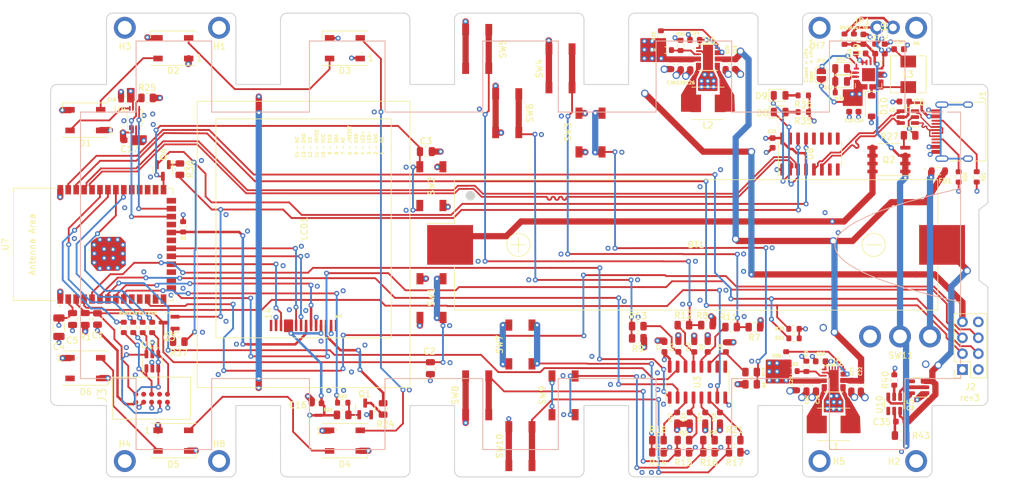
<source format=kicad_pcb>
(kicad_pcb (version 20221018) (generator pcbnew)
  (layers (0 "F.Cu" signal) (1 "In1.Cu" power "GND") (2 "In2.Cu" power "PWR") (31 "B.Cu" signal) (34 "B.Paste" user) (35 "F.Paste" user) (36 "B.SilkS" user "B.Silkscreen") (37 "F.SilkS" user "F.Silkscreen") (38 "B.Mask" user) (39 "F.Mask" user) (44 "Edge.Cuts" user))
  (net 0 "")
  (net 1 "/Power Supply/BATT_SRC+")
  (net 2 "GND")
  (net 3 "/EN")
  (net 4 "/3V3")
  (net 5 "/Power Supply/BATT_SRC-")
  (net 6 "Net-(U3-D0)")
  (net 7 "Net-(U3-D1)")
  (net 8 "Net-(U3-D2)")
  (net 9 "Net-(U3-D3)")
  (net 10 "Net-(U3-D4)")
  (net 11 "Net-(U3-D5)")
  (net 12 "Net-(U3-D6)")
  (net 13 "/5V0")
  (net 14 "/Power Supply/V_MUX+")
  (net 15 "Net-(U3-D7)")
  (net 16 "Net-(#FLG01-pwr)")
  (net 17 "/VBUS")
  (net 18 "Net-(#FLG03-pwr)")
  (net 19 "/LED Communicator/WS2812B_DIN")
  (net 20 "Net-(U9-VREG)")
  (net 21 "Net-(#FLG0105-pwr)")
  (net 22 "Net-(JP1-A)")
  (net 23 "/Power Supply/BAT_RP_PROT+")
  (net 24 "Net-(D1-DOUT)")
  (net 25 "Net-(D2-DOUT)")
  (net 26 "/CC1")
  (net 27 "/Connectors/USB_CONN_D+")
  (net 28 "/Connectors/USB_CONN_D-")
  (net 29 "Net-(D3-DOUT)")
  (net 30 "/CC2")
  (net 31 "Net-(D4-DOUT)")
  (net 32 "Net-(D5-DOUT)")
  (net 33 "/EXT_IF.SDA")
  (net 34 "/EXT_IF.SCL")
  (net 35 "Net-(L1-Pad1)")
  (net 36 "Net-(L1-Pad2)")
  (net 37 "Net-(L2-Pad1)")
  (net 39 "Net-(D8-A)")
  (net 40 "/LCD_RST")
  (net 41 "/LCD_DC")
  (net 42 "/SPI.MOSI")
  (net 43 "/SPI.SCK")
  (net 44 "/SPI.CS_LCD")
  (net 45 "Net-(D9-A)")
  (net 46 "Net-(D10-K)")
  (net 47 "/Display/VCC_LCD")
  (net 48 "Net-(D11-K)")
  (net 49 "Net-(D11-A)")
  (net 50 "/Serial Communication/~{RTS}")
  (net 51 "Net-(D12-K)")
  (net 52 "/Serial Communication/~{DTR}")
  (net 53 "/IO0")
  (net 54 "Net-(R10-Pad1)")
  (net 55 "Net-(R11-Pad1)")
  (net 56 "Net-(R12-Pad1)")
  (net 57 "Net-(R13-Pad1)")
  (net 58 "Net-(R14-Pad2)")
  (net 59 "Net-(R15-Pad2)")
  (net 60 "Net-(R16-Pad2)")
  (net 61 "Net-(R17-Pad2)")
  (net 62 "/LCD_BKL")
  (net 63 "/LED_CTRL.EN")
  (net 64 "Net-(L2-Pad2)")
  (net 65 "Net-(SW11-A)")
  (net 66 "/SPI.MISO")
  (net 67 "/TDO")
  (net 68 "/PER_PL")
  (net 69 "/PER_DATA")
  (net 70 "/PER_CLE")
  (net 71 "/PER_CLK")
  (net 72 "/TCK")
  (net 73 "/TDI")
  (net 74 "/LED_CTRL.DATA")
  (net 75 "/TMS")
  (net 76 "/D+")
  (net 77 "/D-")
  (net 80 "unconnected-(J1-SHIELD-PadS1)")
  (net 81 "Net-(J3-TMS)")
  (net 82 "Net-(J3-TCK)")
  (net 83 "Net-(J3-TDO)")
  (net 85 "Net-(J3-TDI)")
  (net 87 "Net-(JP1-B)")
  (net 88 "Net-(JP2-B)")
  (net 90 "Net-(#FLG0101-pwr)")
  (net 92 "/XD0+")
  (net 93 "/XD0-")
  (net 94 "Net-(Q1-B)")
  (net 95 "Net-(Q1-C)")
  (net 96 "Net-(Q2-G)")
  (net 97 "Net-(Q3-B)")
  (net 98 "Net-(Q4-B)")
  (net 99 "Net-(Q5A-D12)")
  (net 100 "Net-(Q5B-G2)")
  (net 101 "Net-(Q5A-G2)")
  (net 102 "Net-(U5-FB)")
  (net 103 "Net-(U6-FB)")
  (net 104 "Net-(U10-CS)")
  (net 109 "/Power Supply/PG5V")
  (net 120 "/Power Supply/PG3V3")
  (net 124 "/EXT_IF.GPIO1")
  (net 125 "/EXT_IF.GPIO0")
  (footprint "MountingHole:MountingHole_2.2mm_M2_ISO7380_Pad_TopBottom" (layer "F.Cu") (at 163.37 65.33)
    (fp_text reference "H6")
    (fp_text value "MountingHole")
  )
  (footprint "Resistor_SMD:R_0603_1608Metric" (layer "F.Cu") (at 71.68 125.344 180)
    (fp_text reference "R23")
    (fp_text value "1k")
  )
  (footprint "Package_SO:SOP-8_3.9x4.9mm_P1.27mm" (layer "F.Cu") (at 159.01 86.43 180)
    (fp_text reference "Q2")
    (fp_text value "G16P03S")
  )
  (footprint "Resistor_SMD:R_0603_1608Metric" (layer "F.Cu") (at 122.56 66.64 90)
    (fp_text reference "R29")
    (fp_text value "1M")
  )
  (footprint "Inductor:L_Murata_FDSD0518" (layer "F.Cu") (at 130.07 77.43 180)
    (fp_text reference "L2")
    (fp_text value "1u5")
  )
  (footprint "Resistor_SMD:R_0805_2012Metric" (layer "F.Cu") (at 129.91 112.92 180)
    (fp_text reference "R8")
    (fp_text value "10k")
  )
  (footprint "Connector_USB:USB_C_Receptacle_HRO_TYPE-C-31-M-12" (layer "F.Cu") (at 170.611017 81.951188 90)
    (fp_text reference "J1")
    (fp_text value "USB_C_Receptacle_USB2.0")
  )
  (footprint "Capacitor_SMD:C_0603_1608Metric" (layer "F.Cu") (at 130.04 116.43 90)
    (fp_text reference "C9")
    (fp_text value "100n")
  )
  (footprint "Buttons:XUNPU TS-1087S Tactile Switch" (layer "F.Cu") (at 85.852 90.678 90)
    (fp_text reference "SW2")
    (fp_text value "SW_Push")
  )
  (footprint "Capacitor_SMD:C_0603_1608Metric" (layer "F.Cu") (at 140.41 83.76 -90)
    (fp_text reference "C31")
    (fp_text value "100n")
  )
  (footprint "Package:QFN14-3X4MM" (layer "F.Cu") (at 150.18 121.52)
    (fp_text reference "U5")
    (fp_text value "TPS63020")
  )
  (footprint "Resistor_SMD:R_0603_1608Metric" (layer "F.Cu") (at 145.81 119.52 90)
    (fp_text reference "R3")
    (fp_text value "180k")
  )
  (footprint "Resistor_SMD:R_0805_2012Metric" (layer "F.Cu") (at 136.98 120.44 180)
    (fp_text reference "R10")
    (fp_text value "10k")
  )
  (footprint "Buttons:XUNPU TS-1087S Tactile Switch" (layer "F.Cu") (at 106.99 124.16 90)
    (fp_text reference "SW9")
    (fp_text value "SW_Push")
  )
  (footprint "BatteryHolder:BatteryHolder_SMD_SMT_1x18650" (layer "F.Cu") (at 128.18 100.08)
    (fp_text reference "BT1")
    (fp_text value "18650 LiFePo")
    (fp_circle (center -36.08 -7.88) (end -35.33 -7.88) (stroke (width 0.05)) (fill solid) (layer "Edge.Cuts"))
  )
  (footprint "Package_TO_SOT_SMD:SOT-23-6" (layer "F.Cu") (at 41.24 118.71 90)
    (fp_text reference "U11")
    (fp_text value "SRV05-4")
  )
  (footprint "Resistor_SMD:R_0603_1608Metric" (layer "F.Cu") (at 143.84 115.04 180)
    (fp_text reference "R32")
    (fp_text value "5k1(10%)")
  )
  (footprint "Resistor_SMD:R_0805_2012Metric" (layer "F.Cu") (at 137.5 113.25 180)
    (fp_text reference "R7")
    (fp_text value "10k")
  )
  (footprint "Capacitor_SMD:C_0603_1608Metric" (layer "F.Cu") (at 123.12 116.43 90)
    (fp_text reference "C7")
    (fp_text value "100n")
  )
  (footprint "Capacitor_SMD:C_0805_2012Metric" (layer "F.Cu") (at 30.5 111.94 -90)
    (fp_text reference "C1")
    (fp_text value "1u")
  )
  (footprint "Resistor_SMD:R_0603_1608Metric" (layer "F.Cu") (at 41.21 113.3 90)
    (fp_text reference "R48")
    (fp_text value "22")
  )
  (footprint "Buttons:XUNPU TS-1087S Tactile Switch" (layer "F.Cu") (at 100.09 116.02 90)
    (fp_text reference "SW7")
    (fp_text value "SW_Push")
  )
  (footprint "Capacitor_SMD:C_0603_1608Metric" (layer "F.Cu") (at 147.35 122.58 -90)
    (fp_text reference "C25")
    (fp_text value "22u")
  )
  (footprint "Connector_Debug:TAG-CONNECT_TC2050-IDC-NL" (layer "F.Cu") (at 38.58 125.25525 90)
    (fp_text reference "J3")
    (fp_text value "TC2050-IDC-NL")
  )
  (footprint "Resistor_SMD:R_0603_1608Metric" (layer "F.Cu") (at 38.19 113.29 -90)
    (fp_text reference "R34")
    (fp_text value "22")
  )
  (footprint "MountingHole:MountingHole_2.2mm_M2_ISO7380_Pad_TopBottom" (layer "F.Cu") (at 163.37 134.68)
    (fp_text reference "H2")
    (fp_text value "MountingHole")
  )
  (footprint "Capacitor_SMD:C_0603_1608Metric" (layer "F.Cu") (at 127.89 116.44 90)
    (fp_text reference "C10")
    (fp_text value "100n")
  )
  (footprint "Package_DFN_QFN:QFN-16-1EP_4x4mm_P0.65mm_EP2.1x2.1mm" (layer "F.Cu") (at 155.76 72.84 90)
    (fp_text reference "U9")
    (fp_text value "TP5000")
  )
  (footprint "Capacitor_SMD:C_0603_1608Metric" (layer "F.Cu") (at 124.2 71.17 -90)
    (fp_text reference "C30")
    (fp_text value "22u")
  )
  (footprint "Resistor_SMD:R_0603_1608Metric" (layer "F.Cu") (at 46.16 97.19 90)
    (fp_text reference "R5")
    (fp_text value "5k1(10%)")
  )
  (footprint "Capacitor_SMD:C_0603_1608Metric" (layer "F.Cu") (at 125.35 116.42 90)
    (fp_text reference "C11")
    (fp_text value "100n")
  )
  (footprint "MountingHole:MountingHole_2.2mm_M2_ISO7380_Pad_TopBottom" (layer "F.Cu") (at 147.93 134.68)
    (fp_text reference "H5")
    (fp_text value "MountingHole")
  )
  (footprint "Buttons:XUNPU TS-1087S Tactile Switch" (layer "F.Cu") (at 85.88 108.6 90)
    (fp_text reference "SW1")
    (fp_text value "SW_Push")
  )
  (footprint "Resistor_SMD:R_0805_2012Metric" (layer "F.Cu") (at 160.88202 130.59548)
    (fp_text reference "R43")
    (fp_text value "100")
  )
  (footprint "Capacitor_SMD:C_0603_1608Metric" (layer "F.Cu") (at 148.085 118.72 180)
    (fp_text reference "C23")
    (fp_text value "100n")
  )
  (footprint "PCM_Jumper_AKL:Jumper_P2.54mm_D1.2mm" (layer "F.Cu") (at 157.1244 65.278)
    (fp_text reference "JP1")
    (fp_text value "Jumper" hide)
  )
  (footprint "Package_TO_SOT_SMD:SOT-23" (layer "F.Cu") (at 42.93 88.1775 -90)
    (fp_text reference "Q4")
    (fp_text value "BC817")
  )
  (footprint "Capacitor_SMD:C_0603_1608Metric" (layer "F.Cu") (at 132.9 71.15 -90)
    (fp_text reference "C20")
    (fp_text value "10u")
  )
  (footprint "Inductor_SMD:L_Sunlord_MWSA0503S" (layer "F.Cu") (at 162.1028 72.7784 90)
    (fp_text reference "L3")
    (fp_text value "4u7")
  )
  (footprint "Resistor_SMD:R_0603_1608Metric" (layer "F.Cu") (at 145.32 76.16 180)
    (fp_text reference "R36")
    (fp_text value "1k")
  )
  (footprint "Resistor_SMD:R_0603_1608Metric" (layer "F.Cu") (at 145.32 78.82 180)
    (fp_text reference "R35")
    (fp_text value "1k")
  )
  (footprint "Inductor_SMD:L_0805_2012Metric" (layer "F.Cu") (at 166.92 88.28)
    (fp_text reference "FB1")
    (fp_text value "600@100MHz")
  )
  (footprint "LED_SMD:LED_WS2812B_PLCC4_5.0x5.0mm_P3.2mm" (layer "F.Cu") (at 44.6 68.6 180)
    (fp_text reference "D2")
    (fp_text value "WS2812B")
  )
  (footprint "Buttons:XUNPU TS-1087S Tactile Switch" (layer "F.Cu") (at 97.98 79 90)
    (fp_text reference "SW6")
    (fp_text value "SW_Push")
  )
  (footprint "Buttons:XUNPU TS-1087S Tactile Switch" (layer "F.Cu") (at 111.3 82.1 90)
    (fp_text reference "SW3")
    (fp_text value "SW_Push")
  )
  (footprint "Resistor_SMD:R_0603_1608Metric" (layer "F.Cu") (at 125.7 68.15 90)
    (fp_text reference "R26")
    (fp_text value "180k")
  )
  (footprint "Resistor_SMD:R_0805_2012Metric" (layer "F.Cu") (at 78.14 126.334 90)
    (fp_text reference "R24")
    (fp_text value "10")
  )
  (footprint "Resistor_SMD:R_0805_2012Metric" (layer "F.Cu") (at 134.35 131.33)
    (fp_text reference "R21")
    (fp_text value "10k")
  )
  (footprint "Package_TO_SOT_SMD:TSOT-23-6" (layer "F.Cu") (at 159.85202 125.52548 -90)
    (fp_text reference "U10")
    (fp_text value "HY2112")
  )
  (footprint "Resistor_SMD:R_0603_1608Metric" (layer "F.Cu") (at 142.58 118.01 90)
    (fp_text reference "R28")
    (fp_text value "1M")
  )
  (footprint "Resistor_SMD:R_0805_2012Metric" (layer "F.Cu") (at 162.32 82.55)
    (fp_text reference "R27")
    (fp_text value "10k")
  )
  (footprint "LED_SMD:LED_0805_2012Metric" (layer "F.Cu") (at 151.37 73.92 180)
    (fp_text reference "D12")
    (fp_text value "RED")
  )
  (footprint "Package_SO:SOIC-16_3.9x9.9mm_P1.27mm" (layer "F.Cu") (at 128.4 122.05 90)
    (fp_text reference "U3")
    (fp_text value "74HC165")
  )
  (footprint "LED_SMD:LED_WS2812B_PLCC4_5.0x5.0mm_P3.2mm" (layer "F.Cu") (at 44.6 131.41)
    (fp_text reference "D5")
    (fp_text value "WS2812B")
  )
  (footprint "Capacitor_SMD:C_0805_2012Metric" (layer "F.Cu") (at 84.98 85.15)
    (fp_text reference "C3")
    (fp_text value "1n")
  )
  (footprint "MountingHole:MountingHole_2.2mm_M2_ISO7380_Pad_TopBottom" (layer "F.Cu") (at 147.93 65.33)
    (fp_text reference "H7")
    (fp_text value "MountingHole")
  )
  (footprint "Resistor_SMD:R_0603_1608Metric" (layer "F.Cu") (at 36.68 113.29 90)
    (fp_text reference "R46")
    (fp_text value "22")
  )
  (footprint "Resistor_SMD:R_0805_2012Metric" (layer "F.Cu") (at 32.47 111.94 90)
    (fp_text reference "R1")
    (fp_text value "10k")
  )
  (footprint "Resistor_SMD:R_0805_2012Metric" (layer "F.Cu") (at 118.86 115.04 180)
    (fp_text reference "R9")
    (fp_text value "10k")
  )
  (footprint "Capacitor_SMD:C_0603_1608Metric" (layer "F.Cu") (at 125.72 71.18 -90)
    (fp_text reference "C28")
    (fp_text value "22u")
  )
  (footprint "NetTie:NetTie-2_SMD_Pad0.5mm" (layer "F.Cu") (at 67.82 127.354)
    (fp_text reference "NT1" hide)
    (fp_text value "NetTie_2")
  )
  (footprint "Resistor_SMD:R_0603_1608Metric" (layer "F.Cu") (at 173.05 89.2 -90)
    (fp_text reference "R31")
    (fp_text value "5k1(10%)")
  )
  (footprint "Resistor_SMD:R_0805_2012Metric" (layer "F.Cu") (at 134.35 133.27 180)
    (fp_text reference "R17")
    (fp_text value "10k")
  )
  (footprint "Buttons:XUNPU TS-1087S Tactile Switch" (layer "F.Cu") (at 100.09 132.29 90)
    (fp_text reference "SW10")
    (fp_text value "SW_Push")
  )
  (footprint "Capacitor_SMD:C_0603_1608Metric" (layer "F.Cu") (at 154.53 122.6 -90)
    (fp_text reference "C22")
    (fp_text value "10u")
  )
  (footprint "Resistor_SMD:R_0805_2012Metric" (layer "F.Cu") (at 122.08 131.33)
    (fp_text reference "R18")
    (fp_text value "10k")
  )
  (footprint "Resistor_SMD:R_0805_2012Metric" (layer "F.Cu") (at 136.98 122.39)
    (fp_text reference "R6")
    (fp_text value "10k")
  )
  (footprint "Resistor_SMD:R_0603_1608Metric" (layer "F.Cu") (at 123.41 68.9)
    (fp_text reference "R4")
    (fp_text value "1M62")
  )
  (footprint "Resistor_SMD:R_0603_1608Metric" (layer "F.Cu") (at 39.7 113.3 -90)
    (fp_text reference "R41")
    (fp_text value "22")
  )
  (footprint "Resistor_SMD:R_0805_2012Metric" (layer "F.Cu") (at 45.64 87.96 -90)
    (fp_text reference "R38")
    (fp_text value "10k")
  )
  (footprint "LED_SMD:LED_0805_2012Metric" (layer "F.Cu") (at 151.37 71.84 180)
    (fp_text reference "D11")
    (fp_text value "GREEN")
  )
  (footprint "Resistor_SMD:R_0603_1608Metric" (layer "F.Cu") (at 159.87202 121.71298 90)
    (fp_text reference "R40")
    (fp_text value "1k")
  )
  (footprint "LED_SMD:LED_WS2812B_PLCC4_5.0x5.0mm_P3.2mm" (layer "F.Cu") (at 72.029017 131.41)
    (fp_text reference "D4")
    (fp_text value "WS2812B")
  )
  (footprint "Capacitor_SMD:C_0603_1608Metric" (layer "F.Cu") (at 154.154 77.978 -90)
    (fp_text reference "C34")
    (fp_text value "10u")
  )
  (footprint "Capacitor_SMD:C_0603_1608Metric" (layer "F.Cu") (at 161.48 77.14 180)
    (fp_text reference "C6")
    (fp_text value "100n")
  )
  (footprint "Capacitor_SMD:C_0603_1608Metric" (layer "F.Cu") (at 129.64 127.68 -90)
    (fp_text reference "C14")
    (fp_text value "100n")
  )
  (footprint "LED_SMD:LED_WS2812B_PLCC4_5.0x5.0mm_P3.2mm" (layer "F.Cu") (at 30.53 80.11 180)
    (fp_text reference "D1")
    (fp_text value "WS2812B")
  )
  (footprint "Capacitor_SMD:C_0603_1608Metric" (layer "F.Cu") (at 37.5975 83.31 180)
    (fp_text reference "C17")
    (fp_text value "100n")
  )
  (footprint "Capacitor_SMD:C_0805_2012Metric" (layer "F.Cu") (at 85.7 119.81125 -90)
    (fp_text reference "C2")
    (fp_text value "1n")
  )
  (footprint "MountingHole:MountingHole_2.2mm_M2_ISO7380_Pad_TopBottom" (layer "F.Cu") (at 36.84 65.33)
    (fp_text reference "H3")
    (fp_text value "MountingHole")
  )
  (footprint "Capacitor_SMD:C_0603_1608Metric" (layer "F.Cu") (at 158.3436 68.6946 90)
    (fp_text reference "C38")
    (fp_text value "100n")
  )
  (footprint "Capacitor_SMD:C_0603_1608Metric" (layer "F.Cu") (at 127.24 71.18 -90)
    (fp_text reference "C26")
    (fp_text value "22u")
  )
  (footprint "Capacitor_SMD:C_0603_1608Metric" (layer "F.Cu") (at 132 127.68 -90)
    (fp_text reference "C15")
    (fp_text value "100n")
  )
  (footprint "Resistor_SMD:R_0805_2012Metric" (layer "F.Cu") (at 40.41 76.56)
    (fp_text reference "R25")
    (fp_text value "10k")
  )
  (footprint "Capacitor_SMD:C_0603_1608Metric" (layer "F.Cu") (at 152.654 77.978 -90)
    (fp_text reference "C32")
    (fp_text value "100n")
  )
  (footprint "Package_TO_SOT_SMD:SOT-23" (layer "F.Cu") (at 75.27 126.334 90)
    (fp_text reference "Q1")
    (fp_text value "CBI S8050 J3Y")
  )
  (footprint "Package_TO_SOT_SMD:SOT-23" (layer "F.Cu") (at 43.93 112.53 180)
    (fp_text reference "Q3")
    (fp_text value "BC817")
  )
  (footprint "Inductor:L_Murata_FDSD0518" (layer "F.Cu") (at 150.18 128.82 180)
    (fp_text reference "L1")
    (fp_text value "1u5")
  )
  (footprint "Capacitor_SMD:C_0603_1608Metric" (layer "F.Cu") (at 153 122.6 -90)
    (fp_text reference "C21")
    (fp_text value "10u")
  )
  (footprint "Resistor_SMD:R_0805_2012Metric" (layer "F.Cu") (at 126.15 133.27 180)
    (fp_text reference "R15")
    (fp_text value "10k")
  )
  (footprint "Capacitor_SMD:C_0603_1608Metric" (layer "F.Cu") (at 134.42 71.15 -90)
    (fp_text reference "C19")
    (fp_text value "10u")
  )
  (footprint "Package_TO_SOT_SMD:SOT-23-6" (layer "F.Cu") (at 162.04452 79.62548 180)
    (fp_text reference "U2")
    (fp_text value "USBLC6-2SC6")
  )
  (footprint "MountingHole:MountingHole_2.2mm_M2_ISO7380_Pad_TopBottom" (layer "F.Cu") (at 51.91 65.33)
    (fp_text reference "H1")
    (fp_text value "MountingHole")
  )
  (footprint "Resistor_SMD:R_0805_2012Metric" (layer "F.Cu") (at 126.15 131.33)
    (fp_text reference "R19")
    (fp_text value "10k")
  )
  (footprint "Resistor_SMD:R_0805_2012Metric" (layer "F.Cu") (at 122.08 133.27 180)
    (fp_text reference "R14")
    (fp_text value "10k")
  )
  (footprint "LED_SMD:LED_WS2812B_PLCC4_5.0x5.0mm_P3.2mm" (layer "F.Cu") (at 30.53 119.8)
    (fp_text reference "D6")
    (fp_text value "WS2812B")
  )
  (footprint "Resistor_SMD:R_0603_1608Metric" (layer "F.Cu") (at 170.16 89.2 -90)
    (fp_text reference "R30")
    (fp_text value "5k1(10%)")
  )
  (footprint "MountingHole:MountingHole_2.2mm_M2_ISO7380_Pad_TopBottom" (layer "F.Cu") (at 36.84 134.68)
    (fp_text reference "H4")
    (fp_text value "MountingHole")
  )
  (footprint "Resistor_SMD:R_0603_1608Metric" (layer "F.Cu") (at 153.416 67.1576 -90)
    (fp_text reference "R44")
    (fp_text value "0.2")
  )
  (footprint "Capacitor_SMD:C_0603_1608Metric" (layer "F.Cu") (at 160.6172 68.7578)
    (fp_text reference "C36")
    (fp_text value "10u")
  )
  (footprint "Espressif:ESP32-S3-WROOM-1" (layer "F.Cu") (at 34.78 100 90)
    (fp_text reference "U7")
    (fp_text value "ESP32-S3-WROOM-1")
  )
  (footprint "Capacitor_SMD:C_0805_2012Metric" (layer "F.Cu") (at 28.48 111.9475 -90)
    (fp_text reference "C5")
    (fp_text value "1u")
  )
  (footprint "Resistor_SMD:R_0603_1608Metric" (layer "F.Cu") (at 143.83 113.52 180)
    (fp_text reference "R33")
    (fp_text value "5k1(10%)")
  )
  (footprint "Buttons:XUNPU TS-1087S Tactile Switch" (layer "F.Cu") (at 93.18 124.16 90)
    (fp_text reference "SW8")
    (fp_text value "SW_Push")
  )
  (footprint "Package_SO:SOIC-16_3.9x9.9mm_P1.27mm" (layer "F.Cu") (at 146.39 85.54 90)
    (fp_text reference "U8")
    (fp_text value "CH340C")
  )
  (footprint "Resistor_SMD:R_0805_2012Metric" (layer "F.Cu") (at 71.67 127.294 180)
    (fp_text reference "R22")
    (fp_text value "10k")
  )
  (footprint "Capacitor_SMD:C_0603_1608Metric" (layer "F.Cu") (at 132.95 116.45 90)
    (fp_text reference "C8")
    (fp_text value "100n")
  )
  (footprint "LED_SMD:LED_WS2812B_PLCC4_5.0x5.0mm_P3.2mm" (layer "F.Cu") (at 72.029017 68.6 180)
    (fp_text reference "D3")
    (fp_text value "WS2812B")
  )
  (footprint "Capacitor_SMD:C_0603_1608Metric" (layer "F.Cu") (at 154.5082 69.4436 180)
    (fp_text reference "C33")
    (fp_text value "100n")
  )
  (footprint "LED_SMD:LED_0805_2012Metric" (layer "F.Cu") (at 141.54 78.82)
    (fp_text reference "D8")
    (fp_text value "GREEN")
  )
  (footprint "Buttons:XUNPU TS-1087S Tactile Switch" (layer "F.Cu") (at 93.18 68.72 90)
    (fp_text reference "SW5")
    (fp_text value "SW_Push")
  )
  (footprint "Capacitor_SMD:C_0603_1608Metric" (layer "F.Cu") (at 67.5132 125.434 180)
    (fp_text reference "C16")
    (fp_text value "100n")
  )
  (footprint "Buttons:XUNPU TS-1087S Tactile Switch" (layer "F.Cu") (at 106.5 71.82 90)
    (fp_text reference "SW4")
    (fp_text value "SW_Push")
  )
  (footprint "Resistor_SMD:R_0603_1608Metric" (layer "F.Cu") (at 151.9174 67.1576 -90)
    (fp_text reference "R42")
    (fp_text value "0.1")
  )
  (footprint "LCDDisplay:ST7735S-1.8-Inch-128x160px-tft" (layer "F.Cu") (at 65.42 97.44 90)
    (fp_text reference "LCD1")
    (fp_text value "ST7735S")
  )
  (footprint "Capacitor_SMD:C_0603_1608Metric" (layer "F.Cu") (at 127.98 67.27 180)
    (fp_text reference "C24")
    (fp_text value "100n")
  )
  (footprint "Capacitor_SMD:C_0603_1608Metric" (layer "F.Cu") (at 37.03 76.82 180)
    (fp_text reference "C18")
    (fp_text value "100n")
  )
  (footprint "Jumper:SolderJumper-2_P1.3mm_Open_RoundedPad1.0x1.5mm" (layer "F.Cu") (at 148.209 72.898 90)
    (fp_text reference "JP2")
    (fp_text value "LiPo")
  )
  (footprint "Switches:SS-12M11G3" (layer "F.Cu") (at 160.79 114.74 180)
    (fp_text reference "SW11")
    (fp_text value "SW_SPDT")
  )
  (footprint "Package_TO_SOT_SMD:TSOT-23-6" (layer "F.Cu") (at 163.65202 122.87 180)
    (fp_text reference "Q5")
    (fp_text value "FS8205")
  )
  (footprint "Resistor_SMD:R_0805_2012Metric" (layer "F.Cu") (at 130.24 131.33)
    (fp_text reference "R20")
    (fp_text value "10k")
  )
  (footprint "Package_SO:VSSOP-8_2.4x2.1mm_P0.5mm" (layer "F.Cu") (at 38.389017 79.779188 90)
    (fp_text reference "U4")
    (fp_text value "TXB0102DCU")
  )
  (footprint "Package:QFN14-3X4MM" (layer "F.Cu") (at 130.07 70.07)
    (fp_text reference "U6")
    (fp_text value "TPS63020")
  )
  (footprint "Resistor_SMD:R_0805_2012Metric" (layer "F.Cu") (at 45.466 115.57)
    (fp_text reference "R37")
    (fp_text value "10k")
  )
  (footprint "Resistor_SMD:R_0805_2012Metric" (layer "F.Cu") (at 126.15 112.93 180)
    (fp_text reference "R12")
    (fp_text value "10k")
  )
  (footprint "Connector_PinSocket_2.54mm:PinSocket_2x04_P2.54mm_Vertical" (layer "F.Cu") (at 170.77 120.03 180)
    (fp_text reference "J2")
    (fp_text value "Conn_02x04_Odd_Even")
  )
  (footprint "Diode_SMD:D_SOD-123" (layer "F.Cu") (at 156.24 77.86 -90)
    (fp_text reference "D10")
    (fp_text value "DSK34")
  )
  (footprint "Capacitor_SMD:C_0603_1608Metric" (layer "F.Cu") (at 156.8196 68.694 90)
    (fp_text reference "C37")
    (fp_text value "10u")
  )
  (footprint "Capacitor_SMD:C_0603_1608Metric" (layer "F.Cu") (at 144.31 122.58 -90)
    (fp_text reference "C29")
    (fp_text value "22u")
  )
  (footprint "Capacitor_SMD:C_0603_1608Metric" (layer "F.Cu") (at 154.94 67.17 90)
    (fp_text reference "C39")
    (fp_text value "100n")
  )
  (footprint "Resistor_SMD:R_0603_1608Metric" (layer "F.Cu") (at 151.257 75.692 180)
    (fp_text reference "R39")
    (fp_text value "1k")
  )
  (footprint "Resistor_SMD:R_0603_1608Metric" (layer "F.Cu") (at 143.51 120.29)
    (fp_text reference "R2")
    (fp_text value "1M")
  )
  (footprint "Resistor_SMD:R_0805_2012Metric" (layer "F.Cu") (at 130.24 133.27 180)
    (fp_text reference "R16")
    (fp_text value "10k")
  )
  (footprint "Capacitor_SMD:C_0603_1608Metric" (layer "F.Cu") (at 160.90202 128.36)
    (fp_text reference "C35")
    (fp_text value "100n")
  )
  (footprint "Capacitor_SMD:C_0603_1608Metric" (layer "F.Cu") (at 125.15 127.68 -90)
    (fp_text reference "C12")
    (fp_text value "100n")
  )
  (footprint "Resistor_SMD:R_0805_2012Metric" (layer "F.Cu") (at 133.78 113.24 180)
    (fp_text reference "R11")
    (fp_text value "10k")
  )
  (footprint "LED_SMD:LED_0805_2012Metric" (layer "F.Cu") (at 141.54 76.15)
    (fp_text reference "D9")
    (fp_text value "YELLOW")
  )
  (footprint "Resistor_SMD:R_0805_2012Metric" (layer "F.Cu") (at 118.86 113.09)
    (fp_text reference "R13")
    (fp_text value "10k")
  )
  (footprint "Capacitor_SMD:C_0603_1608Metric" (layer "F.Cu") (at 145.83 122.58 -90)
    (fp_text reference "C27")
    (fp_text value "22u")
  )
  (footprint "MountingHole:MountingHole_2.2mm_M2_ISO7380_Pad_TopBottom" (layer "F.Cu") (at 51.91 134.68)
    (fp_text reference "H8")
    (fp_text value "MountingHole")
  )
  (footprint "Capacitor_SMD:C_0603_1608Metric" (layer "F.Cu") (at 127.17 127.68 -90)
    (fp_text reference "C13")
    (fp_text value "100n")
  )
  (footprint "Capacitor_SMD:C_1206_3216Metric" (layer "F.Cu") (at 26.3 113.255 -90)
    (fp_text reference "C4")
    (fp_text value "100u")
  )
  (gr_line (start 156.729549 105.288487) (end 158.221579 105.859598) (stroke (width 0.148066)) (layer "B.SilkS"))
  (gr_line (start 78.435628 67.455504) (end 78.435628 67.455504) (stroke (width 0.148066)) (layer "B.SilkS"))
  (gr_line (start 133.865434 121.47) (end 133.865434 121.47) (stroke (width 0.148066)) (layer "B.SilkS"))
  (gr_line (start 29.75 121.47) (end 38.641587 121.47) (stroke (width 0.148066)) (layer "B.SilkS"))
  (gr_line (start 170.471925 91.01068) (end 170.471925 78.826949) (stroke (width 0.148066)) (layer "B.SilkS"))
  (gr_line (start 170.471925 91.01068) (end 170.471925 91.01068) (stroke (width 0.148066)) (layer "B.SilkS"))
  (gr_line (start 78.435628 78.826964) (end 78.435628 67.455504) (stroke (width 0.148066)) (layer "B.SilkS"))
  (gr_line (start 151.625238 97.864031) (end 151.075543 98.435144) (stroke (width 0.148066)) (layer "B.SilkS"))
  (gr_line (start 94.071389 78.826964) (end 78.435628 78.826964) (stroke (width 0.148066)) (layer "B.SilkS"))
  (gr_line (start 161.580338 67.455473) (end 149.501199 67.455473) (stroke (width 0.148066)) (layer "B.SilkS"))
  (gr_line (start 38.641587 67.455519) (end 38.641587 78.826979) (stroke (width 0.148066)) (layer "B.SilkS"))
  (gr_line (start 161.580338 132.84146) (end 161.580338 121.47) (stroke (width 0.148066)) (layer "B.SilkS"))
  (gr_line (start 170.47 119.03) (end 170.47 118.31) (stroke (width 0.148066)) (layer "B.SilkS"))
  (gr_line (start 106.150529 121.47) (end 106.150529 121.47) (stroke (width 0.148066)) (layer "B.SilkS"))
  (gr_line (start 149.501191 132.84146) (end 161.580338 132.84146) (stroke (width 0.148066)) (layer "B.SilkS"))
  (gr_line (start 154.216658 96.150694) (end 153.195796 96.721807) (stroke (width 0.148066)) (layer "B.SilkS"))
  (gr_line (start 161.580338 78.826949) (end 161.580338 67.455473) (stroke (width 0.148066)) (layer "B.SilkS"))
  (gr_line (start 121.786302 67.455489) (end 121.786302 78.826949) (stroke (width 0.148066)) (layer "B.SilkS"))
  (gr_line (start 106.150529 121.47) (end 121.786302 121.47) (stroke (width 0.148066)) (layer "B.SilkS"))
  (gr_line (start 106.150529 132.84146) (end 106.150529 121.47) (stroke (width 0.148066)) (layer "B.SilkS"))
  (gr_line (start 149.501199 78.826949) (end 133.865434 78.826949) (stroke (width 0.148066)) (layer "B.SilkS"))
  (gr_line (start 149.501191 121.47) (end 149.501191 132.84146) (stroke (width 0.148066)) (layer "B.SilkS"))
  (gr_line (start 66.356492 78.826979) (end 66.356492 78.826979) (stroke (width 0.148066)) (layer "B.SilkS"))
  (gr_line (start 50.720719 67.455519) (end 38.641587 67.455519) (stroke (width 0.148066)) (layer "B.SilkS"))
  (gr_line (start 170.47 111.45) (end 170.47 110.38) (stroke (width 0.148066)) (layer "B.SilkS"))
  (gr_line (start 150.368793 100.14848) (end 150.44732 100.719592) (stroke (width 0.148066)) (layer "B.SilkS"))
  (gr_line (start 106.150529 132.84146) (end 106.150529 132.84146) (stroke (width 0.148066)) (layer "B.SilkS"))
  (gr_line (start 149.501199 78.826949) (end 149.501199 78.826949) (stroke (width 0.148066)) (layer "B.SilkS"))
  (gr_line (start 150.44732 99.577368) (end 150.368793 100.14848) (stroke (width 0.148066)) (layer "B.SilkS"))
  (gr_line (start 167.62 78.82) (end 161.580338 78.826949) (stroke (width 0.148066)) (layer "B.SilkS"))
  (gr_line (start 150.682904 99.006256) (end 150.44732 99.577368) (stroke (width 0.148066)) (layer "B.SilkS"))
  (gr_line (start 154.216658 104.146263) (end 155.394576 104.717375) (stroke (width 0.148066)) (layer "B.SilkS"))
  (gr_line (start 165.760253 108.144045) (end 170.471925 109.286269) (stroke (width 0.148066)) (layer "B.SilkS"))
  (gr_line (start 170.47 121.47) (end 170.47 120.89) (stroke (width 0.148066)) (layer "B.SilkS"))
  (gr_line (start 106.150529 67.455489) (end 106.150529 67.455489) (stroke (width 0.148066)) (layer "B.SilkS"))
  (gr_line (start 66.356492 67.455519) (end 66.356492 67.455519) (stroke (width 0.148066)) (layer "B.SilkS"))
  (gr_line (start 78.435628 67.455504) (end 66.356492 67.455519) (stroke (width 0.148066)) (layer "B.SilkS"))
  (gr_line (start 170.47 110.38) (end 170.471925 109.286269) (stroke (width 0.148066)) (layer "B.SilkS"))
  (gr_line (start 38.641587 132.84146) (end 50.720717 132.84146) (stroke (width 0.148066)) (layer "B.SilkS"))
  (gr_line (start 106.150529 67.455489) (end 94.071389 67.455504) (stroke (width 0.148066)) (layer "B.SilkS"))
  (gr_line (start 149.501199 67.455473) (end 149.501199 78.826949) (stroke (width 0.148066)) (layer "B.SilkS"))
  (gr_line (start 161.580338 78.826949) (end 161.580338 78.826949) (stroke (width 0.148066)) (layer "B.SilkS"))
  (gr_line (start 161.580338 121.47) (end 161.580338 121.47) (stroke (width 0.148066)) (layer "B.SilkS"))
  (gr_line (start 158.221579 94.437357) (end 156.729549 95.008469) (stroke (width 0.148066)) (layer "B.SilkS"))
  (gr_line (start 50.720719 78.826979) (end 50.720719 78.826979) (stroke (width 0.148066)) (layer "B.SilkS"))
  (gr_line (start 29.75 121.47) (end 29.75 121.47) (stroke (width 0.148066)) (layer "B.SilkS"))
  (gr_line (start 170.47 78.825) (end 168.35 78.83) (stroke (width 0.148066)) (layer "B.SilkS"))
  (gr_line (start 78.435624 121.47) (end 78.435624 121.47) (stroke (width 0.148066)) (layer "B.SilkS"))
  (gr_line (start 170.471925 91.01068) (end 165.760253 92.152906) (stroke (width 0.148066)) (layer "B.SilkS"))
  (gr_line (start 133.865434 78.826949) (end 133.865434 67.455473) (stroke (width 0.148066)) (layer "B.SilkS"))
  (gr_line (start 38.641587 121.47) (end 38.641587 121.47) (stroke (width 0.148066)) (layer "B.SilkS"))
  (gr_line (start 165.760253 92.152906) (end 161.676804 93.295131) (stroke (width 0.148066)) (layer "B.SilkS"))
  (gr_line (start 29.75 78.826979) (end 29.75 121.47) (stroke (width 0.148066)) (layer "B.SilkS"))
  (gr_line (start 78.435624 132.84146) (end 78.435624 121.47) (stroke (width 0.148066)) (layer "B.SilkS"))
  (gr_line (start 78.435624 121.47) (end 94.071389 121.47) (stroke (width 0.148066)) (layer "B.SilkS"))
  (gr_line (start 170.47 121.47) (end 169.96 121.47) (stroke (width 0.148066)) (layer "B.SilkS"))
  (gr_line (start 94.071389 121.47) (end 94.071389 121.47) (stroke (width 0.148066)) (layer "B.SilkS"))
  (gr_line (start 149.501191 132.84146) (end 149.501191 132.84146) (stroke (width 0.148066)) (layer "B.SilkS"))
  (gr_line (start 106.150529 78.826949) (end 106.150529 67.455489) (stroke (width 0.148066)) (layer "B.SilkS"))
  (gr_line (start 38.641587 67.455519) (end 38.641587 67.455519) (stroke (width 0.148066)) (layer "B.SilkS"))
  (gr_line (start 94.071389 67.455504) (end 94.071389 67.455504) (stroke (width 0.148066)) (layer "B.SilkS"))
  (gr_line (start 121.786302 132.84146) (end 121.786302 132.84146) (stroke (width 0.148066)) (layer "B.SilkS"))
  (gr_line (start 106.150529 78.826949) (end 106.150529 78.826949) (stroke (width 0.148066)) (layer "B.SilkS"))
  (gr_line (start 170.471925 78.826949) (end 170.471925 78.826949) (stroke (width 0.148066)) (layer "B.SilkS"))
  (gr_line (start 38.641587 121.47) (end 38.641587 132.84146) (stroke (width 0.148066)) (layer "B.SilkS"))
  (gr_line (start 133.865434 78.826949) (end 133.865434 78.826949) (stroke (width 0.148066)) (layer "B.SilkS"))
  (gr_line (start 151.075543 98.435144) (end 150.682904 99.006256) (stroke (width 0.148066)) (layer "B.SilkS"))
  (gr_line (start 121.786302 78.826949) (end 121.786302 78.826949) (stroke (width 0.148066)) (layer "B.SilkS"))
  (gr_line (start 170.471925 109.286269) (end 170.471925 91.01068) (stroke (width 0.148066)) (layer "B.SilkS"))
  (gr_line (start 50.720717 132.84146) (end 50.720717 121.47) (stroke (width 0.148066)) (layer "B.SilkS"))
  (gr_line (start 38.641587 78.826979) (end 29.75 78.826979) (stroke (width 0.148066)) (layer "B.SilkS"))
  (gr_line (start 158.221579 105.859598) (end 161.676804 107.001822) (stroke (width 0.148066)) (layer "B.SilkS"))
  (gr_line (start 152.331989 103.00404) (end 153.195796 103.575151) (stroke (width 0.148066)) (layer "B.SilkS"))
  (gr_line (start 133.865434 67.455473) (end 121.786302 67.455489) (stroke (width 0.148066)) (layer "B.SilkS"))
  (gr_line (start 161.580338 121.47) (end 169.96 121.47) (stroke (width 0.148066)) (layer "B.SilkS"))
  (gr_line (start 161.580338 67.455473) (end 161.580338 67.455473) (stroke (width 0.148066)) (layer "B.SilkS"))
  (gr_line (start 66.356488 121.47) (end 66.356488 121.47) (stroke (width 0.148066)) (layer "B.SilkS"))
  (gr_line (start 161.580338 132.84146) (end 161.580338 132.84146) (stroke (width 0.148066)) (layer "B.SilkS"))
  (gr_line (start 66.356492 67.455519) (end 66.356492 78.826979) (stroke (width 0.148066)) (layer "B.SilkS"))
  (gr_line (start 161.676804 107.001822) (end 165.760253 108.144045) (stroke (width 0.148066)) (layer "B.SilkS"))
  (gr_line (start 94.071389 132.84146) (end 94.071389 132.84146) (stroke (width 0.148066)) (layer "B.SilkS"))
  (gr_line (start 133.865434 132.84146) (end 133.865434 121.47) (stroke (width 0.148066)) (layer "B.SilkS"))
  (gr_line (start 133.865434 132.84146) (end 133.865434 132.84146) (stroke (width 0.148066)) (layer "B.SilkS"))
  (gr_line (start 150.682904 101.290704) (end 151.075543 101.861816) (stroke (width 0.148066)) (layer "B.SilkS"))
  (gr_line (start 121.786302 121.47) (end 121.786302 132.84146) (stroke (width 0.148066)) (layer "B.SilkS"))
  (gr_line (start 121.786302 132.84146) (end 133.865434 132.84146) (stroke (width 0.148066)) (layer "B.SilkS"))
  (gr_line (start 94.071389 132.84146) (end 106.150529 132.84146) (stroke (width 0.148066)) (layer "B.SilkS"))
  (gr_line (start 50.720719 67.455519) (end 50.720719 67.455519) (stroke (width 0.148066)) (layer "B.SilkS"))
  (gr_line (start 149.501199 67.455473) (end 149.501199 67.455473) (stroke (width 0.148066)) (layer "B.SilkS"))
  (gr_line (start 66.356488 132.84146) (end 78.435624 132.84146) (stroke (width 0.148066)) (layer "B.SilkS"))
  (gr_line (start 78.435628 78.826964) (end 78.435628 78.826964) (stroke (width 0.148066)) (layer "B.SilkS"))
  (gr_line (start 170.471925 109.286269) (end 170.471925 109.286269) (stroke (width 0.148066)) (layer "B.SilkS"))
  (gr_line (start 155.394576 95.579582) (end 154.216658 96.150694) (stroke (width 0.148066)) (layer "B.SilkS"))
  (gr_line (start 121.786302 78.826949) (end 106.150529 78.826949) (stroke (width 0.148066)) (layer "B.SilkS"))
  (gr_line (start 50.720717 121.47) (end 50.720717 121.47) (stroke (width 0.148066)) (layer "B.SilkS"))
  (gr_line (start 133.865434 121.47) (end 149.501191 121.47) (stroke (width 0.148066)) (layer "B.SilkS"))
  (gr_line (start 151.625238 102.432928) (end 152.331989 103.00404) (stroke (width 0.148066)) (layer "B.SilkS"))
  (gr_line (start 155.394576 104.717375) (end 156.729549 105.288487) (stroke (width 0.148066)) (layer "B.SilkS"))
  (gr_line (start 94.071389 78.826964) (end 94.071389 78.826964) (stroke (width 0.148066)) (layer "B.SilkS"))
  (gr_line (start 50.720717 121.47) (end 66.356488 121.47) (stroke (width 0.148066)) (layer "B.SilkS"))
  (gr_line (start 121.786302 67.455489) (end 121.786302 67.455489) (stroke (width 0.148066)) (layer "B.SilkS"))
  (gr_line (start 66.356488 121.47) (end 66.356488 132.84146) (stroke (width 0.148066)) (layer "B.SilkS"))
  (gr_line (start 50.720717 132.84146) (end 50.720717 132.84146) (stroke (width 0.148066)) (layer "B.SilkS"))
  (gr_line (start 66.356492 78.826979) (end 50.720719 78.826979) (stroke (width 0.148066)) (layer "B.SilkS"))
  (gr_line (start 29.75 78.826979) (end 29.75 78.826979) (stroke (width 0.148066)) (layer "B.SilkS"))
  (gr_line (start 151.075543 101.861816) (end 151.625238 102.432928) (stroke (width 0.148066)) (layer "B.SilkS"))
  (gr_line (start 121.786302 121.47) (end 121.786302 121.47) (stroke (width 0.148066)) (layer "B.SilkS"))
  (gr_line (start 152.331989 97.292919) (end 151.625238 97.864031) (stroke (width 0.148066)) (layer "B.SilkS"))
  (gr_line (start 94.071389 67.455504) (end 94.071389 78.826964) (stroke (width 0.148066)) (layer "B.SilkS"))
  (gr_line (start 150.44732 100.719592) (end 150.682904 101.290704) (stroke (width 0.148066)) (layer "B.SilkS"))
  (gr_line (start 38.641587 78.826979) (end 38.641587 78.826979) (stroke (width 0.148066)) (layer "B.SilkS"))
  (gr_line (start 66.356488 132.84146) (end 66.356488 132.84146) (stroke (width 0.148066)) (layer "B.SilkS"))
  (gr_line (start 161.676804 93.295131) (end 158.221579 94.437357) (stroke (width 0.148066)) (layer "B.SilkS"))
  (gr_line (start 133.865434 67.455473) (end 133.865434 67.455473) (stroke (width 0.148066)) (layer "B.SilkS"))
  (gr_line (start 78.435624 132.84146) (end 78.435624 132.84146) (stroke (width 0.148066)) (layer "B.SilkS"))
  (gr_line (start 170.471925 116.535) (end 170.47 115.77) (stroke (width 0.148066)) (layer "B.SilkS"))
  (gr_line (start 170.48 113.99) (end 170.47 113.235) (stroke (width 0.148066)) (layer "B.SilkS"))
  (gr_line (start 94.071389 121.47) (end 94.071389 132.84146) (stroke (width 0.148066)) (layer "B.SilkS"))
  (gr_line (start 149.501191 121.47) (end 149.501191 121.47) (stroke (width 0.148066)) (layer "B.SilkS"))
  (gr_line (start 50.720719 78.826979) (end 50.720719 67.455519) (stroke (width 0.148066)) (layer "B.SilkS"))
  (gr_line (start 156.729549 95.008469) (end 155.394576 95.579582) (stroke (width 0.148066)) (layer "B.SilkS"))
  (gr_line (start 153.195796 96.721807) (end 152.331989 97.292919) (stroke (width 0.148066)) (layer "B.SilkS"))
  (gr_line (start 153.195796 103.575151) (end 154.216658 104.146263) (stroke (width 0.148066)) (layer "B.SilkS"))
  (gr_circle (center 164.77 87.96) (end 164.81 88.01) (stroke (width 0.12)) (fill none) (layer "F.SilkS"))
  (gr_circle (center 74.77 69.29) (end 74.81 69.34) (stroke (width 0.12)) (fill none) (layer "F.SilkS"))
  (gr_circle (center 45.96 70.26) (end 46 70.31) (stroke (width 0.12)) (fill none) (layer "F.SilkS"))
  (gr_circle (center 42.11 130.59) (end 42.15 130.64) (stroke (width 0.12)) (fill none) (layer "F.SilkS"))
  (gr_circle (center 147.98 120.04) (end 148.02 120.09) (stroke (width 0.12)) (fill none) (layer "F.SilkS"))
  (gr_circle (center 37.6 81.99) (end 37.64 82.04) (stroke (width 0.12)) (fill none) (layer "F.SilkS"))
  (gr_circle (center 29.18 118.14) (end 29.22 118.19) (stroke (width 0.12)) (fill none) (layer "F.SilkS"))
  (gr_circle (center 70.63 129.68) (end 70.67 129.73) (stroke (width 0.12)) (fill none) (layer "F.SilkS"))
  (gr_circle (center 31.97 81.83) (end 32.01 81.88) (stroke (width 0.12)) (fill none) (layer "F.SilkS"))
  (gr_circle (center 26.47 109.86) (end 26.51 109.91) (stroke (width 0.12)) (fill none) (layer "F.SilkS"))
  (gr_circle (center 165.83 87.48) (end 165.87 87.53) (stroke (width 0.12)) (fill none) (layer "F.SilkS"))
  (gr_circle (center 162.64 88.36) (end 162.68 88.41) (stroke (width 0.12)) (fill none) (layer "F.SilkS"))
  (gr_circle (center 127.84 68.61) (end 127.88 68.66) (stroke (width 0.12)) (fill none) (layer "F.SilkS"))
  (gr_circle (center 123.94 125.84) (end 123.98 125.89) (stroke (width 0.12)) (fill none) (layer "F.SilkS"))
  (gr_line (start 145.213252 74.41115) (end 138.077479 74.41115) (stroke (width 0.148661)) (layer "Edge.Cuts"))
  (gr_line (start 61.733843 74.41115) (end 54.598067 74.41115) (stroke (width 0.148661)) (layer "Edge.Cuts"))
  (gr_arc (start 25.970599 125.78647) (mid 25.27 125.49) (end 24.98055 124.786471) (stroke (width 0.148661)) (layer "Edge.Cuts"))
  (gr_arc (start 164.910239 62.989765) (mid 165.610838 63.286235) (end 165.900288 63.989764) (stroke (width 0.148661)) (layer "Edge.Cuts"))
  (gr_line (start 33.910001 74.41115) (end 25.983529 74.41055) (stroke (width 0.148661)) (layer "Edge.Cuts"))
  (gr_line (start 145.213252 74.41115) (end 145.213252 74.41115) (stroke (width 0.148661)) (layer "Edge.Cuts"))
  (gr_line (start 54.598067 74.41115) (end 54.598067 74.41115) (stroke (width 0.148661)) (layer "Edge.Cuts"))
  (gr_line (start 25.970599 125.78647) (end 33.907376 125.788774) (stroke (width 0.148661)) (layer "Edge.Cuts"))
  (gr_arc (start 165.900235 136.220239) (mid 165.603765 136.920838) (end 164.900236 137.210288) (stroke (width 0.148661)) (layer "Edge.Cuts"))
  (gr_line (start 61.73353 63.980599) (end 61.733843 74.41115) (stroke (width 0.148661)) (layer "Edge.Cuts"))
  (gr_line (start 54.599999 136.220186) (end 54.598063 125.788774) (stroke (width 0.148661)) (layer "Edge.Cuts"))
  (gr_line (start 165.903956 74.41115) (end 165.900288 63.989764) (stroke (width 0.148661)) (layer "Edge.Cuts"))
  (gr_line (start 117.38679 74.41115) (end 117.38679 74.41115) (stroke (width 0.148661)) (layer "Edge.Cuts"))
  (gr_line (start 24.98353 75.400599) (end 24.98055 124.786471) (stroke (width 0.148661)) (layer "Edge.Cuts"))
  (gr_line (start 174.831324 106.8239) (end 174.831324 106.8239) (stroke (width 0.148661)) (layer "Edge.Cuts"))
  (gr_arc (start 109.260239 62.989765) (mid 109.960838 63.286235) (end 110.250288 63.989764) (stroke (width 0.148661)) (layer "Edge.Cuts"))
  (gr_line (start 138.077479 74.41115) (end 138.080288 63.990549) (stroke (width 0.148661)) (layer "Edge.Cuts"))
  (gr_line (start 89.56032 125.788774) (end 89.559712 136.210236) (stroke (width 0.148661)) (layer "Edge.Cuts"))
  (gr_line (start 165.903956 125.788774) (end 173.830236 125.788774) (stroke (width 0.148661)) (layer "Edge.Cuts"))
  (gr_arc (start 146.199761 137.210235) (mid 145.499162 136.913765) (end 145.209712 136.210236) (stroke (width 0.148661)) (layer "Edge.Cuts"))
  (gr_arc (start 54.599999 136.220186) (mid 54.303529 136.920785) (end 53.6 137.210235) (stroke (width 0.148661)) (layer "Edge.Cuts"))
  (gr_line (start 145.213252 125.788774) (end 145.209712 136.210236) (stroke (width 0.148661)) (layer "Edge.Cuts"))
  (gr_line (start 174.831324 93.37607) (end 174.830288 75.409764) (stroke (width 0.148661)) (layer "Edge.Cuts"))
  (gr_line (start 54.598063 125.788774) (end 61.73384 125.788774) (stroke (width 0.148661)) (layer "Edge.Cuts"))
  (gr_line (start 165.900235 136.220239) (end 165.903956 125.788774) (stroke (width 0.148661)) (layer "Edge.Cuts"))
  (gr_line (start 82.424533 125.788774) (end 82.424533 125.788774) (stroke (width 0.148661)) (layer "Edge.Cuts"))
  (gr_line (start 117.38679 74.41115) (end 110.251017 74.41115) (stroke (width 0.148661)) (layer "Edge.Cuts"))
  (gr_line (start 61.73384 125.788774) (end 61.73384 125.788774) (stroke (width 0.148661)) (layer "Edge.Cuts"))
  (gr_arc (start 173.840239 74.409765) (mid 174.540838 74.706235) (end 174.830288 75.409764) (stroke (width 0.148661)) (layer "Edge.Cuts"))
  (gr_arc (start 82.420235 136.220239) (mid 82.123765 136.920838) (end 81.420236 137.210288) (stroke (width 0.148661)) (layer "Edge.Cuts"))
  (gr_line (start 61.73384 125.788774) (end 61.739712 136.210236) (stroke (width 0.148661)) (layer "Edge.Cuts"))
  (gr_line (start 62.729761 137.210235) (end 81.420236 137.210235) (stroke (width 0.148661)) (layer "Edge.Cuts"))
  (gr_arc (start 61.73353 63.980599) (mid 62.03 63.28) (end 62.733529 62.99055) (stroke (width 0.148661)) (layer "Edge.Cuts"))
  (gr_arc (start 174.830235 124.798725) (mid 174.533765 125.499324) (end 173.830236 125.788774) (stroke (width 0.148661)) (layer "Edge.Cuts"))
  (gr_line (start 164.910239 62.989765) (end 146.213529 62.99055) (stroke (width 0.148661)) (layer "Edge.Cuts"))
  (gr_line (start 138.077479 125.788774) (end 145.213252 125.788774) (stroke (width 0.148661)) (layer "Edge.Cuts"))
  (gr_line (start 138.077479 74.41115) (end 138.077479 74.41115) (stroke (width 0.148661)) (layer "Edge.Cuts"))
  (gr_arc (start 33.910001 63.980599) (mid 34.206471 63.28) (end 34.91 62.99055) (stroke (width 0.148661)) (layer "Edge.Cuts"))
  (gr_line (start 173.404154 105.748491) (end 173.404154 94.451509) (stroke (width 0.148661)) (layer "Edge.Cuts"))
  (gr_arc (start 90.549761 137.210235) (mid 89.849162 136.913765) (end 89.559712 136.210236) (stroke (width 0.148661)) (layer "Edge.Cuts"))
  (gr_line (start 174.830235 124.798725) (end 174.831324 106.8239) (stroke (width 0.148661)) (layer "Edge.Cuts"))
  (gr_line (start 118.379761 137.210235) (end 137.080236 137.20945) (stroke (width 0.148661)) (layer "Edge.Cuts"))
  (gr_line (start 138.080235 136.219401) (end 138.077479 125.788774) (stroke (width 0.148661)) (layer "Edge.Cuts"))
  (gr_line (start 54.598063 125.788774) (end 54.598063 125.788774) (stroke (width 0.148661)) (layer "Edge.Cuts"))
  (gr_line (start 33.907376 125.788774) (end 33.907376 125.788774) (stroke (width 0.148661)) (layer "Edge.Cuts"))
  (gr_line (start 54.598067 74.41115) (end 54.600288 63.989764) (stroke (width 0.148661)) (layer "Edge.Cuts"))
  (gr_line (start 145.213252 125.788774) (end 145.213252 125.788774) (stroke (width 0.148661)) (layer "Edge.Cuts"))
  (gr_line (start 173.840239 74.409765) (end 165.903956 74.41115) (stroke (width 0.148661)) (layer "Edge.Cuts"))
  (gr_arc (start 118.379761 137.210235) (mid 117.679162 136.913765) (end 117.389712 136.210236) (stroke (width 0.148661)) (layer "Edge.Cuts"))
  (gr_arc (start 117.39353 63.980599) (mid 117.69 63.28) (end 118.393529 62.99055) (stroke (width 0.148661)) (layer "Edge.Cuts"))
  (gr_line (start 174.831324 106.8239) (end 173.404154 105.748491) (stroke (width 0.148661)) (layer "Edge.Cuts"))
  (gr_line (start 89.56032 125.788774) (end 89.56032 125.788774) (stroke (width 0.148661)) (layer "Edge.Cuts"))
  (gr_line (start 33.910001 63.980599) (end 33.910001 74.41115) (stroke (width 0.148661)) (layer "Edge.Cuts"))
  (gr_line (start 81.429401 62.99353) (end 62.733529 62.99055) (stroke (width 0.148661)) (layer "Edge.Cuts"))
  (gr_line (start 89.56032 74.41115) (end 89.56032 74.41115) (stroke (width 0.148661)) (layer "Edge.Cuts"))
  (gr_line (start 90.549761 137.210235) (end 109.256471 137.20945) (stroke (width 0.148661)) (layer "Edge.Cuts"))
  (gr_arc (start 24.98353 75.400599) (mid 25.28 74.7) (end 25.983529 74.41055) (stroke (width 0.148661)) (layer "Edge.Cuts"))
  (gr_line (start 33.907376 125.788774) (end 33.90055 136.206471) (stroke (width 0.148661)) (layer "Edge.Cuts"))
  (gr_line (start 109.260239 62.989765) (end 90.553529 62.99055) (stroke (width 0.148661)) (layer "Edge.Cuts"))
  (gr_line (start 165.903956 74.41115) (end 165.903956 74.41115) (stroke (width 0.148661)) (layer "Edge.Cuts"))
  (gr_arc (start 89.55353 63.980599) (mid 89.85 63.28) (end 90.553529 62.99055) (stroke (width 0.148661)) (layer "Edge.Cuts"))
  (gr_line (start 173.404154 105.748491) (end 173.404154 105.748491) (stroke (width 0.148661)) (layer "Edge.Cuts"))
  (gr_line (start 117.39353 63.980599) (end 117.38679 74.41115) (stroke (width 0.148661)) (layer "Edge.Cuts"))
  (gr_line (start 117.38679 125.788774) (end 117.389712 136.210236) (stroke (width 0.148661)) (layer "Edge.Cuts"))
  (gr_line (start 173.404154 94.451509) (end 173.404154 94.451509) (stroke (width 0.148661)) (layer "Edge.Cuts"))
  (gr_line (start 138.077479 125.788774) (end 138.077479 125.788774) (stroke (width 0.148661)) (layer "Edge.Cuts"))
  (gr_line (start 89.55353 63.980599) (end 89.56032 74.41115) (stroke (width 0.148661)) (layer "Edge.Cuts"))
  (gr_line (start 34.890599 137.20647) (end 53.6 137.210235) (stroke (width 0.148661)) (layer "Edge.Cuts"))
  (gr_line (start 117.38679 125.788774) (end 117.38679 125.788774) (stroke (width 0.148661)) (layer "Edge.Cuts"))
  (gr_line (start 82.420235 136.220239) (end 82.424533 125.788774) (stroke (width 0.148661)) (layer "Edge.Cuts"))
  (gr_line (start 82.424533 74.41115) (end 82.424533 74.41115) (stroke (width 0.148661)) (layer "Edge.Cuts"))
  (gr_line (start 110.251017 125.788774) (end 117.38679 125.788774) (stroke (width 0.148661)) (layer "Edge.Cuts"))
  (gr_line (start 110.251017 74.41115) (end 110.251017 74.41115) (stroke (width 0.148661)) (layer "Edge.Cuts"))
  (gr_line (start 82.424533 74.41115) (end 82.41945 63.993529) (stroke (width 0.148661)) (layer "Edge.Cuts"))
  (gr_line (start 53.610239 62.989765) (end 34.91 62.99055) (stroke (width 0.148661)) (layer "Edge.Cuts"))
  (gr_arc (start 81.429401 62.99353) (mid 82.13 63.29) (end 82.41945 63.993529) (stroke (width 0.148661)) (layer "Edge.Cuts"))
  (gr_line (start 137.090239 62.99055) (end 118.393529 62.99055) (stroke (width 0.148661)) (layer "Edge.Cuts"))
  (gr_line (start 146.199761 137.210235) (end 164.900236 137.210235) (stroke (width 0.148661)) (layer "Edge.Cuts"))
  (gr_arc (start 62.729761 137.210235) (mid 62.029162 136.913765) (end 61.739712 136.210236) (stroke (width 0.148661)) (layer "Edge.Cuts"))
  (gr_line (start 61.733843 74.41115) (end 61.733843 74.41115) (stroke (width 0.148661)) (layer "Edge.Cuts"))
  (gr_line (start 165.903956 125.788774) (end 165.903956 125.788774) (stroke (width 0.148661)) (layer "Edge.Cuts"))
  (gr_line (start 89.56032 74.41115) (end 82.424533 74.41115) (stroke (width 0.148661)) (layer "Edge.Cuts"))
  (gr_line (start 173.404154 94.451509) (end 174.831324 93.37607) (stroke (width 0.148661)) (layer "Edge.Cuts"))
  (gr_arc (start 137.090239 62.99055) (mid 137.790838 63.28702) (end 138.080288 63.990549) (stroke (width 0.148661)) (layer "Edge.Cuts"))
  (gr_line (start 82.424533 125.788774) (end 89.56032 125.788774) (stroke (width 0.148661)) (layer "Edge.Cuts"))
  (gr_arc (start 138.080235 136.219401) (mid 137.783765 136.92) (end 137.080236 137.20945) (stroke (width 0.148661)) (layer "Edge.Cuts"))
  (gr_arc (start 110.25647 136.219401) (mid 109.96 136.92) (end 109.256471 137.20945) (stroke (width 0.148661)) (layer "Edge.Cuts"))
  (gr_line (start 110.251017 125.788774) (end 110.251017 125.788774) (stroke (width 0.148661)) (layer "Edge.Cuts"))
  (gr_line (start 110.25647 136.219401) (end 110.251017 125.788774) (stroke (width 0.148661)) (layer "Edge.Cuts"))
  (gr_arc (start 53.610239 62.989765) (mid 54.310838 63.286235) (end 54.600288 63.989764) (stroke (width 0.148661)) (layer "Edge.Cuts"))
  (gr_arc (start 145.21353 63.980599) (mid 145.51 63.28) (end 146.213529 62.99055) (stroke (width 0.148661)) (layer "Edge.Cuts"))
  (gr_line (start 110.251017 74.41115) (end 110.250288 63.989764) (stroke (width 0.148661)) (layer "Edge.Cuts"))
  (gr_arc (start 34.890599 137.20647) (mid 34.19 136.91) (end 33.90055 136.206471) (stroke (width 0.148661)) (layer "Edge.Cuts"))
  (gr_line (start 145.21353 63.980599) (end 145.213252 74.41115) (stroke (width 0.148661)) (layer "Edge.Cuts"))
  (gr_text "rev3" (at 171.94 124.54) (layer "F.SilkS") (effects (font (size 1 1))))
  (gr_text "Closed = LiPo\nOpen   = LiFePo4" (at 146.177 74.168 90) (layer "F.SilkS") (effects (font (size 0.5 0.5) (thickness 0.125)) (justify left)))
  (segment (start 100.21 96.33) (end 97.85 98.69) (width 1) (layer "F.Cu") (net 1))
  (segment (start 97.85 98.69) (end 88.85 98.69) (width 1) (layer "F.Cu") (net 1))
  (segment (start 156.385 84.525) (end 156.385 91.785) (width 1) (layer "F.Cu") (net 1))
  (segment (start 149.96 96.33) (end 133.82 96.33) (width 1) (layer "F.Cu") (net 1))
  (segment (start 155.88 92.29) (end 152.985 95.185) (width 1) (layer "F.Cu") (net 1))
  (segment (start 156.385 91.785) (end 155.88 92.29) (width 1) (layer "F.Cu") (net 1))
  (segment (start 152.985 95.185) (end 151.84 96.33) (width 1) (layer "F.Cu") (net 1))
  (segment (start 151.84 96.33) (end 149.96 96.33) (width 1) (layer "F.Cu") (net 1))
  (segment (start 133.82 96.33) (end 100.21 96.33) (width 1) (layer "F.Cu") (net 1))
  (via (at 149.96 96.33) (size 0.8) (drill 0.4) (layers "F.Cu" "B.Cu") (net 1))
  (segment (start 163.18202 79.62548) (end 162.61952 79.62548) (width 0.29337) (layer "F.Cu") (net 2))
  (segment (start 134.425 71.925) (end 135.27 72.77) (width 1) (layer "F.Cu") (net 2))
  (segment (start 139.665 85.28) (end 140.41 84.535) (width 0.4) (layer "F.Cu") (net 2))
  (segment (start 134.42 71.925) (end 134.425 71.925) (width 1) (layer "F.Cu") (net 2))
  (segment (start 41.24 118.96) (end 41.16 118.88) (width 0.29337) (layer "F.Cu") (net 2))
  (segment (start 132 128.7175) (end 132 129.72) (width 1) (layer "F.Cu") (net 2))
  (segment (start 26.86 78.51) (end 26.84 78.53) (width 1) (layer "F.Cu") (net 2))
  (segment (start 152.684 79.618) (end 152.684 78.783) (width 0.4) (layer "F.Cu") (net 2))
  (segment (start 105.15 122.18) (end 105.15 121.07) (width 0.29337) (layer "F.Cu") (net 2))
  (segment (start 122.0375 115.3925) (end 122.02 115.41) (width 1) (layer "F.Cu") (net 2))
  (segment (start 127.17 128.7175) (end 127.17 129.7) (width 1) (layer "F.Cu") (net 2))
  (segment (start 41.24 118.91) (end 41.23 118.9) (width 0.29337) (layer "F.Cu") (net 2))
  (segment (start 145.83 123.355) (end 145.83 123.77) (width 1) (layer "F.Cu") (net 2))
  (segment (start 162.28 81.47) (end 162.28 81.5975) (width 0.29337) (layer "F.Cu") (net 2))
  (segment (start 125.15 129.69) (end 125.14 129.7) (width 1) (layer "F.Cu") (net 2))
  (segment (start 166.004812 85.201188) (end 165.608 85.598) (width 0.4) (layer "F.Cu") (net 2))
  (segment (start 96.13 75.9) (end 96.13 82.1) (width 1) (layer "F.Cu") (net 2))
  (segment (start 91.33 121.06) (end 91.33 127.26) (width 1) (layer "F.Cu") (net 2))
  (segment (start 26.52 108.75) (end 26.52 107.58) (width 1) (layer "F.Cu") (net 2))
  (segment (start 154.71 70.89) (end 154.3304 70.5104) (width 0.29337) (layer "F.Cu") (net 2))
  (segment (start 91.33 127.26) (end 91.33 128.56) (width 1) (layer "F.Cu") (net 2))
  (segment (start 154.785 70.89) (end 154.71 70.89) (width 0.29337) (layer "F.Cu") (net 2))
  (segment (start 61.02 112.98) (end 61.02 111.68) (width 0.4) (layer "F.Cu") (net 2))
  (segment (start 66.7382 124.926) (end 66.1162 124.304) (width 1) (layer "F.Cu") (net 2))
  (segment (start 132.845 124.525) (end 132.845 125.125) (width 0.4) (layer "F.Cu") (net 2))
  (segment (start 145.83 123.77) (end 145.09 124.51) (width 1) (layer "F.Cu") (net 2))
  (segment (start 43.71 125.412722) (end 43.763736 125.358986) (width 0.29337) (layer "F.Cu") (net 2))
  (segment (start 155.2956 66.395) (end 155.5998 66.395) (width 0.4) (layer "F.Cu") (net 2))
  (segment (start 162.28 81.47) (end 162.173315 81.363315) (width 0.29337) (layer "F.Cu") (net 2))
  (segment (start 154.53 123.87) (end 155.18 124.52) (width 1) (layer "F.Cu") (net 2))
  (segment (start 132.845 125.125) (end 133.44 125.72) (width 0.4) (layer "F.Cu") (net 2))
  (segment (start 36.56 83.31) (end 36.56 82.12) (width 1) (layer "F.Cu") (net 2))
  (segment (start 149.18 120.52) (end 150.18 121.52) (width 0.29337) (layer "F.Cu") (net 2))
  (segment (start 105.14 125.93) (end 105.15 125.92) (width 0.29337) (layer "F.Cu") (net 2))
  (segment (start 42.15 67) (end 40.59 67) (width 1) (layer "F.Cu") (net 2))
  (segment (start 85.7 120.84875) (end 85.7 121.81125) (width 0.29337) (layer "F.Cu") (net 2))
  (segment (start 170.16 90.1125) (end 170.16 91.49) (width 0.29337) (layer "F.Cu") (net 2))
  (segment (start 96.13 74.63) (end 96.11 74.61) (width 1) (layer "F.Cu") (net 2))
  (segment (start 36.56 82.12) (end 36.53 82.09) (width 1) (layer "F.Cu") (net 2))
  (segment (start 28.08 78.51) (end 26.86 78.51) (width 1) (layer "F.Cu") (net 2))
  (segment (start 125.7 67.325) (end 125.205 67.325) (width 0.29337) (layer "F.Cu") (net 2))
  (segment (start 173.05 90.1125) (end 173.05 91.45) (width 0.29337) (layer "F.Cu") (net 2))
  (segment (start 26.3 115.485) (end 26.31 115.495) (width 0.4) (layer "F.Cu") (net 2))
  (segment (start 124.2 71.945) (end 123.125 71.945) (width 1) (layer "F.Cu") (net 2))
  (segment (start 148.67 120.52) (end 149.18 120.52) (width 0.29337) (layer "F.Cu") (net 2))
  (segment (start 69.579017 67) (end 70.94 67) (width 0.4) (layer "F.Cu") (net 2))
  (segment (start 132.9 72.34) (end 133.33 72.77) (width 1) (layer "F.Cu") (net 2))
  (segment (start 28.48 112.8975) (end 28.48 113.8) (width 0.4) (layer "F.Cu") (net 2))
  (segment (start 96.13 75.9) (end 96.13 74.63) (width 1) (layer "F.Cu") (net 2))
  (segment (start 130.04 115.3925) (end 130.04 114.54) (width 1) (layer "F.Cu") (net 2))
  (segment (start 156.24 80.488) (end 156.21 80.518) (width 0.29337) (layer "F.Cu") (net 2))
  (segment (start 125.15 128.7175) (end 125.15 129.69) (width 1) (layer "F.Cu") (net 2))
  (segment (start 153.924 70.104) (end 153.8732 70.104) (width 0.29337) (layer "F.Cu") (net 2))
  (segment (start 127.24 72.35) (end 126.53 73.06) (width 1) (layer "F.Cu") (net 2))
  (segment (start 41.24 119.8475) (end 41.24 118.96) (width 0.29337) (layer "F.Cu") (net 2))
  (segment (start 109.45 79) (end 110.39 79) (width 1) (layer "F.Cu") (net 2))
  (segment (start 154.53 123.375) (end 154.53 123.87) (width 1) (layer "F.Cu") (net 2))
  (segment (start 132 129.72) (end 131.99 129.73) (width 1) (layer "F.Cu") (net 2))
  (segment (start 84.96 105.5) (end 84.99 105.47) (width 1) (layer "F.Cu") (net 2))
  (segment (start 41.14 126.19) (end 41.14 125.401955) (width 0.29337) (layer "F.Cu") (net 2))
  (segment (start 132.95 115.675) (end 134.135 115.675) (width 1) (layer "F.Cu") (net 2))
  (segment (start 155.435 70.89) (end 154.785 70.89) (width 0.29337) (layer "F.Cu") (net 2))
  (segment (start 98.18 119.18) (end 98.24 119.12) (width 1) (layer "F.Cu") (net 2))
  (segment (start 43.71 126.17) (end 43.71 125.412722) (width 0.29337) (layer "F.Cu") (net 2))
  (segment (start 98.24 129.19) (end 98.24 127.92) (width 0.29337) (layer "F.Cu") (net 2))
  (segment (start 173.05 91.45) (end 173.09 91.49) (width 0.29337) (layer "F.Cu") (net 2))
  (segment (start 141.945 88.015) (end 141.2495 88.015) (width 0.4) (layer "F.Cu") (net 2))
  (segment (start 165.569188 78.701188) (end 165.354 78.486) (width 0.4) (layer "F.Cu") (net 2))
  (segment (start 127.205 67.27) (end 127.205 66.675) (width 0.29337) (layer "F.Cu") (net 2))
  (segment (start 154.154 78.753) (end 154.154 79.618) (width 0.4) (layer "F.Cu") (net 2))
  (segment (start 46.16 95.27) (end 46.17 95.26) (width 0.29337) (layer "F.Cu") (net 2))
  (segment (start 125.35 114.56) (end 125.34 114.55) (width 1) (layer "F.Cu") (net 2))
  (segment (start 87.73 93.98) (end 88.48 93.98) (width 1) (layer "F.Cu") (net 2))
  (segment (start 76.22 127.2715) (end 75.5275 127.2715) (width 0.4) (layer "F.Cu") (net 2))
  (segment (start 69.82 112.98) (end 69.82 114.28) (width 0.4) (layer "F.Cu") (net 2))
  (segment (start 75.5275 127.2715) (end 75.51 127.254) (width 0.4) (layer "F.Cu") (net 2))
  (segment (start 129.64 129.74) (end 129.65 129.75) (width 1) (layer "F.Cu") (net 2))
  (segment (start 159.68 77.14) (end 159.62 77.2) (width 0.4) (layer "F.Cu") (net 2))
  (segment (start 160.705 77.14) (end 159.68 77.14) (width 0.4) (layer "F.Cu") (net 2))
  (segment (start 86.842 87.578) (end 86.79 87.63) (width 1) (layer "F.Cu") (net 2))
  (segment (start 38.139017 82.02158) (end 38.070597 82.09) (width 0.29337) (layer "F.Cu") (net 2))
  (segment (start 96.97 82.1) (end 97 82.13) (width 1) (layer "F.Cu") (net 2))
  (segment (start 153.8732 69.5836) (end 153.7332 69.4436) (width 0.29337) (layer "F.Cu") (net 2))
  (segment (start 46.16 96.365) (end 46.16 95.27) (width 0.29337) (layer "F.Cu") (net 2))
  (segment (start 91.33 128.56) (end 91.34 128.57) (width 1) (layer "F.Cu") (net 2))
  (segment (start 26.52 92.4) (end 26.5 92.42) (width 1) (layer "F.Cu") (net 2))
  (segment (start 158.3436 67.9196) (end 158.9532 67.9196) (width 0.29337) (layer "F.Cu") (net 2))
  (segment (start 123.12 115.3925) (end 122.0375 115.3925) (width 1) (layer "F.Cu") (net 2))
  (segment (start 85.7 121.81125) (end 85.69 121.82125) (width 0.29337) (layer "F.Cu") (net 2))
  (segment (start 84.03 105.5) (end 84.96 105.5) (width 1) (layer "F.Cu") (net 2))
  (segment (start 84.03 112.98) (end 84 113.01) (width 1) (layer "F.Cu") (net 2))
  (segment (start 159.87202 119.92548) (end 159.98002 119.81748) (width 0.29337) (layer "F.Cu") (net 2))
  (segment (start 30.5 112.9775) (end 30.5 113.95) (width 1) (layer "F.Cu") (net 2))
  (segment (start 145.81 118.671185) (end 145.07 117.931185) (width 0.29337) (layer "F.Cu") (net 2))
  (segment (start 41.41 76.56) (end 42.47 76.56) (width 1) (layer "F.Cu") (net 2))
  (segment (start 161.3922 68.7578) (end 161.3922 68.681) (width 0.4) (layer "F.Cu") (net 2))
  (segment (start 104.65 68.72) (end 104.65 67.38) (width 1) (layer "F.Cu") (net 2))
  (segment (start 132.9 71.925) (end 132.9 72.34) (width 1) (layer "F.Cu") (net 2))
  (segment (start 147.31 118.471185) (end 146.77 117.931185) (width 0.29337) (layer "F.Cu") (net 2))
  (segment (start 40.59 67) (end 40.45 66.86) (width 1) (layer "F.Cu") (net 2))
  (segment (start 162.173315 80.219946) (end 162.767781 79.62548) (width 0.29337) (layer "F.Cu") (net 2))
  (segment (start 125.35 115.3825) (end 125.35 114.56) (width 1) (layer "F.Cu") (net 2))
  (segment (start 98.24 112.92) (end 97.28 112.92) (width 1) (layer "F.Cu") (net 2))
  (segment (start 66.7382 125.434) (end 66.7382 124.926) (width 1) (layer "F.Cu") (net 2))
  (segment (start 144.31 123.355) (end 143.295 123.355) (width 1) (layer "F.Cu") (net 2))
  (segment (start 145.81 118.695) (end 145.81 118.671185) (width 0.29337) (layer "F.Cu") (net 2))
  (segment (start 98.24 129.19) (end 98.24 135.39) (width 1) (layer "F.Cu") (net 2))
  (segment (start 125.15 128.7175) (end 127.17 128.7175) (width 1) (layer "F.Cu") (net 2))
  (segment (start 147.31 118.72) (end 147.31 118.471185) (width 0.29337) (layer "F.Cu") (net 2))
  (segment (start 84.03 111.7) (end 84.03 112.98) (width 1) (layer "F.Cu") (net 2))
  (segment (start 109.45 85.2) (end 110.44 85.2) (width 1) (layer "F.Cu") (net 2))
  (segment (start 158.9532 67.9196) (end 159.2834 67.5894) (width 0.29337) (layer "F.Cu") (net 2))
  (segment (start 26.52 91.25) (end 26.52 92.4) (width 1) (layer "F.Cu") (net 2))
  (segment (start 38.139017 81.329188) (end 38.139017 82.02158) (width 0.29337) (layer "F.Cu") (net 2))
  (segment (start 147.35 123.88) (end 146.73 124.5) (width 1) (layer "F.Cu") (net 2))
  (segment (start 67.42 112.98) (end 67.42 111.68) (width 0.4) (layer "F.Cu") (net 2))
  (segment (start 85.93 85.15) (end 87.33 85.15) (width 1) (layer "F.Cu") (net 2))
  (segment (start 134.135 115.675) (end 134.15 115.66) (width 1) (layer "F.Cu") (net 2))
  (segment (start 97.28 119.18) (end 98.18 119.18) (width 1) (layer "F.Cu") (net 2))
  (segment (start 154.3304 70.5104) (end 153.924 70.104) (width 0.29337) (layer "F.Cu") (net 2))
  (segment (start 157.065728 67.919) (end 157.874728 67.11) (width 0.4) (layer "F.Cu") (net 2))
  (segment (start 161.3922 68.681) (end 161.9758 68.0974) (width 0.4) (layer "F.Cu") (net 2))
  (segment (start 98.24 127.92) (end 98.23 127.91) (width 0.29337) (layer "F.Cu") (net 2))
  (segment (start 87.702 87.578) (end 86.842 87.578) (width 1) (layer "F.Cu") (net 2))
  (segment (start 105.15 121.07) (end 105.14 121.06) (width 0.29337) (layer "F.Cu") (net 2))
  (segment (start 125.72 71.955) (end 125.72 72.23) (width 1) (layer "F.Cu") (net 2))
  (segment (start 127.205 66.675) (end 126.94 66.41) (width 0.29337) (layer "F.Cu") (net 2))
  (segment (start 127.89 115.4025) (end 127.89 114.62) (width 1) (layer "F.Cu") (net 2))
  (segment (start 129.64 128.7175) (end 129.64 129.74) (width 1) (layer "F.Cu") (net 2))
  (segment (start 152.684 78.783) (end 152.654 78.753) (width 0.4) (layer "F.Cu") (net 2))
  (segment (start 162.28 81.5975) (end 163.2325 82.55) (width 0.29337) (layer "F.Cu") (net 2))
  (segment (start 130.04 114.54) (end 130.03 114.53) (width 1) (layer "F.Cu") (net 2))
  (segment (start 128.56 69.07) (end 129.07 69.07) (width 0.29337) (layer "F.Cu") (net 2))
  (segment (start 155.5998 66.395) (end 156.0068 66.802) (width 0.4) (layer "F.Cu") (net 2))
  (segment (start 147.35 123.355) (end 147.35 123.88) (width 1) (layer "F.Cu") (net 2))
  (segment (start 48.17 133.01) (end 48.18 133) (width 1) (layer "F.Cu") (net 2))
  (segment (start 69.82 114.28) (end 69.83 114.29) (width 0.4) (layer "F.Cu") (net 2))
  (segment (start 162.767781 79.62548) (end 163.18202 79.62548) (width 0.29337) (layer "F.Cu") (net 2))
  (segment (start 139.4 85.28) (end 139.665 85.28) (width 0.4) (layer "F.Cu") (net 2))
  (segment (start 26.3 114.73) (end 26.3 115.705) (width 0.4) (layer "F.Cu") (net 2))
  (segment (start 26.52 107.58) (end 26.51 107.57) (width 1) (layer "F.Cu") (net 2))
  (segment (start 125.205 67.325) (end 124.81 66.93) (width 0.29337) (layer "F.Cu") (net 2))
  (segment (start 123.125 71.945) (end 123.1 71.97) (width 1) (layer "F.Cu") (net 2))
  (segment (start 47.05 133.01) (end 48.17 133.01) (width 1) (layer "F.Cu") (net 2))
  (segment (start 162.173315 81.363315) (end 162.173315 80.219946) (width 0.29337) (layer "F.Cu") (net 2))
  (segment (start 74.506 133.04) (end 75.79 133.04) (width 1) (layer "F.Cu") (net 2))
  (segment (start 96.13 82.1) (end 96.97 82.1) (width 1) (layer "F.Cu") (net 2))
  (segment (start 166.566017 78.701188) (end 165.569188 78.701188) (width 0.4) (layer "F.Cu") (net 2))
  (segment (start 32.98 121.4) (end 34.13 121.4) (width 1) (layer "F.Cu") (net 2))
  (segment (start 110.44 85.2) (end 110.49 85.25) (width 1) (layer "F.Cu") (net 2))
  (segment (start 127.89 114.62) (end 127.88 114.61) (width 1) (layer "F.Cu") (net 2))
  (segment (start 104.65 68.72) (end 104.65 74.92) (width 1) (layer "F.Cu") (net 2))
  (segment (start 143.295 123.355) (end 143.2 123.45) (width 1) (layer "F.Cu") (net 2))
  (segment (start 156.8196 67.919) (end 157.065728 67.919) (width 0.29337) (layer "F.Cu") (net 2))
  (segment (start 38.070597 82.09) (end 36.53 82.09) (width 0.29337) (layer "F.Cu") (net 2))
  (segment (start 91.33 64.34) (end 91.31 64.32) (width 1) (layer "F.Cu") (net 2))
  (segment (start 125.72 72.23) (end 125.02 72.93) (width 1) (layer "F.Cu") (net 2))
  (segment (start 153.8732 70.104) (end 153.8732 69.5836) (width 0.29337) (layer "F.Cu") (net 2))
  (segment (start 36.23 76.55) (end 36.23 75.6125) (width 1) (layer "F.Cu") (net 2))
  (segment (start 153 123.375) (end 153 123.97) (width 1) (layer "F.Cu") (net 2))
  (segment (start 41.14 125.401955) (end 41.12 125.401955) (width 0.29337) (layer "F.Cu") (net 2))
  (segment (start 129.07 69.07) (end 130.07 70.07) (width 0.29337) (layer "F.Cu") (net 2))
  (segment (start 127.24 71.955) (end 127.24 72.35) (width 1) (layer "F.Cu") (net 2))
  (segment (start 91.33 65.62) (end 91.33 71.82) (width 1) (layer "F.Cu") (net 2))
  (segment (start 153 123.97) (end 153.5 124.47) (width 1) (layer "F.Cu") (net 2))
  (segment (start 61.02 111.68) (end 61.01 111.67) (width 0.4) (layer "F.Cu") (net 2))
  (segment (start 166.566017 85.201188) (end 166.004812 85.201188) (width 0.4) (layer "F.Cu") (net 2))
  (segment (start 159.87202 120.80048) (end 159.87202 119.92548) (width 0.4) (layer "F.Cu") (net 2))
  (segment (start 67.42 111.68) (end 67.43 111.67) (width 0.4) (layer "F.Cu") (net 2))
  (segment (start 104.65 67.38) (end 104.61 67.34) (width 1) (layer "F.Cu") (net 2))
  (segment (start 105.14 127.26) (end 105.14 125.93) (width 0.29337) (layer "F.Cu") (net 2))
  (segment (start 110.39 79) (end 110.42 79.03) (width 1) (layer "F.Cu") (net 2))
  (segment (start 156.24 79.51) (end 156.24 80.488) (width 0.4) (layer "F.Cu") (net 2))
  (segment (start 91.33 65.62) (end 91.33 64.34) (width 1) (layer "F.Cu") (net 2))
  (via (at 88.84 118.94) (size 0.8) (drill 0.4) (layers "F.Cu" "B.Cu") (net 2))
  (via (at 69.46 123.404) (size 0.8) (drill 0.4) (layers "F.Cu" "B.Cu") (net 2))
  (via (at 26.51 107.57) (size 0.8) (drill 0.4) (layers "F.Cu" "B.Cu") (net 2))
  (via (at 150.21 125.24) (size 0.8) (drill 0.4) (layers "F.Cu" "B.Cu") (net 2))
  (via (at 85.69 121.82125) (size 0.8) (drill 0.4) (layers "F.Cu" "B.Cu") (net 2))
  (via (at 97.28 112.92) (size 0.8) (drill 0.4) (layers "F.Cu" "B.Cu") (net 2))
  (via (at 26.5 92.42) (size 0.8) (drill 0.4) (layers "F.Cu" "B.Cu") (net 2))
  (via (at 36.53 100.07) (size 0.8) (drill 0.4) (layers "F.Cu" "B.Cu") (net 2))
  (via (at 38.52 120.91) (size 0.8) (drill 0.4) (layers "F.Cu" "B.Cu") (net 2))
  (via (at 128.82 90.77) (size 0.8) (drill 0.4) (layers "F.Cu" "B.Cu") (net 2))
  (via (at 28.47 113.81) (size 0.8) (drill 0.4) (layers "F.Cu" "B.Cu") (net 2))
  (via (at 84.99 105.47) (size 0.8) (drill 0.4) (layers "F.Cu" "B.Cu") (net 2))
  (via (at 128.07 102.7) (size 0.8) (drill 0.4) (layers "F.Cu" "B.Cu") (net 2))
  (via (at 36.22 75.57) (size 0.8) (drill 0.4) (layers "F.Cu" "B.Cu") (net 2))
  (via (at 133.44 125.72) (size 0.8) (drill 0.4) (layers "F.Cu" "B.Cu") (net 2))
  (via (at 122.98 125.58) (size 0.8) (drill 0.4) (layers "F.Cu" "B.Cu") (net 2))
  (via (at 149.15 126.29) (size 0.8) (drill 0.4) (layers "F.Cu" "B.Cu") (net 2))
  (via (at 31.93 100.07) (size 0.8) (drill 0.4) (layers "F.Cu" "B.Cu") (net 2))
  (via (at 130.05 74.77) (size 0.8) (drill 0.4) (layers "F.Cu" "B.Cu") (net 2))
  (via (at 158.3505 72.92) (size 0.8) (drill 0.4) (layers "F.Cu" "B.Cu") (net 2))
  (via (at 68.21 115.48) (size 0.8) (drill 0.4) (layers "F.Cu" "B.Cu") (net 2))
  (via (at 41.14 126.19) (size 0.8) (drill 0.4) (layers "F.Cu" "B.Cu") (net 2))
  (via (at 132.09 88.04) (size 0.8) (drill 0.4) (layers "F.Cu" "B.Cu") (net 2))
  (via (at 141.1045 88.03) (size 0.8) (drill 0.4) (layers "F.Cu" "B.Cu") (net 2))
  (via (at 159.62 77.2) (size 0.8) (drill 0.4) (layers "F.Cu" "B.Cu") (net 2))
  (via (at 135.27 72.77) (size 1.2) (drill 0.8) (layers "F.Cu" "B.Cu") (net 2))
  (via (at 96.11 74.61) (size 0.8) (drill 0.4) (layers "F.Cu" "B.Cu") (net 2))
  (via (at 62.15 103.41) (size 0.8) (drill 0.4) (layers "F.Cu" "B.Cu") (net 2))
  (via (at 143.2 123.45) (size 1.2) (drill 0.8) (layers "F.Cu" "B.Cu") (net 2))
  (via (at 145.09 124.51) (size 1.2) (drill 0.8) (layers "F.Cu" "B.Cu") (net 2))
  (via (at 32.85 103.85) (size 0.8) (drill 0.4) (layers "F.Cu" "B.Cu") (net 2))
  (via (at 71.82 123.364) (size 0.8) (drill 0.4) (layers "F.Cu" "B.Cu") (net 2))
  (via (at 56.45 97.87) (size 0.8) (drill 0.4) (layers "F.Cu" "B.Cu") (net 2))
  (via (at 87.34 85.15) (size 0.8) (drill 0.4) (layers "F.Cu" "B.Cu") (net 2))
  (via (at 139.4 85.28) (size 0.8) (drill 0.4) (layers "F.Cu" "B.Cu") (net 2))
  (via (at 159.98002 119.81748) (size 0.8) (drill 0.4) (layers "F.Cu" "B.Cu") (net 2))
  (via (at 157.874728 67.11) (size 0.8) (drill 0.4) (layers "F.Cu" "B.Cu") (net 2))
  (via (at 119.73 121.15) (size 0.8) (drill 0.4) (layers "F.Cu" "B.Cu") (net 2))
  (via (at 129.55 72.83) (size 0.8) (drill 0.4) (layers "F.Cu" "B.Cu") (net 2))
  (via (at 148.8 94.92) (size 0.8) (drill 0.4) (layers "F.Cu" "B.Cu") (net 2))
  (via (at 39.9 79.37) (size 0.8) (drill 0.4) (layers "F.Cu" "B.Cu") (net 2))
  (via (at 44.24 108.12) (size 0.8) (drill 0.4) (layers "F.Cu" "B.Cu") (net 2))
  (via (at 93.33 102.7) (size 0.8) (drill 0.4) (layers "F.Cu" "B.Cu") (net 2))
  (via (at 149.21 125.24) (size 0.8) (drill 0.4) (layers "F.Cu" "B.Cu") (net 2))
  (via (at 156.0068 66.802) (size 0.8) (drill 0.4) (layers "F.Cu" "B.Cu") (net 2))
  (via (at 140.34 100.55) (size 0.8) (drill 0.4) (layers "F.Cu" "B.Cu") (net 2))
  (via (at 134.15 115.66) (size 0.8) (drill 0.4) (layers "F.Cu" "B.Cu") (net 2))
  (via (at 26.31 115.715) (size 0.8) (drill 0.4) (layers "F.Cu" "B.Cu") (net 2))
  (via (at 125.02 72.93) (size 1.2) (drill 0.8) (layers "F.Cu" "B.Cu") (net 2))
  (via (at 161.02 133.17) (size 0.8) (drill 0.4) (layers "F.Cu" "B.Cu") (net 2))
  (via (at 43.71 126.17) (size 0.8) (drill 0.4) (layers "F.Cu" "B.Cu") (net 2))
  (via (at 129.65 129.75) (size 0.8) (drill 0.4) (layers "F.Cu" "B.Cu") (net 2))
  (via (at 65.99 101.79) (size 0.8) (drill 0.4) (layers "F.Cu" "B.Cu") (net 2))
  (via (at 116.69 109.12) (size 0.8) (drill 0.4) (layers "F.Cu" "B.Cu") (net 2))
  (via (at 125.14 129.7) (size 0.8) (drill 0.4) (layers "F.Cu" "B.Cu") (net 2))
  (via (at 67.61 106.7) (size 0.8) (drill 0.4) (layers "F.Cu" "B.Cu") (net 2))
  (via (at 128.82 108.93) (size 0.8) (drill 0.4) (layers "F.Cu" "B.Cu") (net 2))
  (via (at 110.49 85.25) (size 0.8) (drill 0.4) (layers "F.Cu" "B.Cu") (net 2))
  (via (at 98.23 127.91) (size 0.8) (drill 0.4) (layers "F.Cu" "B.Cu") (net 2))
  (via (at 71.74 107.43) (size 0.8) (drill 0.4) (layers "F.Cu" "B.Cu") (net 2))
  (via (at 150.14 126.33) (size 0.8) (drill 0.4) (layers "F.Cu" "B.Cu") (net 2))
  (via (at 148.52 113.33) (size 1.2) (drill 0.8) (layers "F.Cu" "B.Cu") (net 2))
  (via (at 122 120.56) (size 0.8) (drill 0.4) (layers "F.Cu" "B.Cu") (net 2))
  (via (at 82.32 123.29) (size 0.8) (drill 0.4) (layers "F.Cu" "B.Cu") (net 2))
  (via (at 114.49 122.42) (size 0.8) (drill 0.4) (layers "F.Cu" "B.Cu") (net 2))
  (via (at 97 82.13) (size 0.8) (drill 0.4) (layers "F.Cu" "B.Cu") (net 2))
  (via (at 122.02 115.41) (size 0.8) (drill 0.4) (layers "F.Cu" "B.Cu") (net 2))
  (via (at 49.25 114.07) (size 0.8) (drill 0.4) (layers "F.Cu" "B.Cu") (net 2))
  (via (at 33.54 102.19) (size 0.8) (drill 0.4) (layers "F.Cu" "B.Cu") (net 2))
  (via (at 46.17 95.26) (size 0.8) (drill 0.4) (layers "F.Cu" "B.Cu") (net 2))
  (via (at 36.51 101.465) (size 0.8) (drill 0.4) (layers "F.Cu" "B.Cu") (net 2))
  (via (at 135.78 104.32) (size 0.8) (drill 0.4) (layers "F.Cu" "B.Cu") (net 2))
  (via (at 81.82 87.64) (size 0.8) (drill 0.4) (layers "F.Cu" "B.Cu") (net 2))
  (via (at 130.04 73.86) (size 0.8) (drill 0.4) (layers "F.Cu" "B.Cu") (net 2))
  (via (at 42.44 101.93) (size 0.8) (drill 0.4) (layers "F.Cu" "B.Cu") (net 2))
  (via (at 152.684 79.618) (size 0.8) (drill 0.4) (layers "F.Cu" "B.Cu") (net 2))
  (via (at 32.85 99.23) (size 0.8) (drill 0.4) (layers "F.Cu" "B.Cu") (net 2))
  (via (at 63.14 110.47) (size 0.8) (drill 0.4) (layers "F.Cu" "B.Cu") (net 2))
  (via (at 163.53 124.85) (size 0.8) (drill 0.4) (layers "F.Cu" "B.Cu") (net 2))
  (via (at 67.43 111.67) (size 0.8) (drill 0.4) (layers "F.Cu" "B.Cu") (net 2))
  (via (at 118.91 111.64) (size 0.8) (drill 0.4) (layers "F.Cu" "B.Cu") (net 2))
  (via (at 41.3 79.13) (size 0.8) (drill 0.4) (layers "F.Cu" "B.Cu") (net 2))
  (via (at 125.34 114.55) (size 0.8) (drill 0.4) (layers "F.Cu" "B.Cu") (net 2))
  (via (at 36.69 80.21) (size 0.8) (drill 0.4) (layers "F.Cu" "B.Cu") (net 2))
  (via (at 75.79 133.04) (size 0.8) (drill 0.4) (layers "F.Cu" "B.Cu") (net 2))
  (via (at 36.82 94.14) (size 0.8) (drill 0.4) (layers "F.Cu" "B.Cu") (net 2))
  (via (at 165.608 85.598) (size 0.8) (drill 0.4) (layers "F.Cu" "B.Cu") (net 2))
  (via (at 65.77 110.59) (size 0.8) (drill 0.4) (layers "F.Cu" "B.Cu") (net 2))
  (via (at 131.99 129.73) (size 0.8) (drill 0.4) (layers "F.Cu" "B.Cu") (net 2))
  (via (at 146.73 124.5) (size 1.2) (drill 0.8) (layers "F.Cu" "B.Cu") (net 2))
  (via (at 107.01 127.25) (size 0.8) (drill 0.4) (layers "F.Cu" "B.Cu") (net 2))
  (via (at 106.9 121.02) (size 0.8) (drill 0.4) (layers "F.Cu" "B.Cu") (net 2))
  (via (at 48.18 133) (size 0.8) (drill 0.4) (layers "F.Cu" "B.Cu") (net 2))
  (via (at 36.53 82.09) (size 0.8) (drill 0.4) (layers "F.Cu" "B.Cu") (net 2))
  (via (at 130.98 73.83) (size 0.8) (drill 0.4) (layers "F.Cu" "B.Cu") (net 2))
  (via (at 137.08 118.69) (size 0.8) (drill 0.4) (layers "F.Cu" "B.Cu") (net 2))
  (via (at 129.05 74.79) (size 0.8) (drill 0.4) (layers "F.Cu" "B.Cu") (net 2))
  (via (at 97.28 119.18) (size 0.8) (drill 0.4) (layers "F.Cu" "B.Cu") (net 2))
  (via (at 53.02 95.23) (size 0.8) (drill 0.4) (layers "F.Cu" "B.Cu") (net 2))
  (via (at 41.38 80.81) (size 0.8) (drill 0.4) (layers "F.Cu" "B.Cu") (net 2))
  (via (at 118.83 105.67) (size 0.8) (drill 0.4) (layers "F.Cu" "B.Cu") (net 2))
  (via (at 88.51 94.01) (size 0.8) (drill 0.4) (layers "F.Cu" "B.Cu") (net 2))
  (via (at 153.5 124.47) (size 1.2) (drill 0.8) (layers "F.Cu" "B.Cu") (net 2))
  (via (at 127.17 129.7) (size 0.8) (drill 0.4) (layers "F.Cu" "B.Cu") (net 2))
  (via (at 31.97 101.46) (size 0.8) (drill 0.4) (layers "F.Cu" "B.Cu") (net 2))
  (via (at 161.9758 68.0974) (size 0.8) (drill 0.4) (layers "F.Cu" "B.Cu") (net 2))
  (via (at 133.33 72.77) (size 1.2) (drill 0.8) (layers "F.Cu" "B.Cu") (net 2))
  (via (at 75.23 116.12) (size 0.8) (drill 0.4) (layers "F.Cu" "B.Cu") (net 2))
  (via (at 155.18 124.52) (size 1.2) (drill 0.8) (layers "F.Cu" "B.Cu") (net 2))
  (via (at 132.95 107.34) (size 0.8) (drill 0.4) (layers "F.Cu" "B.Cu") (net 2))
  (via (at 33.52 100.75) (size 0.8) (drill 0.4) (layers "F.Cu" "B.Cu") (net 2))
  (via (at 81.81 94.54) (size 0.8) (drill 0.4) (layers "F.Cu" "B.Cu") (net 2))
  (via (at 150.66 124.25) (size 0.8) (drill 0.4) (layers "F.Cu" "B.Cu") (net 2))
  (via (at 126.94 66.41) (size 0.8) (drill 0.4) (layers "F.Cu" "B.Cu") (net 2))
  (via (at 34.98 102.18) (size 0.8) (drill 0.4) (layers "F.Cu" "B.Cu") (net 2))
  (via (at 35.65 103.77) (size 0.8) (drill 0.4) (layers "F.Cu" "B.Cu") (net 2))
  (via (at 49.09 86.58) (size 0.8) (drill 0.4) (layers "F.Cu" "B.Cu") (net 2))
  (via (at 110.42 79.03) (size 0.8) (drill 0.4) (layers "F.Cu" "B.Cu") (net 2))
  (via (at 121.04 136.5) (size 0.8) (drill 0.4) (layers "F.Cu" "B.Cu") (net 2))
  (via (at 173.09 91.49) (size 0.8) (drill 0.4) (layers "F.Cu" "B.Cu") (net 2))
  (via (at 151.19 125.27) (size 0.8) (drill 0.4) (layers "F.Cu" "B.Cu") (net 2))
  (via (at 154.154 79.618) (size 0.8) (drill 0.4) (layers "F.Cu" "B.Cu") (net 2))
  (via (at 170.16 91.49) (size 0.8) (drill 0.4) (layers "F.Cu" "B.Cu") (net 2))
  (via (at 159.2834 67.5894) (size 0.8) (drill 0.4) (layers "F.Cu" "B.Cu") (net 2))
  (via (at 162.28 81.47) (size 0.8) (drill 0.4) (layers "F.Cu" "B.Cu") (net 2))
  (via (at 130.03 114.53) (size 0.8) (drill 0.4) (layers "F.Cu" "B.Cu") (net 2))
  (via (at 122.06 123.25) (size 0.8) (drill 0.4) (layers "F.Cu" "B.Cu") (net 2))
  (via (at 30.5 113.95) (size 0.8) (drill 0.4) (layers "F.Cu" "B.Cu") (net 2))
  (via (at 145.07 117.931185) (size 0.8) (drill 0.4) (layers "F.Cu" "B.Cu") (net 2))
  (via (at 103.45 82.42) (size 0.8) (drill 0.4) (layers "F.Cu" "B.Cu") (net 2))
  (via (at 39.88 104.4) (size 0.8) (drill 0.4) (layers "F.Cu" "B.Cu") (net 2))
  (via (at 130.61 72.87) (size 0.8) (drill 0.4) (layers "F.Cu" "B.Cu") (net 2))
  (via (at 105.15 122.18) (size 0.8) (drill 0.4) (layers "F.Cu" "B.Cu") (net 2))
  (via (at 69.83 114.29) (size 0.8) (drill 0.4) (layers "F.Cu" "B.Cu") (net 2))
  (via (at 126.53 73.06) (size 1.2) (drill 0.8) (layers "F.Cu" "B.Cu") (net 2))
  (via (at 114.1 100.62) (size 0.8) (drill 0.4) (layers "F.Cu" "B.Cu") (net 2))
  (via (at 28.77 99.06) (size 0.8) (drill 0.4) (layers "F.Cu" "B.Cu") (net 2))
  (via (at 164.8968 119.1768) (size 1.2) (drill 0.8) (layers "F.Cu" "B.Cu") (net 2))
  (via (at 130.98 74.79) (size 0.8) (drill 0.4) (layers "F.Cu" "B.Cu") (net 2))
  (via (at 40.95 89.21) (size 0.8) (drill 0.4) (layers "F.Cu" "B.Cu") (net 2))
  (via (at 41.16 118.88) (size 0.8) (drill 0.4) (layers "F.Cu" "B.Cu") (net 2))
  (via (at 124.81 66.93) (size 0.8) (drill 0.4) (layers "F.Cu" "B.Cu") (net 2))
  (via (at 156.21 80.518) (size 0.8) (drill 0.4) (layers "F.Cu" "B.Cu") (net 2))
  (via (at 91.34 128.57) (size 0.8) (drill 0.4) (layers "F.Cu" "B.Cu") (net 2))
  (via (at 37.08 116.51) (size 0.8) (drill 0.4) (layers "F.Cu" "B.Cu") (net 2))
  (via (at 35.69 99.24) (size 0.8) (drill 0.4) (layers "F.Cu" "B.Cu") (net 2))
  (via (at 165.354 78.486) (size 0.8) (drill 0.4) (layers "F.Cu" "B.Cu") (net 2))
  (via (at 65.07 100.3) (size 0.8) (drill 0.4) (layers "F.Cu" "B.Cu") (net 2))
  (via (at 36.53 102.91) (size 0.8) (drill 0.4) (layers "F.Cu" "B.Cu") (net 2))
  (via (at 34.21 103.78) (size 0.8) (drill 0.4) (layers "F.Cu" "B.Cu") (net 2))
  (via (at 123.1 71.97) (size 1.2) (drill 0.8) (layers "F.Cu" "B.Cu") (net 2))
  (via (at 40.45 66.86) (size 0.8) (drill 0.4) (layers "F.Cu" "B.Cu") (net 2))
  (via (at 154.3304 70.5104) (size 0.8) (drill 0.4) (layers "F.Cu" "B.Cu") (net 2))
  (via (at 146.77 117.931185) (size 0.8) (drill 0.4) (layers "F.Cu" "B.Cu") (net 2))
  (via (at 150.9 98.13) (size 0.8) (drill 0.4) (layers "F.Cu" "B.Cu") (net 2))
  (via (at 105.15 125.92) (size 0.8) (drill 0.4) (layers "F.Cu" "B.Cu") (net 2))
  (via (at 135.87 111.55) (size 0.8) (drill 0.4) (layers "F.Cu" "B.Cu") (net 2))
  (via (at 84 113.01) (size 0.8) (drill 0.4) (layers "F.Cu" "B.Cu") (net 2))
  (via (at 104.61 67.34) (size 0.8) (drill 0.4) (layers "F.Cu" "B.Cu") (net 2))
  (via (at 106.64 79.46) (size 0.8) (drill 0.4) (layers "F.Cu" "B.Cu") (net 2))
  (via (at 127.88 114.61) (size 0.8) (drill 0.4) (layers "F.Cu" "B.Cu") (net 2))
  (via (at 93.53 78.34) (size 0.8) (drill 0.4) (layers "F.Cu" "B.Cu") (net 2))
  (via (at 53.02 112.31) (size 0.8) (drill 0.4) (layers "F.Cu" "B.Cu") (net 2))
  (via (at 149.77 124.29) (size 0.8) (drill 0.4) (layers "F.Cu" "B.Cu") (net 2))
  (via (at 101.43 105.67) (size 0.8) (drill 0.4) (layers "F.Cu" "B.Cu") (net 2))
  (via (at 116.31 85.25) (size 0.8) (drill 0.4) (layers "F.Cu" "B.Cu") (net 2))
  (via (at 151.08 126.36) (size 0.8) (drill 0.4) (layers "F.Cu" "B.Cu") (net 2))
  (via (at 70.94 67) (size 0.8) (drill 0.4) (layers "F.Cu" "B.Cu") (net 2))
  (via (at 76.72 78.81) (size 0.8) (drill 0.4) (layers "F.Cu" "B.Cu") (net 2))
  (via (at 34.13 121.4) (size 0.8) (drill 0.4) (layers "F.Cu" "B.Cu") (net 2))
  (via (at 135.78 101.53) (size 0.8) (drill 0.4) (layers "F.Cu" "B.Cu") (net 2))
  (via (at 34.96 100.8) (size 0.8) (drill 0.4) (layers "F.Cu" "B.Cu") (net 2))
  (via (at 54.68 115.97) (size 0.8) (drill 0.4) (layers "F.Cu" "B.Cu") (net 2))
  (via (at 73.08 120.42) (size 0.8) (drill 0.4) (layers "F.Cu" "B.Cu") (net 2))
  (via (at 75.51 127.254) (size 0.8) (drill 0.4) (layers "F.Cu" "B.Cu") (net 2))
  (via (at 66.1162 124.304) (size 0.8) (drill 0.4) (layers "F.Cu" "B.Cu") (net 2))
  (via (at 106.58 101.55) (size 0.8) (drill 0.4) (layers "F.Cu" "B.Cu") (net 2))
  (via (at 31.96 102.92) (size 0.8) (drill 0.4) (layers "F.Cu" "B.Cu") (net 2))
  (via (at 130.49 122.61) (size 0.8) (drill 0.4) (layers "F.Cu" "B.Cu") (net 2))
  (via (at 46.15 107.03) (size 0.8) (drill 0.4) (layers "F.Cu" "B.Cu") (net 2))
  (via (at 111.52 117.93) (size 0.8) (drill 0.4) (layers "F.Cu" "B.Cu") (net 2))
  (via (at 61.01 111.67) (size 0.8) (drill 0.4) (layers "F.Cu" "B.Cu") (net 2))
  (via (at 119.54 136.5) (size 0.8) (drill 0.4) (layers "F.Cu" "B.Cu") (net 2))
  (via (at 129.04 73.86) (size 0.8) (drill 0.4) (layers "F.Cu" "B.Cu") (net 2))
  (via (at 86.79 87.63) (size 0.8) (drill 0.4) (layers "F.Cu" "B.Cu") (net 2))
  (via (at 126.03 109.57) (size 0.8) (drill 0.4) (layers "F.Cu" "B.Cu") (net 2))
  (via (at 51.78 120.83) (size 0.8) (drill 0.4) (layers "F.Cu" "B.Cu") (net 2))
  (via (at 34.3 99.23) (size 0.8) (drill 0.4) (layers "F.Cu" "B.Cu") (net 2))
  (via (at 88.77 113) (size 0.8) (drill 0.4) (layers "F.Cu" "B.Cu") (net 2))
  (via (at 42.47 76.56) (size 0.8) (drill 0.4) (layers "F.Cu" "B.Cu") (net 2))
  (via (at 26.84 78.53) (size 0.8) (drill 0.4) (layers "F.Cu" "B.Cu") (net 2))
  (via (at 91.31 64.32) (size 0.8) (drill 0.4) (layers "F.Cu" "B.Cu") (net 2))
  (segment (start 97.28 112.92) (end 97.28 119.18) (width 1) (layer "B.Cu") (net 2))
  (segment (start 105.15 125.92) (end 105.15 122.18) (width 0.29337) (layer "B.Cu") (net 2))
  (segment (start 36.33 118.4) (end 37.39 119.46) (width 0.29337) (layer "F.Cu") (net 3))
  (segment (start 32.47 111.0275) (end 41.49 111.0275) (width 0.29337) (layer "F.Cu") (net 3))
  (segment (start 29.06 109.4625) (end 29.06 108.75) (width 0.29337) (layer "F.Cu") (net 3))
  (segment (start 41.49 111.0275) (end 42.9925 112.53) (width 0.29337) (layer "F.Cu") (net 3))
  (segment (start 36.33 116.32) (end 36.33 118.4) (width 0.29337) (layer "F.Cu") (net 3))
  (segment (start 86.74 111.78) (end 87.65 111.78) (width 1) (layer "F.Cu") (net 3))
  (segment (start 35.17 115.16) (end 36.33 116.32) (width 0.29337) (layer "F.Cu") (net 3))
  (segment (start 30.5 110.9025) (end 29.06 109.4625) (width 0.29337) (layer "F.Cu") (net 3))
  (segment (start 87.73 105.5) (end 86.76 105.5) (width 1) (layer "F.Cu") (net 3))
  (segment (start 32.47 111.0275) (end 35.17 113.7275) (width 0.29337) (layer "F.Cu") (net 3))
  (segment (start 87.71 113.01) (end 87.71 111.72) (width 0.29337) (layer "F.Cu") (net 3))
  (segment (start 87.65 111.78) (end 87.73 111.7) (width 1) (layer "F.Cu") (net 3))
  (segment (start 42.9925 112.53) (end 42.9925 117.227782) (width 0.29337) (layer "F.Cu") (net 3))
  (segment (start 85.7 118.86125) (end 87.69125 118.86125) (width 0.29337) (layer "F.Cu") (net 3))
  (segment (start 32.47 110.94) (end 30.5375 110.94) (width 0.29337) (layer "F.Cu") (net 3))
  (segment (start 30.5375 110.94) (end 30.5 110.9025) (width 0.29337) (layer "F.Cu") (net 3))
  (segment (start 37.39 122.79525) (end 38.476264 123.881514) (width 0.29337) (layer "F.Cu") (net 3))
  (segment (start 44.625968 118.86125) (end 85.7 118.86125) (width 0.29337) (layer "F.Cu") (net 3))
  (segment (start 37.39 119.46) (end 37.39 122.79525) (width 0.29337) (layer "F.Cu") (net 3))
  (segment (start 42.9925 117.227782) (end 44.625968 118.86125) (width 0.29337) (layer "F.Cu") (net 3))
  (segment (start 87.69 118.86) (end 87.71 118.88) (width 0.29337) (layer "F.Cu") (net 3))
  (segment (start 87.71 111.72) (end 87.73 111.7) (width 0.29337) (layer "F.Cu") (net 3))
  (segment (start 86.76 105.5) (end 86.75 105.51) (width 1) (layer "F.Cu") (net 3))
  (segment (start 35.17 113.7275) (end 35.17 115.16) (width 0.29337) (layer "F.Cu") (net 3))
  (segment (start 87.69125 118.86125) (end 87.71 118.88) (width 0.29337) (layer "F.Cu") (net 3))
  (via (at 87.71 118.88) (size 0.8) (drill 0.4) (layers "F.Cu" "B.Cu") (net 3))
  (via (at 86.74 111.78) (size 0.8) (drill 0.4) (layers "F.Cu" "B.Cu") (net 3))
  (via (at 86.75 105.51) (size 0.8) (drill 0.4) (layers "F.Cu" "B.Cu") (net 3))
  (via (at 87.71 113.01) (size 0.8) (drill 0.4) (layers "F.Cu" "B.Cu") (net 3))
  (segment (start 87.71 118.88) (end 87.71 113.01) (width 0.29337) (layer "B.Cu") (net 3))
  (segment (start 86.75 105.51) (end 86.75 111.77) (width 1) (layer "B.Cu") (net 3))
  (segment (start 86.75 111.77) (end 86.74 111.78) (width 1) (layer "B.Cu") (net 3))
  (segment (start 131.24 133.27) (end 131.37 133.27) (width 0.29337) (layer "F.Cu") (net 4))
  (segment (start 143.61 84.74) (end 143.137183 84.74) (width 0.4) (layer "F.Cu") (net 4))
  (segment (start 26.3 112.945) (end 26.29 112.955) (width 0.29337) (layer "F.Cu") (net 4))
  (segment (start 143.61 84.761371) (end 143.61 84.74) (width 0.4) (layer "F.Cu") (net 4))
  (segment (start 32.45 112.8725) (end 32.47 112.8525) (width 0.4) (layer "F.Cu") (net 4))
  (segment (start 144.665 113.53) (end 144.655 113.52) (width 0.29337) (layer "F.Cu") (net 4))
  (segment (start 138.5 112.15) (end 138.48 112.13) (width 1) (layer "F.Cu") (net 4))
  (segment (start 134.8 122.38) (end 135.97 122.38) (width 1) (layer "F.Cu") (net 4))
  (segment (start 26.3 111.78) (end 27.6975 111.78) (width 0.29337) (layer "F.Cu") (net 4))
  (segment (start 145.46 85.39) (end 144.238629 85.39) (width 0.4) (layer "F.Cu") (net 4))
  (segment (start 123.955 118.3025) (end 123.12 117.4675) (width 0.4) (layer "F.Cu") (net 4))
  (segment (start 139.31 83.02) (end 140.375 83.02) (width 0.4) (layer "F.Cu") (net 4))
  (segment (start 123.12 118.44) (end 123.1 118.46) (width 0.4) (layer "F.Cu") (net 4))
  (segment (start 127.15 133.27) (end 127.28 133.27) (width 0.29337) (layer "F.Cu") (net 4))
  (segment (start 119.86 115.04) (end 119.86 116.45) (width 1) (layer "F.Cu") (net 4))
  (segment (start 123.12 117.4675) (end 123.12 118.44) (width 0.4) (layer "F.Cu") (net 4))
  (segment (start 135.97 122.38) (end 135.98 122.39) (width 1) (layer "F.Cu") (net 4))
  (segment (start 38.64 81.330171) (end 38.639017 81.329188) (width 0.29337) (layer "F.Cu") (net 4))
  (segment (start 119.86 116.45) (end 119.87 116.46) (width 1) (layer "F.Cu") (net 4))
  (segment (start 32.45 113.79) (end 34.82 116.16) (width 0.4) (layer "F.Cu") (net 4))
  (segment (start 141.945 83.547817) (end 141.945 83.065) (width 0.4) (layer "F.Cu") (net 4))
  (segment (start 35.67048 117.01048) (end 35.67048 124.322849) (width 0.4) (layer "F.Cu") (net 4))
  (segment (start 38.265979 125.569271) (end 38.438565 125.396685) (width 0.4) (layer "F.Cu") (net 4))
  (segment (start 123.955 119.575) (end 123.955 118.3025) (width 0.4) (layer "F.Cu") (net 4))
  (segment (start 123.16 133.27) (end 123.96 132.47) (width 0.29337) (layer "F.Cu") (net 4))
  (segment (start 131.37 133.27) (end 132.15 132.49) (width 0.29337) (layer "F.Cu") (net 4))
  (segment (start 144.665 115.04) (end 144.665 113.53) (width 0.29337) (layer "F.Cu") (net 4))
  (segment (start 146.32 78.82) (end 146.32 79.52) (width 0.29337) (layer "F.Cu") (net 4))
  (segment (start 123.08 133.27) (end 123.16 133.27) (width 0.29337) (layer "F.Cu") (net 4))
  (segment (start 136.32 133.27) (end 136.33 133.28) (width 0.29337) (layer "F.Cu") (net 4))
  (segment (start 146.32 79.52) (end 147.06 80.26) (width 0.29337) (layer "F.Cu") (net 4))
  (segment (start 143.137183 84.74) (end 141.945 83.547817) (width 0.4) (layer "F.Cu") (net 4))
  (segment (start 32.45 113.79) (end 32.45 112.8725) (width 0.4) (layer "F.Cu") (net 4))
  (segment (start 127.28 133.27) (end 128.06 132.49) (width 0.29337) (layer "F.Cu") (net 4))
  (segment (start 27.79 109.43) (end 28.48 110.12) (width 0.29337) (layer "F.Cu") (net 4))
  (segment (start 141.945 83.065) (end 141.945 83.722862) (width 0.4) (layer "F.Cu") (net 4))
  (segment (start 130.91 112.92) (end 130.91 111.84) (width 1) (layer "F.Cu") (net 4))
  (segment (start 144.655 113.52) (end 145.67 113.52) (width 0.29337) (layer "F.Cu") (net 4))
  (segment (start 34.82 116.16) (end 35.67048 117.01048) (width 0.4) (layer "F.Cu") (net 4))
  (segment (start 26.3 111.78) (end 26.3 112.945) (width 0.29337) (layer "F.Cu") (net 4))
  (segment (start 38.64 83.1025) (end 38.64 81.330171) (width 0.29337) (layer "F.Cu") (net 4))
  (segment (start 35.67048 124.322849) (end 36.916902 125.569271) (width 0.4) (layer "F.Cu") (net 4))
  (segment (start 67.32 127.354) (end 66.44 127.354) (width 0.4) (layer "F.Cu") (net 4))
  (segment (start 140.41 82.985) (end 141.865 82.985) (width 0.4) (layer "F.Cu") (net 4))
  (segment (start 27.6975 111.78) (end 28.48 110.9975) (width 0.29337) (layer "F.Cu") (net 4))
  (segment (start 138.5 113.25) (end 138.5 112.15) (width 1) (layer "F.Cu") (net 4))
  (segment (start 140.375 83.02) (end 140.41 82.985) (width 0.4) (layer "F.Cu") (net 4))
  (segment (start 145.755 88.015) (end 145.755 85.685) (width 0.4) (layer "F.Cu") (net 4))
  (segment (start 66.44 127.354) (end 66.42 127.334) (width 0.29337) (layer "F.Cu") (net 4))
  (segment (start 135.35 133.27) (end 136.32 133.27) (width 0.29337) (layer "F.Cu") (net 4))
  (segment (start 41.24 117.5725) (end 41.24 115.71) (width 0.29337) (layer "F.Cu") (net 4))
  (segment (start 144.238629 85.39) (end 143.61 84.761371) (width 0.4) (layer "F.Cu") (net 4))
  (segment (start 27.79 108.75) (end 27.79 109.43) (width 0.29337) (layer "F.Cu") (net 4))
  (segment (start 36.916902 125.569271) (end 38.265979 125.569271) (width 0.4) (layer "F.Cu") (net 4))
  (segment (start 145.755 85.685) (end 145.46 85.39) (width 0.4) (layer "F.Cu") (net 4))
  (segment (start 130.91 111.84) (end 130.58 111.51) (width 1) (layer "F.Cu") (net 4))
  (segment (start 141.865 82.985) (end 141.945 83.065) (width 0.4) (layer "F.Cu") (net 4))
  (segment (start 28.48 110.12) (end 28.48 110.9975) (width 0.29337) (layer "F.Cu") (net 4))
  (segment (start 146.32 76.16) (end 146.32 78.82) (width 0.29337) (layer "F.Cu") (net 4))
  (via (at 147.06 80.26) (size 0.8) (drill 0.4) (layers "F.Cu" "B.Cu") (net 4))
  (via (at 41.24 115.71) (size 0.8) (drill 0.4) (layers "F.Cu" "B.Cu") (net 4))
  (via (at 139.88 120.35) (size 0.8) (drill 0.4) (layers "F.Cu" "B.Cu") (net 4))
  (via (at 136.33 133.28) (size 0.8) (drill 0.4) (layers "F.Cu" "B.Cu") (net 4))
  (via (at 26.29 112.955) (size 0.8) (drill 0.4) (layers "F.Cu" "B.Cu") (net 4))
  (via (at 141.12 120.35) (size 0.8) (drill 0.4) (layers "F.Cu" "B.Cu") (net 4))
  (via (at 128.06 132.49) (size 0.8) (drill 0.4) (layers "F.Cu" "B.Cu") (net 4))
  (via (at 134.8 122.38) (size 0.8) (drill 0.4) (layers "F.Cu" "B.Cu") (net 4))
  (via (at 123.96 132.47) (size 0.8) (drill 0.4) (layers "F.Cu" "B.Cu") (net 4))
  (via (at 145.67 113.52) (size 0.8) (drill 0.4) (layers "F.Cu" "B.Cu") (net 4))
  (via (at 130.58 111.51) (size 0.8) (drill 0.4) (layers "F.Cu" "B.Cu") (net 4))
  (via (at 139.88 119.01) (size 0.8) (drill 0.4) (layers "F.Cu" "B.Cu") (net 4))
  (via (at 141.12 121.76) (size 0.8) (drill 0.4) (layers "F.Cu" "B.Cu") (net 4))
  (via (at 132.15 132.49) (size 0.8) (drill 0.4) (layers "F.Cu" "B.Cu") (net 4))
  (via (at 139.88 121.76) (size 0.8) (drill 0.4) (layers "F.Cu" "B.Cu") (net 4))
  (via (at 39.87 83.37) (size 0.8) (drill 0.4) (layers "F.Cu" "B.Cu") (net 4))
  (via (at 66.42 127.334) (size 0.8) (drill 0.4) (layers "F.Cu" "B.Cu") (net 4))
  (via (at 142.58 121.76) (size 0.8) (drill 0.4) (layers "F.Cu" "B.Cu") (net 4))
  (via (at 32.45 113.79) (size 0.8) (drill 0.4) (layers "F.Cu" "B.Cu") (net 4))
  (via (at 141.12 119.01) (size 0.8) (drill 0.4) (layers "F.Cu" "B.Cu") (net 4))
  (via (at 119.87 116.46) (size 0.8) (drill 0.4) (layers "F.Cu" "B.Cu") (net 4))
  (via (at 139.31 83.02) (size 0.8) (drill 0.4) (layers "F.Cu" "B.Cu") (net 4))
  (via (at 123.1 118.46) (size 0.8) (drill 0.4) (layers "F.Cu" "B.Cu") (net 4))
  (via (at 138.48 112.13) (size 0.8) (drill 0.4) (layers "F.Cu" "B.Cu") (net 4))
  (segment (start 165.96048 121.87048) (end 166.445711 122.355711) (width 1) (layer "F.Cu") (net 5))
  (segment (start 160.80202 126.66298) (end 160.80202 127.485) (width 0.4) (layer "F.Cu") (net 5))
  (segment (start 166.445711 122.355711) (end 166.445711 124.027711) (width 1) (layer "F.Cu") (net 5))
  (segment (start 165.96048 121.87048) (end 165.96048 120.27212) (width 1) (layer "F.Cu") (net 5))
  (segment (start 165.96048 121.87048) (end 164.78952 121.87048) (width 1) (layer "F.Cu") (net 5))
  (segment (start 165.96048 120.27212) (end 166.9034 119.3292) (width 1) (layer "F.Cu") (net 5))
  (segment (start 171.52 104.22) (end 171.52 104.09) (width 1) (layer "F.Cu") (net 5))
  (segment (start 166.445711 124.027711) (end 162.113422 128.36) (width 1) (layer "F.Cu") (net 5))
  (segment (start 171.52 104.09) (end 167.51 100.08) (width 1) (layer "F.Cu") (net 5))
  (segment (start 160.80202 127.485) (end 161.67702 128.36) (width 0.4) (layer "F.Cu") (net 5))
  (segment (start 162.113422 128.36) (end 161.67702 128.36) (width 1) (layer "F.Cu") (net 5))
  (via (at 166.9034 119.3292) (size 1.2) (drill 0.8) (layers "F.Cu" "B.Cu") (net 5))
  (via (at 171.52 104.22) (size 1.2) (drill 0.8) (layers "F.Cu" "B.Cu") (net 5))
  (segment (start 166.9034 119.3292) (end 168.99 117.2426) (width 1) (layer "B.Cu") (net 5))
  (segment (start 168.99 116.7384) (end 168.99 106.75) (width 1) (layer "B.Cu") (net 5))
  (segment (start 168.99 106.75) (end 171.52 104.22) (width 1) (layer "B.Cu") (net 5))
  (segment (start 168.99 117.2426) (end 168.99 116.7384) (width 1) (layer "B.Cu") (net 5))
  (segment (start 131.985761 117.4875) (end 132.95 117.4875) (width 0.29337) (layer "F.Cu") (net 6))
  (segment (start 132.95 117.4875) (end 133.069214 117.4875) (width 0.29337) (layer "F.Cu") (net 6))
  (segment (start 132.95 117.4875) (end 133.0275 117.4875) (width 0.29337) (layer "F.Cu") (net 6))
  (segment (start 130.305 119.168261) (end 131.985761 117.4875) (width 0.29337) (layer "F.Cu") (net 6))
  (segment (start 133.0275 117.4875) (end 135.98 120.44) (width 0.29337) (layer "F.Cu") (net 6))
  (segment (start 130.305 119.575) (end 130.305 119.168261) (width 0.29337) (layer "F.Cu") (net 6))
  (segment (start 129.035 119.575) (end 129.035 118.4725) (width 0.29337) (layer "F.Cu") (net 7))
  (segment (start 129.035 118.4725) (end 130.04 117.4675) (width 0.29337) (layer "F.Cu") (net 7))
  (segment (start 131.24 114.78) (end 132.78 113.24) (width 0.29337) (layer "F.Cu") (net 7))
  (segment (start 131.24 116.2675) (end 131.24 114.78) (width 0.29337) (layer "F.Cu") (net 7))
  (segment (start 130.04 117.4675) (end 131.24 116.2675) (width 0.29337) (layer "F.Cu") (net 7))
  (segment (start 127.765 119.575) (end 127.765 117.6025) (width 0.29337) (layer "F.Cu") (net 8))
  (segment (start 127.89 117.4775) (end 126.421205 116.008705) (width 0.29337) (layer "F.Cu") (net 8))
  (segment (start 126.421205 114.201205) (end 125.15 112.93) (width 0.29337) (layer "F.Cu") (net 8))
  (segment (start 126.421205 116.008705) (end 126.421205 114.201205) (width 0.29337) (layer "F.Cu") (net 8))
  (segment (start 124.278795 116.386295) (end 125.35 117.4575) (width 0.29337) (layer "F.Cu") (net 9))
  (segment (start 122.49 113.09) (end 124.278795 114.878795) (width 0.29337) (layer "F.Cu") (net 9))
  (segment (start 124.278795 114.878795) (end 124.278795 116.386295) (width 0.29337) (layer "F.Cu") (net 9))
  (segment (start 126.495 118.6025) (end 125.35 117.4575) (width 0.29337) (layer "F.Cu") (net 9))
  (segment (start 119.86 113.09) (end 122.49 113.09) (width 0.29337) (layer "F.Cu") (net 9))
  (segment (start 126.495 119.575) (end 126.495 118.6025) (width 0.29337) (layer "F.Cu") (net 9))
  (segment (start 125.15 126.6425) (end 123.08 128.7125) (width 0.29337) (layer "F.Cu") (net 10))
  (segment (start 126.495 125.2975) (end 125.15 126.6425) (width 0.29337) (layer "F.Cu") (net 10))
  (segment (start 126.495 124.525) (end 126.495 125.2975) (width 0.29337) (layer "F.Cu") (net 10))
  (segment (start 123.08 128.7125) (end 123.08 131.33) (width 0.29337) (layer "F.Cu") (net 10))
  (segment (start 127.765 124.525) (end 127.765 126.0475) (width 0.29337) (layer "F.Cu") (net 11))
  (segment (start 128.241205 130.238795) (end 127.15 131.33) (width 0.29337) (layer "F.Cu") (net 11))
  (segment (start 127.765 126.0475) (end 127.17 126.6425) (width 0.29337) (layer "F.Cu") (net 11))
  (segment (start 127.17 126.6425) (end 128.241205 127.713705) (width 0.29337) (layer "F.Cu") (net 11))
  (segment (start 128.241205 127.713705) (end 128.241205 130.238795) (width 0.29337) (layer "F.Cu") (net 11))
  (segment (start 129.035 124.525) (end 129.035 126.0375) (width 0.29337) (layer "F.Cu") (net 12))
  (segment (start 130.711205 127.713705) (end 130.711205 130.801205) (width 0.29337) (layer "F.Cu") (net 12))
  (segment (start 129.035 126.0375) (end 129.64 126.6425) (width 0.29337) (layer "F.Cu") (net 12))
  (segment (start 130.711205 130.801205) (end 131.24 131.33) (width 0.29337) (layer "F.Cu") (net 12))
  (segment (start 129.64 126.6425) (end 130.711205 127.713705) (width 0.29337) (layer "F.Cu") (net 12))
  (segment (start 42.15 129.81) (end 42.15 128.93) (width 1) (layer "F.Cu") (net 13))
  (segment (start 129.31 85.16) (end 119.98 75.83) (width 1) (layer "F.Cu") (net 13))
  (segment (start 42.15 128.93) (end 42.14 128.92) (width 1) (layer "F.Cu") (net 13))
  (segment (start 47.05 71.06) (end 46.99 71.12) (width 1) (layer "F.Cu") (net 13))
  (segment (start 137.01 104.81) (end 163.36 104.81) (width 1) (layer "F.Cu") (net 13))
  (segment (start 166.31 104.81) (end 170.77 109.27) (width 1) (layer "F.Cu") (net 13))
  (segment (start 170.77 109.27) (end 170.77 112.41) (width 1) (layer "F.Cu") (net 13))
  (segment (start 58.25 122.96) (end 58.23 122.98) (width 1) (layer "F.Cu") (net 13))
  (segment (start 137.03 85.16) (end 129.31 85.16) (width 1) (layer "F.Cu") (net 13))
  (segment (start 38.139017 78.229188) (end 38.139017 77.041517) (width 0.29337) (layer "F.Cu") (net 13))
  (segment (start 26.9 118.2) (end 26.89 118.21) (width 1) (layer "F.Cu") (net 13))
  (segment (start 47.05 70.2) (end 47.05 71.06) (width 1) (layer "F.Cu") (net 13))
  (segment (start 34.46 81.71) (end 34.51 81.76) (width 0.29337) (layer "F.Cu") (net 13))
  (segment (start 69.579017 129.81) (end 68.42 129.81) (width 1) (layer "F.Cu") (net 13))
  (segment (start 73.09 70.18) (end 74.459017 70.18) (width 0.4) (layer "F.Cu") (net 13))
  (segment (start 58.25 121.48) (end 58.25 122.96) (width 1) (layer "F.Cu") (net 13))
  (segment (start 163.36 104.81) (end 166.31 104.81) (width 1) (layer "F.Cu") (net 13))
  (segment (start 28.08 118.2) (end 26.9 118.2) (width 1) (layer "F.Cu") (net 13))
  (segment (start 74.459017 70.18) (end 74.479017 70.2) (width 0.4) (layer "F.Cu") (net 13))
  (segment (start 32.98 81.71) (end 34.46 81.71) (width 1) (layer "F.Cu") (net 13))
  (segment (start 68.42 129.81) (end 68.41 129.82) (width 1) (layer "F.Cu") (net 13))
  (segment (start 58.26 76.34) (end 58.26 78.96) (width 1) (layer "F.Cu") (net 13))
  (via (at 122.61 70.24) (size 0.8) (drill 0.4) (layers "F.Cu" "B.Cu") (net 13))
  (via (at 26.89 118.21) (size 0.8) (drill 0.4) (layers "F.Cu" "B.Cu") (net 13))
  (via (at 119.91 68.83) (size 0.8) (drill 0.4) (layers "F.Cu" "B.Cu") (net 13))
  (via (at 137.01 104.81) (size 0.8) (drill 0.4) (layers "F.Cu" "B.Cu") (net 13))
  (via (at 68.41 129.82) (size 0.8) (drill 0.4) (layers "F.Cu" "B.Cu") (net 13))
  (via (at 137.03 85.16) (size 1.2) (drill 0.8) (layers "F.Cu" "B.Cu") (net 13))
  (via (at 119.91 67.49) (size 0.8) (drill 0.4) (layers "F.Cu" "B.Cu") (net 13))
  (via (at 34.51 81.76) (size 0.8) (drill 0.4) (layers "F.Cu" "B.Cu") (net 13))
  (via (at 37.77 75.48) (size 0.8) (drill 0.4) (layers "F.Cu" "B.Cu") (net 13))
  (via (at 73.09 70.18) (size 0.8) (drill 0.4) (layers "F.Cu" "B.Cu") (net 13))
  (via (at 42.14 128.92) (size 0.8) (drill 0.4) (layers "F.Cu" "B.Cu") (net 13))
  (via (at 58.26 76.34) (size 0.8) (drill 0.4) (layers "F.Cu" "B.Cu") (net 13))
  (via (at 121.15 68.83) (size 0.8) (drill 0.4) (layers "F.Cu" "B.Cu") (net 13))
  (via (at 58.25 121.48) (size 0.8) (drill 0.4) (layers "F.Cu" "B.Cu") (net 13))
  (via (at 58.23 122.98) (size 0.8) (drill 0.4) (layers "F.Cu" "B.Cu") (net 13))
  (via (at 119.91 70.24) (size 0.8) (drill 0.4) (layers "F.Cu" "B.Cu") (net 13))
  (via (at 121.15 70.24) (size 0.8) (drill 0.4) (layers "F.Cu" "B.Cu") (net 13))
  (via (at 58.26 78.96) (size 0.8) (drill 0.4) (layers "F.Cu" "B.Cu") (net 13))
  (via (at 121.15 67.49) (size 0.8) (drill 0.4) (layers "F.Cu" "B.Cu") (net 13))
  (via (at 119.98 75.83) (size 1.2) (drill 0.8) (layers "F.Cu" "B.Cu") (net 13))
  (via (at 46.99 71.12) (size 0.8) (drill 0.4) (layers "F.Cu" "B.Cu") (net 13))
  (segment (start 137.02 85.14) (end 137.02 104.59) (width 1) (layer "B.Cu") (net 13))
  (segment (start 137.02 104.59) (end 137.02 104.8) (width 1) (layer "B.Cu") (net 13))
  (segment (start 137.02 85.14) (end 137.03 85.15) (width 1) (layer "B.Cu") (net 13))
  (segment (start 137.03 85.15) (end 137.03 85.16) (width 1) (layer "B.Cu") (net 13))
  (segment (start 137.02 104.8) (end 137.01 104.81) (width 1) (layer "B.Cu") (net 13))
  (segment (start 58.26 78.96) (end 58.26 121.47) (width 1) (layer "B.Cu") (net 13))
  (segment (start 58.26 121.47) (end 58.25 121.48) (width 1) (layer "B.Cu") (net 13))
  (segment (start 164.85 93.25) (end 167.9825 88.28) (width 1) (layer "F.Cu") (net 14))
  (segment (start 150.1 99.45) (end 135.53 99.45) (width 1) (layer "F.Cu") (net 14))
  (segment (start 135.27 69.09) (end 135.27 69.525) (width 1) (layer "F.Cu") (net 14))
  (segment (start 154.56 118.29) (end 150.31 114.04) (width 1) (layer "F.Cu") (net 14))
  (segment (start 154.56 121.795) (end 154.56 118.29) (width 1) (layer "F.Cu") (net 14))
  (segment (start 160.27 93.25) (end 159.41 93.25) (width 1) (layer "F.Cu") (net 14))
  (segment (start 159.41 93.25) (end 158.335 94.325) (width 1) (layer "F.Cu") (net 14))
  (segment (start 153.21 99.45) (end 158.335 94.325) (width 1) (layer "F.Cu") (net 14))
  (segment (start 150.1 99.45) (end 153.21 99.45) (width 1) (layer "F.Cu") (net 14))
  (segment (start 135.53 99.45) (end 134.81 99.45) (width 1) (layer "F.Cu") (net 14))
  (segment (start 164.85 93.25) (end 160.27 93.25) (width 1) (layer "F.Cu") (net 14))
  (segment (start 134.81 99.45) (end 134.51 99.15) (width 1) (layer "F.Cu") (net 14))
  (segment (start 154.53 121.825) (end 154.56 121.795) (width 1) (layer "F.Cu") (net 14))
  (segment (start 135.27 69.525) (end 134.42 70.375) (width 1) (layer "F.Cu") (net 14))
  (via (at 135.27 69.09) (size 1.2) (drill 0.8) (layers "F.Cu" "B.Cu") (net 14))
  (via (at 134.51 99.15) (size 1.2) (drill 0.8) (layers "F.Cu" "B.Cu") (net 14))
  (via (at 150.1 99.45) (size 1.2) (drill 0.8) (layers "F.Cu" "B.Cu") (net 14))
  (via (at 150.31 114.04) (size 1.2) (drill 0.8) (layers "F.Cu" "B.Cu") (net 14))
  (segment (start 136.569511 70.389511) (end 135.27 69.09) (width 1) (layer "B.Cu") (net 14))
  (segment (start 150.31 114.04) (end 150.31 99.66) (width 1) (layer "B.Cu") (net 14))
  (segment (start 136.569511 80.860489) (end 136.569511 70.389511) (width 1) (layer "B.Cu") (net 14))
  (segment (start 134.51 99.15) (end 134.51 82.92) (width 1) (layer "B.Cu") (net 14))
  (segment (start 134.51 82.92) (end 136.569511 80.860489) (width 1) (layer "B.Cu") (net 14))
  (segment (start 150.31 99.66) (end 150.1 99.45) (width 1) (layer "B.Cu") (net 14))
  (segment (start 132 126.6425) (end 135.35 129.9925) (width 0.29337) (layer "F.Cu") (net 15))
  (segment (start 135.35 129.9925) (end 135.35 131.33) (width 0.29337) (layer "F.Cu") (net 15))
  (segment (start 130.305 124.9475) (end 132 126.6425) (width 0.29337) (layer "F.Cu") (net 15))
  (segment (start 130.305 124.525) (end 130.305 124.9475) (width 0.29337) (layer "F.Cu") (net 15))
  (segment (start 148.87 118.73) (end 148.86 118.72) (width 0.29337) (layer "F.Cu") (net 16))
  (segment (start 149.72 118.73) (end 148.87 118.73) (width 0.29337) (layer "F.Cu") (net 16))
  (segment (start 151.69 120.52) (end 152.13 120.52) (width 0.29337) (layer "F.Cu") (net 16))
  (segment (start 148.86 118.72) (end 148.86 119.83) (width 0.29337) (layer "F.Cu") (net 16))
  (segment (start 148.86 119.83) (end 148.67 120.02) (width 0.29337) (layer "F.Cu") (net 16))
  (segment (start 152.13 120.52) (end 152.36 120.75) (width 0.29337) (layer "F.Cu") (net 16))
  (via (at 149.72 118.73) (size 0.8) (drill 0.4) (layers "F.Cu" "B.Cu") (net 16))
  (via (at 152.36 120.75) (size 0.8) (drill 0.4) (layers "F.Cu" "B.Cu") (net 16))
  (segment (start 152.36 120.75) (end 150.35 118.74) (width 0.29337) (layer "B.Cu") (net 16))
  (segment (start 149.73 118.72) (end 149.72 118.73) (width 0.29337) (layer "B.Cu") (net 16))
  (segment (start 150.35 118.74) (end 150.33 118.72) (width 0.29337) (layer "B.Cu") (net 16))
  (segment (start 150.01 118.72) (end 149.73 118.72) (width 0.29337) (layer "B.Cu") (net 16))
  (segment (start 150.33 118.72) (end 150.01 118.72) (width 0.29337) (layer "B.Cu") (net 16))
  (segment (start 148.209 74.676) (end 148.209 73.548) (width 0.29337) (layer "F.Cu") (net 17))
  (segment (start 162.12 77.275) (end 162.255 77.14) (width 0.4) (layer "F.Cu") (net 17))
  (segment (start 165.43 84.4) (end 166.564829 84.4) (width 0.6) (layer "F.Cu") (net 17))
  (segment (start 166.566017 79.501188) (end 165.438812 79.501188) (width 0.6) (layer "F.Cu") (net 17))
  (segment (start 166.564829 84.4) (end 166.566017 84.401188) (width 0.29337) (layer "F.Cu") (net 17))
  (segment (start 162.12 79.25) (end 162.12 77.275) (width 0.4) (layer "F.Cu") (net 17))
  (segment (start 161.74452 79.62548) (end 162.12 79.25) (width 0.4) (layer "F.Cu") (net 17))
  (segment (start 154.08 77.129) (end 154.154 77.203) (width 0.4) (layer "F.Cu") (net 17))
  (segment (start 164.24404 78.50672) (end 165.238508 79.501188) (width 0.4) (layer "F.Cu") (net 17))
  (segment (start 150.254 77.203) (end 150.241 77.216) (width 0.29337) (layer "F.Cu") (net 17))
  (segment (start 160.90702 79.62548) (end 161.74452 79.62548) (width 0.4) (layer "F.Cu") (net 17))
  (segment (start 152.654 77.203) (end 150.254 77.203) (width 0.29337) (layer "F.Cu") (net 17))
  (segment (start 164.24404 77.32404) (end 164.24404 78.50672) (width 0.4) (layer "F.Cu") (net 17))
  (segment (start 164.24404 77.32404) (end 162.43904 77.32404) (width 0.4) (layer "F.Cu") (net 17))
  (segment (start 165.322718 79.51) (end 165.43 79.51) (width 0.29337) (layer "F.Cu") (net 17))
  (segment (start 162.43904 77.32404) (end 162.255 77.14) (width 0.4) (layer "F.Cu") (net 17))
  (segment (start 165.438812 79.501188) (end 165.43 79.51) (width 0.29337) (layer "F.Cu") (net 17))
  (segment (start 165.238508 79.501188) (end 165.438812 79.501188) (width 0.4) (layer "F.Cu") (net 17))
  (via (at 153.162 75.946) (size 0.8) (drill 0.4) (layers "F.Cu" "B.Cu") (net 17))
  (via (at 148.209 74.676) (size 0.8) (drill 0.4) (layers "F.Cu" "B.Cu") (net 17))
  (via (at 165.43 84.4) (size 0.8) (drill 0.4) (layers "F.Cu" "B.Cu") (net 17))
  (via (at 154.305 75.946) (size 0.8) (drill 0.4) (layers "F.Cu" "B.Cu") (net 17))
  (via (at 165.43 79.51) (size 0.8) (drill 0.4) (layers "F.Cu" "B.Cu") (net 17))
  (via (at 150.241 77.216) (size 0.8) (drill 0.4) (layers "F.Cu" "B.Cu") (net 17))
  (segment (start 150.241 77.216) (end 148.209 75.184) (width 0.29337) (layer "B.Cu") (net 17))
  (segment (start 148.209 75.184) (end 148.209 74.676) (width 0.29337) (layer "B.Cu") (net 17))
  (segment (start 128.755 67.27) (end 128.755 68.375) (width 0.29337) (layer "F.Cu") (net 18))
  (segment (start 128.755 67.27) (end 129.81 67.27) (width 0.29337) (layer "F.Cu") (net 18))
  (segment (start 129.81 67.27) (end 129.82 67.28) (width 0.29337) (layer "F.Cu") (net 18))
  (segment (start 128.755 68.375) (end 128.56 68.57) (width 0.29337) (layer "F.Cu") (net 18))
  (via (at 132.32 69.24) (size 0.8) (drill 0.4) (layers "F.Cu" "B.Cu") (net 18))
  (via (at 129.82 67.28) (size 0.8) (drill 0.4) (layers "F.Cu" "B.Cu") (net 18))
  (segment (start 132.32 69.23) (end 132.32 69.24) (width 0.29337) (layer "B.Cu") (net 18))
  (segment (start 129.82 67.28) (end 130.37 67.28) (width 0.29337) (layer "B.Cu") (net 18))
  (segment (start 130.37 67.28) (end 132.32 69.23) (width 0.29337) (layer "B.Cu") (net 18))
  (segment (start 34.35 80.16) (end 29.63 80.16) (width 0.29337) (layer "F.Cu") (net 19))
  (segment (start 36.280812 78.229188) (end 34.35 80.16) (width 0.29337) (layer "F.Cu") (net 19))
  (segment (start 29.63 80.16) (end 28.08 81.71) (width 0.29337) (layer "F.Cu") (net 19))
  (segment (start 37.639017 78.229188) (end 36.280812 78.229188) (width 0.29337) (layer "F.Cu") (net 19))
  (segment (start 156.085 70.2454) (end 155.2832 69.4436) (width 0.29337) (layer "F.Cu") (net 20))
  (segment (start 156.085 70.89) (end 156.085 70.2454) (width 0.29337) (layer "F.Cu") (net 20))
  (segment (start 159.95202 128.61548) (end 159.95202 126.76298) (width 0.4) (layer "F.Cu") (net 21))
  (segment (start 159.96952 128.63298) (end 159.95202 128.61548) (width 0.4) (layer "F.Cu") (net 21))
  (segment (start 159.95202 126.76298) (end 159.85202 126.66298) (width 0.4) (layer "F.Cu") (net 21))
  (segment (start 159.96952 130.59548) (end 159.96952 128.63298) (width 0.4) (layer "F.Cu") (net 21))
  (segment (start 157.830275 68.92592) (end 157.830275 68.956275) (width 0.4) (layer "F.Cu") (net 22))
  (segment (start 153.924 65.278) (end 157.1244 65.278) (width 0.4) (layer "F.Cu") (net 22))
  (segment (start 158.3436 69.4696) (end 158.3436 69.469) (width 0.29337) (layer "F.Cu") (net 22))
  (segment (start 158.115 71.46) (end 158.115 69.6982) (width 0.29337) (layer "F.Cu") (net 22))
  (segment (start 161.8128 70.7284) (end 159.8422 68.7578) (width 0.29337) (layer "F.Cu") (net 22))
  (segment (start 157.830275 68.956275) (end 158.3436 69.4696) (width 0.4) (layer "F.Cu") (net 22))
  (segment (start 153.416 65.786) (end 153.416 66.3326) (width 0.4) (layer "F.Cu") (net 22))
  (segment (start 153.924 65.278) (end 153.416 65.786) (width 0.4) (layer "F.Cu") (net 22))
  (segment (start 158.115 69.6982) (end 158.3436 69.4696) (width 0.29337) (layer "F.Cu") (net 22))
  (segment (start 157.71 71.865) (end 158.115 71.46) (width 0.29337) (layer "F.Cu") (net 22))
  (segment (start 158.3436 69.469) (end 159.0548 68.7578) (width 0.29337) (layer "F.Cu") (net 22))
  (segment (start 162.1028 70.7284) (end 161.8128 70.7284) (width 0.29337) (layer "F.Cu") (net 22))
  (segment (start 159.0548 68.7578) (end 159.8422 68.7578) (width 0.29337) (layer "F.Cu") (net 22))
  (via (at 157.830275 68.92592) (size 0.8) (drill 0.4) (layers "F.Cu" "B.Cu") (net 22))
  (via (at 158.96414 68.881147) (size 0.8) (drill 0.4) (layers "F.Cu" "B.Cu") (net 22))
  (segment (start 157.1244 65.278) (end 157.075228 65.327172) (width 0.4) (layer "B.Cu") (net 22))
  (segment (start 157.075228 65.327172) (end 157.075228 68.170873) (width 0.4) (layer "B.Cu") (net 22))
  (segment (start 157.075228 68.170873) (end 157.830275 68.92592) (width 0.4) (layer "B.Cu") (net 22))
  (segment (start 153.8092 67.945) (end 153.7716 67.9826) (width 0.29337) (layer "F.Cu") (net 23))
  (segment (start 156.863595 70.89) (end 157.129648 71.156053) (width 0.4) (layer "F.Cu") (net 23))
  (segment (start 159.385 84.5312) (end 160.6488 85.795) (width 0.4) (layer "F.Cu") (net 23))
  (segment (start 161.79452 132.22698) (end 161.75802 132.26348) (width 1) (layer "F.Cu") (net 23))
  (segment (start 160.6488 85.795) (end 161.635 85.795) (width 0.4) (layer "F.Cu") (net 23))
  (segment (start 156.735 70.89) (end 156.735 69.5536) (width 0.4) (layer "F.Cu") (net 23))
  (segment (start 155.2956 67.945) (end 153.8092 67.945) (width 0.4) (layer "F.Cu") (net 23))
  (segment (start 156.735 69.5536) (end 156.8196 69.469) (width 0.29337) (layer "F.Cu") (net 23))
  (segment (start 156.735 70.89) (end 156.863595 70.89) (width 0.4) (layer "F.Cu") (net 23))
  (segment (start 153.7716 67.9826) (end 151.9174 67.9826) (width 0.4) (layer "F.Cu") (net 23))
  (segment (start 161.635 88.335) (end 161.635 85.795) (width 1) (layer "F.Cu") (net 23))
  (segment (start 161.79452 130.59548) (end 161.79452 132.22698) (width 1) (layer "F.Cu") (net 23))
  (segment (start 156.8196 69.469) (end 155.2956 67.945) (width 0.4) (layer "F.Cu") (net 23))
  (segment (start 161.635 89.335) (end 161.64 89.34) (width 0.29337) (layer "F.Cu") (net 23))
  (segment (start 161.635 88.335) (end 161.635 89.335) (width 1) (layer "F.Cu") (net 23))
  (via (at 161.75802 132.26348) (size 0.8) (drill 0.4) (layers "F.Cu" "B.Cu") (net 23))
  (via (at 161.64 89.34) (size 0.8) (drill 0.4) (layers "F.Cu" "B.Cu") (net 23))
  (via (at 157.129648 71.156053) (size 0.8) (drill 0.4) (layers "F.Cu" "B.Cu") (net 23))
  (via (at 159.385 84.5312) (size 0.8) (drill 0.4) (layers "F.Cu" "B.Cu") (net 23))
  (segment (start 157.129648 71.156053) (end 157.129648 82.275848) (width 0.4) (layer "B.Cu") (net 23))
  (segment (start 157.129648 82.275848) (end 159.385 84.5312) (width 0.4) (layer "B.Cu") (net 23))
  (segment (start 161.64 89.34) (end 160.79 90.19) (width 1) (layer "B.Cu") (net 23))
  (segment (start 161.75802 115.70802) (end 160.79 114.74) (width 1) (layer "B.Cu") (net 23))
  (segment (start 161.75802 132.26348) (end 161.75802 115.70802) (width 1) (layer "B.Cu") (net 23))
  (segment (start 160.79 90.19) (end 160.79 114.74) (width 1) (layer "B.Cu") (net 23))
  (segment (start 32.98 78.51) (end 32.98 77.003286) (width 0.29337) (layer "F.Cu") (net 24))
  (segment (start 39.783286 70.2) (end 42.15 70.2) (width 0.29337) (layer "F.Cu") (net 24))
  (segment (start 32.98 77.003286) (end 39.783286 70.2) (width 0.29337) (layer "F.Cu") (net 24))
  (segment (start 69.579017 71.960983) (end 69.579017 70.2) (width 0.29337) (layer "F.Cu") (net 25))
  (segment (start 54.43 75.15) (end 66.39 75.15) (width 0.29337) (layer "F.Cu") (net 25))
  (segment (start 53.914023 74.657393) (end 53.937393 74.657393) (width 0.29337) (layer "F.Cu") (net 25))
  (segment (start 47.05 67.79337) (end 53.914023 74.657393) (width 0.29337) (layer "F.Cu") (net 25))
  (segment (start 66.39 75.15) (end 69.579017 71.960983) (width 0.29337) (layer "F.Cu") (net 25))
  (segment (start 53.937393 74.657393) (end 54.43 75.15) (width 0.29337) (layer "F.Cu") (net 25))
  (segment (start 47.05 67) (end 47.05 67.79337) (width 0.29337) (layer "F.Cu") (net 25))
  (segment (start 170.15 85.717779) (end 170.15 88.2775) (width 0.29337) (layer "F.Cu") (net 26))
  (segment (start 167.633409 83.201188) (end 166.566017 83.201188) (width 0.29337) (layer "F.Cu") (net 26))
  (segment (start 170.15 85.717779) (end 167.633409 83.201188) (width 0.29337) (layer "F.Cu") (net 26))
  (segment (start 170.15 88.2775) (end 170.16 88.2875) (width 0.29337) (layer "F.Cu") (net 26))
  (segment (start 167.590528 82.150699) (end 167.590528 81.420528) (width 0.2) (layer "F.Cu") (net 27))
  (segment (start 165.966017 81.226188) (end 165.991017 81.201188) (width 0.2) (layer "F.Cu") (net 27))
  (segment (start 167.540039 82.201188) (end 167.590528 82.150699) (width 0.2) (layer "F.Cu") (net 27))
  (segment (start 165.732728 81.226188) (end 165.966017 81.226188) (width 0.2) (layer "F.Cu") (net 27))
  (segment (start 164.14404 79.6375) (end 165.732728 81.226188) (width 0.2) (layer "F.Cu") (net 27))
  (segment (start 163.5325 79.02596) (end 163.880717 79.02596) (width 0.2) (layer "F.Cu") (net 27))
  (segment (start 163.18202 78.67548) (end 163.5325 79.02596) (width 0.2) (layer "F.Cu") (net 27))
  (segment (start 163.880717 79.02596) (end 164.14404 79.289283) (width 0.2) (layer "F.Cu") (net 27))
  (segment (start 164.14404 79.289283) (end 164.14404 79.6375) (width 0.2) (layer "F.Cu") (net 27))
  (segment (start 166.566017 82.201188) (end 167.540039 82.201188) (width 0.2) (layer "F.Cu") (net 27))
  (segment (start 167.371188 81.201188) (end 166.566017 81.201188) (width 0.2) (layer "F.Cu") (net 27))
  (segment (start 167.590528 81.420528) (end 167.371188 81.201188) (width 0.2) (layer "F.Cu") (net 27))
  (segment (start 165.748812 81.701188) (end 166.566017 81.701188) (width 0.2) (layer "F.Cu") (net 28))
  (segment (start 164.648502 81.221127) (end 164.648501 81.221128) (width 0.2) (layer "F.Cu") (net 28))
  (segment (start 165.541506 81.908494) (end 165.748812 81.701188) (width 0.2) (layer "F.Cu") (net 28))
  (segment (start 165.053997 81.183854) (end 165.053997 81.391675) (width 0.2) (layer "F.Cu") (net 28))
  (segment (start 163.18202 80.57548) (end 164.445623 80.57548) (width 0.2) (layer "F.Cu") (net 28))
  (segment (start 165.011307 81.141164) (end 165.053997 81.183854) (width 0.2) (layer "F.Cu") (net 28))
  (segment (start 165.011307 81.141163) (end 165.011307 81.141164) (width 0.2) (layer "F.Cu") (net 28))
  (segment (start 164.365658 81.221128) (end 164.365659 81.221128) (width 0.2) (layer "F.Cu") (net 28))
  (segment (start 166.566017 82.701188) (end 165.591995 82.701188) (width 0.2) (layer "F.Cu") (net 28))
  (segment (start 165.33851 81.676188) (end 165.966017 81.676188) (width 0.2) (layer "F.Cu") (net 28))
  (segment (start 165.591995 82.701188) (end 165.541506 82.650699) (width 0.2) (layer "F.Cu") (net 28))
  (segment (start 164.648501 81.221128) (end 164.728464 81.141164) (width 0.2) (layer "F.Cu") (net 28))
  (segment (start 164.445623 80.858322) (end 164.365659 80.938285) (width 0.2) (layer "F.Cu") (net 28))
  (segment (start 165.541506 82.650699) (end 165.541506 81.908494) (width 0.2) (layer "F.Cu") (net 28))
  (segment (start 165.053997 81.391675) (end 165.33851 81.676188) (width 0.2) (layer "F.Cu") (net 28))
  (segment (start 165.966017 81.676188) (end 165.991017 81.701188) (width 0.2) (layer "F.Cu") (net 28))
  (arc (start 164.445623 80.57548) (mid 164.504201 80.716902) (end 164.445622 80.858323) (width 0.2) (layer "F.Cu") (net 28))
  (arc (start 164.728464 81.141164) (mid 164.869885 81.082585) (end 165.011307 81.141163) (width 0.2) (layer "F.Cu") (net 28))
  (arc (start 164.365659 80.938285) (mid 164.30708 81.079706) (end 164.365658 81.221128) (width 0.2) (layer "F.Cu") (net 28))
  (arc (start 164.365659 81.221128) (mid 164.507081 81.279706) (end 164.648502 81.221127) (width 0.2) (layer "F.Cu") (net 28))
  (segment (start 81.32 128.66) (end 80.17 129.81) (width 0.29337) (layer "F.Cu") (net 29))
  (segment (start 81.32 123.28) (end 81.32 128.66) (width 0.29337) (layer "F.Cu") (net 29))
  (segment (start 80.17 129.81) (end 74.479017 129.81) (width 0.29337) (layer "F.Cu") (net 29))
  (segment (start 77.79 70.310983) (end 77.79 78.8) (width 0.29337) (layer "F.Cu") (net 29))
  (segment (start 74.479017 67) (end 77.79 70.310983) (width 0.29337) (layer "F.Cu") (net 29))
  (via (at 77.79 78.8) (size 0.8) (drill 0.4) (layers "F.Cu" "B.Cu") (net 29))
  (via (at 81.32 123.28) (size 0.8) (drill 0.4) (layers "F.Cu" "B.Cu") (net 29))
  (segment (start 77.79 78.8) (end 77.79 119.75) (width 0.29337) (layer "B.Cu") (net 29))
  (segment (start 77.79 119.75) (end 81.32 123.28) (width 0.29337) (layer "B.Cu") (net 29))
  (segment (start 173.05 85.617779) (end 173.05 88.2875) (width 0.29337) (layer "F.Cu") (net 30))
  (segment (start 167.633409 80.201188) (end 173.05 85.617779) (width 0.29337) (layer "F.Cu") (net 30))
  (segment (start 166.566017 80.201188) (end 167.633409 80.201188) (width 0.29337) (layer "F.Cu") (net 30))
  (segment (start 66.77 133.01) (end 63.74 129.98) (width 0.29337) (layer "F.Cu") (net 31))
  (segment (start 63.74 129.98) (end 63.74 125.27) (width 0.29337) (layer "F.Cu") (net 31))
  (segment (start 52.46 124.4) (end 47.05 129.81) (width 0.29337) (layer "F.Cu") (net 31))
  (segment (start 69.579017 133.01) (end 66.77 133.01) (width 0.29337) (layer "F.Cu") (net 31))
  (segment (start 62.87 124.4) (end 52.46 124.4) (width 0.29337) (layer "F.Cu") (net 31))
  (segment (start 63.74 125.27) (end 62.87 124.4) (width 0.29337) (layer "F.Cu") (net 31))
  (segment (start 42.15 133.01) (end 34.976205 125.836205) (width 0.29337) (layer "F.Cu") (net 32))
  (segment (start 34.976205 125.836205) (end 34.976205 120.196205) (width 0.29337) (layer "F.Cu") (net 32))
  (segment (start 34.976205 120.196205) (end 32.98 118.2) (width 0.29337) (layer "F.Cu") (net 32))
  (segment (start 29.06 90.44678) (end 32.88678 86.62) (width 0.29337) (layer "F.Cu") (net 33))
  (segment (start 141.14 111.655) (end 143.005 113.52) (width 0.29337) (layer "F.Cu") (net 33))
  (segment (start 29.06 91.25) (end 29.06 90.44678) (width 0.29337) (layer "F.Cu") (net 33))
  (segment (start 163.26 109.76) (end 141.14 109.76) (width 0.29337) (layer "F.Cu") (net 33))
  (segment (start 57.65 89.9) (end 57.52 89.77) (width 0.29337) (layer "F.Cu") (net 33))
  (segment (start 163.56697 109.76) (end 163.26 109.76) (width 0.29337) (layer "F.Cu") (net 33))
  (segment (start 168.21 114.40303) (end 163.56697 109.76) (width 0.29337) (layer "F.Cu") (net 33))
  (segment (start 32.88678 86.62) (end 38.677051 86.62) (width 0.29337) (layer "F.Cu") (net 33))
  (segment (start 43.117051 82.18) (end 49.99 82.24) (width 0.29337) (layer "F.Cu") (net 33))
  (segment (start 170.77 117.49) (end 168.21 114.93) (width 0.29337) (layer "F.Cu") (net 33))
  (segment (start 129.75 89.9) (end 57.65 89.9) (width 0.29337) (layer "F.Cu") (net 33))
  (segment (start 38.677051 86.62) (end 43.117051 82.18) (width 0.29337) (layer "F.Cu") (net 33))
  (segment (start 141.14 109.76) (end 141.14 111.655) (width 0.29337) (layer "F.Cu") (net 33))
  (segment (start 49.99 82.24) (end 57.52 89.77) (width 0.29337) (layer "F.Cu") (net 33))
  (segment (start 168.21 114.93) (end 168.21 114.40303) (width 0.29337) (layer "F.Cu") (net 33))
  (segment (start 129.82 109.76) (end 141.14 109.76) (width 0.29337) (layer "F.Cu") (net 33))
  (via (at 129.75 89.9) (size 0.8) (drill 0.4) (layers "F.Cu" "B.Cu") (net 33))
  (via (at 129.82 109.76) (size 0.8) (drill 0.4) (layers "F.Cu" "B.Cu") (net 33))
  (segment (start 129.78 89.93) (end 129.75 89.9) (width 0.29337) (layer "B.Cu") (net 33))
  (segment (start 129.78 90.5) (end 129.78 109.72) (width 0.29337) (layer "B.Cu") (net 33))
  (segment (start 129.78 90.5) (end 129.78 89.93) (width 0.29337) (layer "B.Cu") (net 33))
  (segment (start 129.78 109.72) (end 129.82 109.76) (width 0.29337) (layer "B.Cu") (net 33))
  (segment (start 131.194196 88.824196) (end 131.2 88.83) (width 0.29337) (layer "F.Cu") (net 34))
  (segment (start 140.23 112.255) (end 140.23 111.98) (width 0.29337) (layer "F.Cu") (net 34))
  (segment (start 163.16 108.71) (end 140.23 108.71) (width 0.29337) (layer "F.Cu") (net 34))
  (segment (start 27.79 90.33) (end 27.79 91.25) (width 0.29337) (layer "F.Cu") (net 34))
  (segment (start 170.422126 116.293804) (end 168.9 114.771678) (width 0.29337) (layer "F.Cu") (net 34))
  (segment (start 163.5 108.71) (end 163.16 108.71) (width 0.29337) (layer "F.Cu") (net 34))
  (segment (start 57.464196 88.824196) (end 57.145 88.505) (width 0.29337) (layer "F.Cu") (net 34))
  (segment (start 168.9 114.771678) (end 168.9 114.11) (width 0.29337) (layer "F.Cu") (net 34))
  (segment (start 143.015 115.04) (end 140.23 112.255) (width 0.29337) (layer "F.Cu") (net 34))
  (segment (start 172.113804 116.293804) (end 170.422126 116.293804) (width 0.29337) (layer "F.Cu") (net 34))
  (segment (start 50.32711 81.68711) (end 53.45 84.81) (width 0.29337) (layer "F.Cu") (net 34))
  (segment (start 42.91289 81.68711) (end 50.32711 81.68711) (width 0.29337) (layer "F.Cu") (net 34))
  (segment (start 168.9 114.11) (end 163.5 108.71) (width 0.29337) (layer "F.Cu") (net 34))
  (segment (start 173.31 117.49) (end 172.113804 116.293804) (width 0.29337) (layer "F.Cu") (net 34))
  (segment (start 38.78 85.82) (end 32.3 85.82) (width 0.29337) (layer "F.Cu") (net 34))
  (segment (start 130.135804 88.824196) (end 131.194196 88.824196) (width 0.29337) (layer "F.Cu") (net 34))
  (segment (start 32.3 85.82) (end 27.79 90.33) (width 0.29337) (layer "F.Cu") (net 34))
  (segment (start 130.135804 88.824196) (end 57.464196 88.824196) (width 0.29337) (layer "F.Cu") (net 34))
  (segment (start 53.45 84.81) (end 57.145 88.505) (width 0.29337) (layer "F.Cu") (net 34))
  (segment (start 133.74 108.71) (end 140.23 108.71) (width 0.29337) (layer "F.Cu") (net 34))
  (segment (start 42.91289 81.68711) (end 38.78 85.82) (width 0.29337) (layer "F.Cu") (net 34))
  (via (at 140.23 111.98) (size 0.8) (drill 0.4) (layers "F.Cu" "B.Cu") (net 34))
  (via (at 131.2 88.83) (size 0.8) (drill 0.4) (layers "F.Cu" "B.Cu") (net 34))
  (via (at 140.23 108.71) (size 0.8) (drill 0.4) (layers "F.Cu" "B.Cu") (net 34))
  (via (at 133.74 108.71) (size 0.8) (drill 0.4) (layers "F.Cu" "B.Cu") (net 34))
  (segment (start 131.2 104.534718) (end 133.74 107.074718) (width 0.29337) (layer "B.Cu") (net 34))
  (segment (start 133.74 107.074718) (end 133.74 108.71) (width 0.29337) (layer "B.Cu") (net 34))
  (segment (start 140.23 111.98) (end 140.23 108.71) (width 0.29337) (layer "B.Cu") (net 34))
  (segment (start 131.2 88.83) (end 131.2 104.534718) (width 0.29337) (layer "B.Cu") (net 34))
  (segment (start 142.565 78.82) (end 144.32 78.82) (width 0.4) (layer "F.Cu") (net 39))
  (segment (start 64.4 106.27289) (end 66.356705 106.27289) (width 0.29337) (layer "F.Cu") (net 40))
  (segment (start 66.356705 106.27289) (end 66.61 106.526185) (width 0.29337) (layer "F.Cu") (net 40))
  (segment (start 47.403295 106.27289) (end 47.254729 106.27289) (width 0.29337) (layer "F.Cu") (net 40))
  (segment (start 35.41 108.127608) (end 36.997608 106.54) (width 0.29337) (layer "F.Cu") (net 40))
  (segment (start 66.62 109.73) (end 66.61 109.72) (width 0.4) (layer "F.Cu") (net 40))
  (segment (start 35.41 108.75) (end 35.41 108.127608) (width 0.29337) (layer "F.Cu") (net 40))
  (segment (start 47.403295 106.27289) (end 64.4 106.27289) (width 0.29337) (layer "F.Cu") (net 40))
  (segment (start 47.254729 106.27289) (end 47.247619 106.28) (width 0.29337) (layer "F.Cu") (net 40))
  (segment (start 36.997608 106.54) (end 41.95 106.54) (width 0.29337) (layer "F.Cu") (net 40))
  (segment (start 66.62 112.98) (end 66.62 109.73) (width 0.4) (layer "F.Cu") (net 40))
  (via (at 47.247619 106.28) (size 0.8) (drill 0.4) (layers "F.Cu" "B.Cu") (net 40))
  (via (at 66.61 106.526185) (size 0.8) (drill 0.4) (layers "F.Cu" "B.Cu") (net 40))
  (via (at 41.95 106.54) (size 0.8) (drill 0.4) (layers "F.Cu" "B.Cu") (net 40))
  (via (at 66.61 109.72) (size 0.8) (drill 0.4) (layers "F.Cu" "B.Cu") (net 40))
  (segment (start 42.21 106.28) (end 41.95 106.54) (width 0.29337) (layer "B.Cu") (net 40))
  (segment (start 66.61 106.526185) (end 66.61 109.72) (width 0.29337) (layer "B.Cu") (net 40))
  (segment (start 47.247619 106.28) (end 42.21 106.28) (width 0.29337) (layer "B.Cu") (net 40))
  (segment (start 46.16 98.015) (end 44.36 98.015) (width 0.4) (layer "F.Cu") (net 41))
  (segment (start 56.55 115.98) (end 56.57 116) (width 0.4) (layer "F.Cu") (net 41))
  (segment (start 55.71 115.98) (end 56.55 115.98) (width 0.4) (layer "F.Cu") (net 41))
  (segment (start 55.71 98.61) (end 55.115 98.015) (width 0.4) (layer "F.Cu") (net 41))
  (segment (start 55.115 98.015) (end 46.16 98.015) (width 0.4) (layer "F.Cu") (net 41))
  (segment (start 65.82 114.28) (end 64.1 116) (width 0.4) (layer "F.Cu") (net 41))
  (segment (start 65.82 112.98) (end 65.82 114.28) (width 0.4) (layer "F.Cu") (net 41))
  (segment (start 44.36 98.015) (end 44.28 98.095) (width 0.29337) (layer "F.Cu") (net 41))
  (segment (start 64.1 116) (end 56.57 116) (width 0.4) (layer "F.Cu") (net 41))
  (via (at 55.71 98.61) (size 0.8) (drill 0.4) (layers "F.Cu" "B.Cu") (net 41))
  (via (at 55.71 115.98) (size 0.8) (drill 0.4) (layers "F.Cu" "B.Cu") (net 41))
  (segment (start 55.71 98.61) (end 55.71 115.3) (width 0.4) (layer "B.Cu") (net 41))
  (segment (start 55.71 115.3) (end 55.71 115.98) (width 0.4) (layer "B.Cu") (net 41))
  (segment (start 65.02 111.6) (end 65.01 111.59) (width 0.29337) (layer "F.Cu") (net 42))
  (segment (start 64.955 101.905) (end 64.97 101.92) (width 0.29337) (layer "F.Cu") (net 42))
  (segment (start 44.28 101.905) (end 64.955 101.905) (width 0.29337) (layer "F.Cu") (net 42))
  (segment (start 65.02 112.98) (end 65.02 111.6) (width 0.29337) (layer "F.Cu") (net 42))
  (via (at 65.01 111.59) (size 0.8) (drill 0.4) (layers "F.Cu" "B.Cu") (net 42))
  (via (at 64.97 101.92) (size 0.8) (drill 0.4) (layers "F.Cu" "B.Cu") (net 42))
  (segment (start 65.01 101.96) (end 64.97 101.92) (width 0.29337) (layer "B.Cu") (net 42))
  (segment (start 65.01 111.59) (end 65.01 101.96) (width 0.29337) (layer "B.Cu") (net 42))
  (segment (start 44.28 100.635) (end 64.115 100.635) (width 0.29337) (layer "F.Cu") (net 43))
  (segment (start 64.22 110.06) (end 64.21 110.05) (width 0.29337) (layer "F.Cu") (net 43))
  (segment (start 64.22 112.98) (end 64.22 110.06) (width 0.29337) (layer "F.Cu") (net 43))
  (via (at 64.115 100.635) (size 0.8) (drill 0.4) (layers "F.Cu" "B.Cu") (net 43))
  (via (at 64.21 110.05) (size 0.8) (drill 0.4) (layers "F.Cu" "B.Cu") (net 43))
  (segment (start 64.21 110.05) (end 64.21 100.73) (width 0.29337) (layer "B.Cu") (net 43))
  (segment (start 64.21 100.73) (end 64.115 100.635) (width 0.29337) (layer "B.Cu") (net 43))
  (segment (start 44.28 103.175) (end 60.985 103.175) (width 0.29337) (layer "F.Cu") (net 44))
  (segment (start 61.82 110.97) (end 61.01 110.16) (width 0.29337) (layer "F.Cu") (net 44))
  (segment (start 61.82 112.98) (end 61.82 110.97) (width 0.29337) (layer "F.Cu") (net 44))
  (segment (start 60.985 103.175) (end 61.01 103.15) (width 0.29337) (layer "F.Cu") (net 44))
  (via (at 61.01 103.15) (size 0.8) (drill 0.4) (layers "F.Cu" "B.Cu") (net 44))
  (via (at 61.01 110.16) (size 0.8) (drill 0.4) (layers "F.Cu" "B.Cu") (net 44))
  (segment (start 61.01 110.16) (end 61.01 103.15) (width 0.29337) (layer "B.Cu") (net 44))
  (segment (start 144.31 76.15) (end 144.32 76.16) (width 0.4) (layer "F.Cu") (net 45))
  (segment (start 142.565 76.15) (end 144.31 76.15) (width 0.4) (layer "F.Cu") (net 45))
  (segment (start 162.1028 74.8284) (end 156.7734 74.8284) (width 0.29337) (layer "F.Cu") (net 46))
  (segment (start 156.24 76.21) (end 156.24 74.945) (width 0.4) (layer "F.Cu") (net 46))
  (segment (start 156.24 74.945) (end 156.085 74.79) (width 0.4) (layer "F.Cu") (net 46))
  (segment (start 156.7734 74.8284) (end 156.735 74.79) (width 0.29337) (layer "F.Cu") (net 46))
  (segment (start 63.42 112.98) (end 63.42 114.23) (width 0.4) (layer "F.Cu") (net 47))
  (segment (start 68.21 114.24) (end 68.21 112.99) (width 0.4) (layer "F.Cu") (net 47))
  (segment (start 68.2882 124.2622) (end 68.24 124.214) (width 0.4) (layer "F.Cu") (net 47))
  (segment (start 68.2882 125.434) (end 68.2882 124.2622) (width 0.4) (layer "F.Cu") (net 47))
  (segment (start 70.6975 127.354) (end 70.7575 127.294) (width 0.4) (layer "F.Cu") (net 47))
  (segment (start 68.32 127.354) (end 70.6975 127.354) (width 0.4) (layer "F.Cu") (net 47))
  (segment (start 68.72 125.8658) (end 68.72 127.354) (width 0.4) (layer "F.Cu") (net 47))
  (segment (start 68.21 112.99) (end 68.22 112.98) (width 0.4) (layer "F.Cu") (net 47))
  (segment (start 63.42 114.23) (end 63.41 114.24) (width 0.4) (layer "F.Cu") (net 47))
  (segment (start 68.2882 125.434) (end 68.72 125.8658) (width 0.4) (layer "F.Cu") (net 47))
  (via (at 68.24 124.214) (size 0.8) (drill 0.4) (layers "F.Cu" "B.Cu") (net 47))
  (via (at 63.41 114.24) (size 0.8) (drill 0.4) (layers "F.Cu" "B.Cu") (net 47))
  (via (at 68.21 114.24) (size 0.8) (drill 0.4) (layers "F.Cu" "B.Cu") (net 47))
  (segment (start 68.24 119.07) (end 63.41 114.24) (width 0.4) (layer "B.Cu") (net 47))
  (segment (start 63.41 114.24) (end 68.21 114.24) (width 0.4) (layer "B.Cu") (net 47))
  (segment (start 68.24 124.214) (end 68.24 119.07) (width 0.4) (layer "B.Cu") (net 47))
  (segment (start 153.81 72.515) (end 152.9825 72.515) (width 0.4) (layer "F.Cu") (net 48))
  (segment (start 152.9825 72.515) (end 152.3075 71.84) (width 0.4) (layer "F.Cu") (net 48))
  (segment (start 150.4325 75.6915) (end 150.432 75.692) (width 0.4) (layer "F.Cu") (net 49))
  (segment (start 150.4325 73.92) (end 150.4325 75.6915) (width 0.4) (layer "F.Cu") (net 49))
  (segment (start 150.4325 71.84) (end 150.4325 73.92) (width 0.4) (layer "F.Cu") (net 49))
  (segment (start 45.64 89.32) (end 45.64 88.8725) (width 0.29337) (layer "F.Cu") (net 50))
  (segment (start 89.390914 95.779086) (end 63.503804 95.779086) (width 0.29337) (layer "F.Cu") (net 50))
  (segment (start 52.16 94.42) (end 50.74 94.42) (width 0.29337) (layer "F.Cu") (net 50))
  (segment (start 144.485 84.505) (end 144.49 84.51) (width 0.29337) (layer "F.Cu") (net 50))
  (segment (start 144.545306 94.49003) (end 90.67997 94.49003) (width 0.29337) (layer "F.Cu") (net 50))
  (segment (start 50.74 94.42) (end 45.64 89.32) (width 0.29337) (layer "F.Cu") (net 50))
  (segment (start 52.11 111.58) (end 52.15 111.54) (width 0.29337) (layer "F.Cu") (net 50))
  (segment (start 90.67997 94.49003) (end 89.390914 95.779086) (width 0.29337) (layer "F.Cu") (net 50))
  (segment (start 62.18 94.455282) (end 62.18 94.42) (width 0.29337) (layer "F.Cu") (net 50))
  (segment (start 62.18 94.42) (end 52.16 94.42) (width 0.29337) (layer "F.Cu") (net 50))
  (segment (start 144.485 83.065) (end 144.485 84.505) (width 0.29337) (layer "F.Cu") (net 50))
  (segment (start 63.503804 95.779086) (end 62.18 94.455282) (width 0.29337) (layer "F.Cu") (net 50))
  (segment (start 44.8675 111.58) (end 52.11 111.58) (width 0.29337) (layer "F.Cu") (net 50))
  (via (at 144.545306 94.49003) (size 0.8) (drill 0.4) (layers "F.Cu" "B.Cu") (net 50))
  (via (at 52.16 94.42) (size 0.8) (drill 0.4) (layers "F.Cu" "B.Cu") (net 50))
  (via (at 52.15 111.54) (size 0.8) (drill 0.4) (layers "F.Cu" "B.Cu") (net 50))
  (via (at 144.49 84.51) (size 0.8) (drill 0.4) (layers "F.Cu" "B.Cu") (net 50))
  (segment (start 52.15 111.54) (end 52.15 94.43) (width 0.29337) (layer "B.Cu") (net 50))
  (segment (start 52.15 94.43) (end 52.16 94.42) (width 0.29337) (layer "B.Cu") (net 50))
  (segment (start 144.49 84.51) (end 144.49 94.434724) (width 0.29337) (layer "B.Cu") (net 50))
  (segment (start 144.49 94.434724) (end 144.545306 94.49003) (width 0.29337) (layer "B.Cu") (net 50))
  (segment (start 153.0625 73.165) (end 152.3075 73.92) (width 0.4) (layer "F.Cu") (net 51))
  (segment (start 153.81 73.165) (end 153.0625 73.165) (width 0.4) (layer "F.Cu") (net 51))
  (segment (start 89.024402 95.286196) (end 65.121478 95.286196) (width 0.29337) (layer "F.Cu") (net 52))
  (segment (start 44.01 85.21) (end 46.27 85.21) (width 0.29337) (layer "F.Cu") (net 52))
  (segment (start 41.98 87.24) (end 44.01 85.21) (width 0.29337) (layer "F.Cu") (net 52))
  (segment (start 49.75 88.69) (end 47.91 86.85) (width 0.29337) (layer "F.Cu") (net 52))
  (segment (start 49.75 92.33) (end 49.75 88.69) (width 0.29337) (layer "F.Cu") (net 52))
  (segment (start 46.27 85.21) (end 47.91 86.85) (width 0.29337) (layer "F.Cu") (net 52))
  (segment (start 90.790598 93.52) (end 145.76 93.52) (width 0.29337) (layer "F.Cu") (net 52))
  (segment (start 145.755 83.065) (end 145.755 84.535) (width 0.29337) (layer "F.Cu") (net 52))
  (segment (start 46.44 115.57) (end 48.01 114) (width 0.29337) (layer "F.Cu") (net 52))
  (segment (start 46.3785 115.57) (end 46.44 115.57) (width 0.29337) (layer "F.Cu") (net 52))
  (segment (start 145.755 84.535) (end 145.76 84.54) (width 0.29337) (layer "F.Cu") (net 52))
  (segment (start 63.115282 93.28) (end 50.7 93.28) (width 0.29337) (layer "F.Cu") (net 52))
  (segment (start 65.121478 95.286196) (end 63.115282 93.28) (width 0.29337) (layer "F.Cu") (net 52))
  (segment (start 89.024402 95.286196) (end 90.790598 93.52) (width 0.29337) (layer "F.Cu") (net 52))
  (segment (start 50.7 93.28) (end 49.75 92.33) (width 0.29337) (layer "F.Cu") (net 52))
  (via (at 48.01 114) (size 0.8) (drill 0.4) (layers "F.Cu" "B.Cu") (net 52))
  (via (at 47.91 86.85) (size 0.8) (drill 0.4) (layers "F.Cu" "B.Cu") (net 52))
  (via (at 145.76 84.54) (size 0.8) (drill 0.4) (layers "F.Cu" "B.Cu") (net 52))
  (via (at 145.76 93.52) (size 0.8) (drill 0.4) (layers "F.Cu" "B.Cu") (net 52))
  (segment (start 47.993804 113.983804) (end 48.01 114) (width 0.29337) (layer "B.Cu") (net 52))
  (segment (start 145.76 93.52) (end 145.76 84.54) (width 0.29337) (layer "B.Cu") (net 52))
  (segment (start 48.166196 100.849086) (end 48.166196 87.106196) (width 0.29337) (layer "B.Cu") (net 52))
  (segment (start 47.993804 113.963804) (end 47.993804 101.021478) (width 0.29337) (layer "B.Cu") (net 52))
  (segment (start 48.166196 87.106196) (end 47.91 86.85) (width 0.29337) (layer "B.Cu") (net 52))
  (segment (start 47.993804 101.021478) (end 48.166196 100.849086) (width 0.29337) (layer "B.Cu") (net 52))
  (segment (start 47.993804 113.963804) (end 47.993804 113.983804) (width 0.29337) (layer "B.Cu") (net 52))
  (segment (start 84.002 87.578) (end 84.002 85.178) (width 0.29337) (layer "F.Cu") (net 53))
  (segment (start 84.03 84.54) (end 80.53 81.04) (width 0.29337) (layer "F.Cu") (net 53))
  (segment (start 42.175 89.115) (end 41.93 88.87) (width 0.29337) (layer "F.Cu") (net 53))
  (segment (start 83.95 87.63) (end 84.002 87.578) (width 0.29337) (layer "F.Cu") (net 53))
  (segment (start 42.93 89.115) (end 42.175 89.115) (width 0.29337) (layer "F.Cu") (net 53))
  (segment (start 43.03 91.25) (end 43.03 89.215) (width 0.29337) (layer "F.Cu") (net 53))
  (segment (start 84.03 94.5) (end 82.93 94.5) (width 0.29337) (layer "F.Cu") (net 53))
  (segment (start 43.03 89.215) (end 42.93 89.115) (width 0.29337) (layer "F.Cu") (net 53))
  (segment (start 84.002 85.178) (end 84.03 85.15) (width 0.29337) (layer "F.Cu") (net 53))
  (segment (start 82.93 94.5) (end 82.91 94.52) (width 0.29337) (layer "F.Cu") (net 53))
  (segment (start 41.833367 81.711367) (end 42.504734 81.04) (width 0.29337) (layer "F.Cu") (net 53))
  (segment (start 84.03 85.15) (end 84.03 84.54) (width 0.29337) (layer "F.Cu") (net 53))
  (segment (start 42.504734 81.04) (end 80.53 81.04) (width 0.29337) (layer "F.Cu") (net 53))
  (segment (start 82.94 87.63) (end 83.95 87.63) (width 0.29337) (layer "F.Cu") (net 53))
  (via (at 41.833367 81.711367) (size 0.8) (drill 0.4) (layers "F.Cu" "B.Cu") (net 53))
  (via (at 82.91 94.52) (size 0.8) (drill 0.4) (layers "F.Cu" "B.Cu") (net 53))
  (via (at 82.94 87.63) (size 0.8) (drill 0.4) (layers "F.Cu" "B.Cu") (net 53))
  (via (at 41.93 88.87) (size 0.8) (drill 0.4) (layers "F.Cu" "B.Cu") (net 53))
  (segment (start 82.94 87.63) (end 82.91 88.32) (width 0.29337) (layer "B.Cu") (net 53))
  (segment (start 82.91 88.32) (end 82.91 94.52) (width 0.29337) (layer "B.Cu") (net 53))
  (segment (start 41.833367 81.711367) (end 41.833367 88.773367) (width 0.29337) (layer "B.Cu") (net 53))
  (segment (start 41.833367 88.773367) (end 41.93 88.87) (width 0.29337) (layer "B.Cu") (net 53))
  (segment (start 82.94 87.63) (end 82.93 88.28) (width 0.29337) (layer "B.Cu") (net 53))
  (segment (start 138.08 118.71) (end 138.08 120.34) (width 0.29337) (layer "F.Cu") (net 54))
  (segment (start 113.15 79) (end 112.06 79) (width 1) (layer "F.Cu") (net 54))
  (segment (start 138.08 120.34) (end 137.98 120.44) (width 0.29337) (layer "F.Cu") (net 54))
  (segment (start 112.03 85.26) (end 113.09 85.26) (width 1) (layer "F.Cu") (net 54))
  (segment (start 139.34 100.55) (end 115.22 100.61) (width 0.29337) (layer "F.Cu") (net 54))
  (segment (start 115.21 85.2) (end 113.15 85.2) (width 0.29337) (layer "F.Cu") (net 54))
  (segment (start 113.09 85.26) (end 113.15 85.2) (width 1) (layer "F.Cu") (net 54))
  (segment (start 137.98 122.39) (end 137.98 120.44) (width 0.29337) (layer "F.Cu") (net 54))
  (segment (start 112.06 79) (end 112.05 79.01) (width 1) (layer "F.Cu") (net 54))
  (via (at 138.08 118.71) (size 0.8) (drill 0.4) (layers "F.Cu" "B.Cu") (net 54))
  (via (at 115.21 85.2) (size 0.8) (drill 0.4) (layers "F.Cu" "B.Cu") (net 54))
  (via (at 112.03 85.26) (size 0.8) (drill 0.4) (layers "F.Cu" "B.Cu") (net 54))
  (via (at 115.22 100.61) (size 0.8) (drill 0.4) (layers "F.Cu" "B.Cu") (net 54))
  (via (at 112.05 79.01) (size 0.8) (drill 0.4) (layers "F.Cu" "B.Cu") (net 54))
  (via (at 139.34 100.55) (size 0.8) (drill 0.4) (layers "F.Cu" "B.Cu") (net 54))
  (segment (start 112.05 79.01) (end 112.05 85.24) (width 1) (layer "B.Cu") (net 54))
  (segment (start 115.22 100.61) (end 115.22 85.21) (width 0.29337) (layer "B.Cu") (net 54))
  (segment (start 139.34 100.55) (end 139.34 117.45) (width 0.29337) (layer "B.Cu") (net 54))
  (segment (start 139.34 117.45) (end 138.08 118.71) (width 0.29337) (layer "B.Cu") (net 54))
  (segment (start 115.22 85.21) (end 115.21 85.2) (width 0.29337) (layer "B.Cu") (net 54))
  (segment (start 112.05 85.24) (end 112.03 85.26) (width 1) (layer "B.Cu") (net 54))
  (segment (start 107.69 79.49) (end 108.35 78.83) (width 0.29337) (layer "F.Cu") (net 55))
  (segment (start 126.15 101.57) (end 134.77 101.57) (width 0.29337) (layer "F.Cu") (net 55))
  (segment (start 136.5 113.25) (end 134.79 113.25) (width 0.29337) (layer "F.Cu") (net 55))
  (segment (start 126.15 101.57) (end 126.12 101.54) (width 0.29337) (layer "F.Cu") (net 55))
  (segment (start 134.79 113.25) (end 134.78 113.24) (width 0.29337) (layer "F.Cu") (net 55))
  (segment (start 134.8 113.22) (end 134.78 113.24) (width 0.29337) (layer "F.Cu") (net 55))
  (segment (start 126.12 101.54) (end 107.66 101.54) (width 0.29337) (layer "F.Cu") (net 55))
  (segment (start 108.35 68.72) (end 108.35 74.92) (width 1) (layer "F.Cu") (net 55))
  (segment (start 134.8 111.79) (end 134.8 113.22) (width 0.29337) (layer "F.Cu") (net 55))
  (segment (start 108.35 78.83) (end 108.35 74.92) (width 0.29337) (layer "F.Cu") (net 55))
  (via (at 107.69 79.49) (size 0.8) (drill 0.4) (layers "F.Cu" "B.Cu") (net 55))
  (via (at 134.77 101.57) (size 0.8) (drill 0.4) (layers "F.Cu" "B.Cu") (net 55))
  (via (at 107.66 101.54) (size 0.8) (drill 0.4) (layers "F.Cu" "B.Cu") (net 55))
  (via (at 134.8 111.79) (size 0.8) (drill 0.4) (layers "F.Cu" "B.Cu") (net 55))
  (segment (start 134.77 101.57) (end 134.77 111.76) (width 0.29337) (layer "B.Cu") (net 55))
  (segment (start 107.66 101.54) (end 107.66 79.52) (width 0.29337) (layer "B.Cu") (net 55))
  (segment (start 134.77 111.76) (end 134.8 111.79) (width 0.29337) (layer "B.Cu") (net 55))
  (segment (start 107.66 79.52) (end 107.69 79.49) (width 0.29337) (layer "B.Cu") (net 55))
  (segment (start 95.03 65.62) (end 95.03 71.82) (width 1) (layer "F.Cu") (net 56))
  (segment (start 122.83 102.71) (end 94.44 102.71) (width 0.29337) (layer "F.Cu") (net 56))
  (segment (start 128.91 112.92) (end 127.16 112.92) (width 0.29337) (layer "F.Cu") (net 56))
  (segment (start 127.15 109.57) (end 127.13 109.55) (width 0.29337) (layer "F.Cu") (net 56))
  (segment (start 127.15 112.93) (end 127.15 110.88) (width 0.29337) (layer "F.Cu") (net 56))
  (segment (start 95.03 78.62) (end 95.03 71.82) (width 0.29337) (layer "F.Cu") (net 56))
  (segment (start 127.15 110.88) (end 127.15 109.57) (width 0.29337) (layer "F.Cu") (net 56))
  (segment (start 127.16 112.92) (end 127.15 112.93) (width 0.29337) (layer "F.Cu") (net 56))
  (segment (start 122.84 102.72) (end 122.83 102.71) (width 0.29337) (layer "F.Cu") (net 56))
  (segment (start 94.45 79.2) (end 95.03 78.62) (width 0.29337) (layer "F.Cu") (net 56))
  (segment (start 126.97 102.72) (end 122.84 102.72) (width 0.29337) (layer "F.Cu") (net 56))
  (via (at 127.13 109.55) (size 0.8) (drill 0.4) (layers "F.Cu" "B.Cu") (net 56))
  (via (at 94.44 102.71) (size 0.8) (drill 0.4) (layers "F.Cu" "B.Cu") (net 56))
  (via (at 94.45 79.2) (size 0.8) (drill 0.4) (layers "F.Cu" "B.Cu") (net 56))
  (via (at 126.97 102.72) (size 0.8) (drill 0.4) (layers "F.Cu" "B.Cu") (net 56))
  (segment (start 94.44 79.21) (end 94.45 79.2) (width 0.29337) (layer "B.Cu") (net 56))
  (segment (start 127.13 102.88) (end 126.97 102.72) (width 0.29337) (layer "B.Cu") (net 56))
  (segment (start 127.13 109.55) (end 127.13 102.88) (width 0.29337) (layer "B.Cu") (net 56))
  (segment (start 94.44 102.71) (end 94.44 79.21) (width 0.29337) (layer "B.Cu") (net 56))
  (segment (start 117.86 115.04) (end 117.86 113.09) (width 0.29337) (layer "F.Cu") (net 57))
  (segment (start 117.86 113.09) (end 117.86 111.65) (width 0.29337) (layer "F.Cu") (net 57))
  (segment (start 102.48 105.69) (end 117.77 105.69) (width 0.29337) (layer "F.Cu") (net 57))
  (segment (start 100.1 82.37) (end 99.83 82.1) (width 0.29337) (layer "F.Cu") (net 57))
  (segment (start 117.86 111.65) (end 117.85 111.64) (width 0.29337) (layer "F.Cu") (net 57))
  (segment (start 99.83 75.9) (end 99.83 82.1) (width 1) (layer "F.Cu") (net 57))
  (segment (start 102.42 82.37) (end 100.1 82.37) (width 0.29337) (layer "F.Cu") (net 57))
  (via (at 102.42 82.37) (size 0.8) (drill 0.4) (layers "F.Cu" "B.Cu") (net 57))
  (via (at 117.77 105.69) (size 0.8) (drill 0.4) (layers "F.Cu" "B.Cu") (net 57))
  (via (at 102.48 105.69) (size 0.8) (drill 0.4) (layers "F.Cu" "B.Cu") (net 57))
  (via (at 117.85 111.64) (size 0.8) (drill 0.4) (layers "F.Cu" "B.Cu") (net 57))
  (segment (start 102.48 105.69) (end 102.42 82.37) (width 0.29337) (layer "B.Cu") (net 57))
  (segment (start 117.85 105.77) (end 117.77 105.69) (width 0.29337) (layer "B.Cu") (net 57))
  (segment (start 117.85 111.64) (end 117.85 105.77) (width 0.29337) (layer "B.Cu") (net 57))
  (segment (start 110.8 119.11) (end 110.75 119.06) (width 0.29337) (layer "F.Cu") (net 58))
  (segment (start 110.75 119.06) (end 102.77 119.06) (width 0.29337) (layer "F.Cu") (net 58))
  (segment (start 102.77 119.06) (end 102 119.06) (width 1) (layer "F.Cu") (net 58))
  (segment (start 102 119.06) (end 101.94 119.12) (width 1) (layer "F.Cu") (net 58))
  (segment (start 121.08 131.33) (end 121.08 133.27) (width 0.29337) (layer "F.Cu") (net 58))
  (segment (start 101.94 112.92) (end 102.76 112.92) (width 1) (layer "F.Cu") (net 58))
  (segment (start 121.08 131.33) (end 121.08 130.21) (width 0.29337) (layer "F.Cu") (net 58))
  (segment (start 121.06 119.11) (end 110.8 119.11) (width 0.29337) (layer "F.Cu") (net 58))
  (via (at 121.08 130.21) (size 0.8) (drill 0.4) (layers "F.Cu" "B.Cu") (net 58))
  (via (at 102.76 112.92) (size 0.8) (drill 0.4) (layers "F.Cu" "B.Cu") (net 58))
  (via (at 121.06 119.11) (size 0.8) (drill 0.4) (layers "F.Cu" "B.Cu") (net 58))
  (via (at 102.77 119.06) (size 0.8) (drill 0.4) (layers "F.Cu" "B.Cu") (net 58))
  (segment (start 121.08 119.13) (end 121.06 119.11) (width 0.29337) (layer "B.Cu") (net 58))
  (segment (start 121.08 130.21) (end 121.08 119.13) (width 0.29337) (layer "B.Cu") (net 58))
  (segment (start 102.76 112.92) (end 102.76 119.05) (width 1) (layer "B.Cu") (net 58))
  (segment (start 102.76 119.05) (end 102.77 119.06) (width 1) (layer "B.Cu") (net 58))
  (segment (start 97.5 123.53) (end 95.03 121.06) (width 0.29337) (layer "F.Cu") (net 59))
  (segment (start 125.15 131.33) (end 125.15 133.27) (width 0.29337) (layer "F.Cu") (net 59))
  (segment (start 119.73 123.53) (end 97.5 123.53) (width 0.29337) (layer "F.Cu") (net 59))
  (segment (start 123.72 134.7) (end 119.73 134.7) (width 0.29337) (layer "F.Cu") (net 59))
  (segment (start 125.15 133.27) (end 123.72 134.7) (width 0.29337) (layer "F.Cu") (net 59))
  (segment (start 95.03 121.06) (end 95.03 127.26) (width 1) (layer "F.Cu") (net 59))
  (via (at 119.73 134.7) (size 0.8) (drill 0.4) (layers "F.Cu" "B.Cu") (net 59))
  (via (at 119.73 123.53) (size 0.8) (drill 0.4) (layers "F.Cu" "B.Cu") (net 59))
  (segment (start 119.73 134.7) (end 119.73 123.53) (width 0.29337) (layer "B.Cu") (net 59))
  (segment (start 118.67 121.16) (end 118.57 121.06) (width 0.29337) (layer "F.Cu") (net 60))
  (segment (start 129.24 131.33) (end 129.24 133.27) (width 0.29337) (layer "F.Cu") (net 60))
  (segment (start 126.77 135.74) (end 118.71 135.74) (width 0.29337) (layer "F.Cu") (net 60))
  (segment (start 108.83 127.25) (end 108.84 127.26) (width 0.29337) (layer "F.Cu") (net 60))
  (segment (start 118.57 121.06) (end 108.84 121.06) (width 0.29337) (layer "F.Cu") (net 60))
  (segment (start 108.07 127.25) (end 108.83 127.25) (width 0.29337) (layer "F.Cu") (net 60))
  (segment (start 108.84 121.06) (end 108.07 121.06) (width 0.29337) (layer "F.Cu") (net 60))
  (segment (start 129.24 133.27) (end 126.77 135.74) (width 0.29337) (layer "F.Cu") (net 60))
  (via (at 118.71 135.74) (size 0.8) (drill 0.4) (layers "F.Cu" "B.Cu") (net 60))
  (via (at 118.67 121.16) (size 0.8) (drill 0.4) (layers "F.Cu" "B.Cu") (net 60))
  (via (at 108.07 127.25) (size 0.8) (drill 0.4) (layers "F.Cu" "B.Cu") (net 60))
  (via (at 108.07 121.06) (size 0.8) (drill 0.4) (layers "F.Cu" "B.Cu") (net 60))
  (segment (start 108.07 121.06) (end 108.07 127.25) (width 0.29337) (layer "B.Cu") (net 60))
  (segment (start 118.71 121.2) (end 118.67 121.16) (width 0.29337) (layer "B.Cu") (net 60))
  (segment (start 118.71 135.74) (end 118.71 121.2) (width 0.29337) (layer "B.Cu") (net 60))
  (segment (start 101.94 129.19) (end 101.94 135.39) (width 1) (layer "F.Cu") (net 61))
  (segment (start 105.194718 124.82) (end 101.94 128.074718) (width 0.29337) (layer "F.Cu") (net 61))
  (segment (start 122.19 124.82) (end 105.194718 124.82) (width 0.29337) (layer "F.Cu") (net 61))
  (segment (start 133.35 133.27) (end 130.133815 136.486185) (width 0.29337) (layer "F.Cu") (net 61))
  (segment (start 133.35 131.33) (end 133.35 133.27) (width 0.29337) (layer "F.Cu") (net 61))
  (segment (start 130.133815 136.486185) (end 122.19 136.486185) (width 0.29337) (layer "F.Cu") (net 61))
  (segment (start 101.94 128.074718) (end 101.94 129.19) (width 0.29337) (layer "F.Cu") (net 61))
  (via (at 122.19 136.486185) (size 0.8) (drill 0.4) (layers "F.Cu" "B.Cu") (net 61))
  (via (at 122.19 124.82) (size 0.8) (drill 0.4) (layers "F.Cu" "B.Cu") (net 61))
  (segment (start 122.19 136.486185) (end 122.19 124.82) (width 0.29337) (layer "B.Cu") (net 61))
  (segment (start 37.119502 107.400498) (end 42.930498 107.400498) (width 0.29337) (layer "F.Cu") (net 62))
  (segment (start 70.71 124.144) (end 70.71 125.2865) (width 0.29337) (layer "F.Cu") (net 62))
  (segment (start 70.71 125.2865) (end 70.7675 125.344) (width 0.29337) (layer "F.Cu") (net 62))
  (segment (start 46.99 107.85) (end 70.72 107.85) (width 0.29337) (layer "F.Cu") (net 62))
  (segment (start 36.68 108.75) (end 36.68 107.84) (width 0.29337) (layer "F.Cu") (net 62))
  (segment (start 36.68 107.84) (end 36.88 107.64) (width 0.29337) (layer "F.Cu") (net 62))
  (segment (start 36.88 107.64) (end 37.119502 107.400498) (width 0.29337) (layer "F.Cu") (net 62))
  (via (at 42.930498 107.400498) (size 0.8) (drill 0.4) (layers "F.Cu" "B.Cu") (net 62))
  (via (at 46.99 107.85) (size 0.8) (drill 0.4) (layers "F.Cu" "B.Cu") (net 62))
  (via (at 70.71 124.144) (size 0.8) (drill 0.4) (layers "F.Cu" "B.Cu") (net 62))
  (via (at 70.72 107.85) (size 0.8) (drill 0.4) (layers "F.Cu" "B.Cu") (net 62))
  (segment (start 45.025282 107.85) (end 44.549086 107.373804) (width 0.29337) (layer "B.Cu") (net 62))
  (segment (start 70.72 107.85) (end 70.72 124.134) (width 0.29337) (layer "B.Cu") (net 62))
  (segment (start 46.99 107.85) (end 45.025282 107.85) (width 0.29337) (layer "B.Cu") (net 62))
  (segment (start 42.930498 107.400498) (end 42.957192 107.373804) (width 0.29337) (layer "B.Cu") (net 62))
  (segment (start 70.72 124.134) (end 70.71 124.144) (width 0.29337) (layer "B.Cu") (net 62))
  (segment (start 44.549086 107.373804) (end 42.957192 107.373804) (width 0.29337) (layer "B.Cu") (net 62))
  (segment (start 38.639017 77.330983) (end 39.41 76.56) (width 0.29337) (layer "F.Cu") (net 63))
  (segment (start 44.28 95.555) (end 37.915 95.555) (width 0.29337) (layer "F.Cu") (net 63))
  (segment (start 38.639017 78.229188) (end 38.639017 77.330983) (width 0.29337) (layer "F.Cu") (net 63))
  (segment (start 38.639017 79.440983) (end 37.89 80.19) (width 0.29337) (layer "F.Cu") (net 63))
  (segment (start 37.915 95.555) (end 37.9 95.57) (width 0.29337) (layer "F.Cu") (net 63))
  (segment (start 38.639017 78.229188) (end 38.639017 79.440983) (width 0.29337) (layer "F.Cu") (net 63))
  (via (at 37.9 95.57) (size 0.8) (drill 0.4) (layers "F.Cu" "B.Cu") (net 63))
  (via (at 37.89 80.19) (size 0.8) (drill 0.4) (layers "F.Cu" "B.Cu") (net 63))
  (segment (start 37.9 95.57) (end 37.9 89.11) (width 0.29337) (layer "B.Cu") (net 63))
  (segment (start 37.9 80.2) (end 37.89 80.19) (width 0.29337) (layer "B.Cu") (net 63))
  (segment (start 37.9 89.11) (end 37.9 80.2) (width 0.29337) (layer "B.Cu") (net 63))
  (segment (start 165.76 88.3775) (end 165.8575 88.28) (width 1) (layer "F.Cu") (net 65))
  (segment (start 165.76 89.26) (end 165.76 88.3775) (width 1) (layer "F.Cu") (net 65))
  (via (at 165.76 89.26) (size 0.8) (drill 0.4) (layers "F.Cu" "B.Cu") (net 65))
  (segment (start 165.5825 114.74) (end 165.5825 89.4375) (width 1) (layer "B.Cu") (net 65))
  (segment (start 165.5825 89.4375) (end 165.76 89.26) (width 1) (layer "B.Cu") (net 65))
  (segment (start 41.21 112.475) (end 41.21 112.193685) (width 0.29337) (layer "F.Cu") (net 67))
  (segment (start 32.475894 98.304106) (end 35.41 95.37) (width 0.29337) (layer "F.Cu") (net 67))
  (segment (start 41.21 112.193685) (end 40.79 111.773685) (width 0.29337) (layer "F.Cu") (net 67))
  (segment (start 32.473537 98.304106) (end 32.475894 98.304106) (width 0.29337) (layer "F.Cu") (net 67))
  (segment (start 35.41 95.37) (end 35.41 91.25) (width 0.29337) (layer "F.Cu") (net 67))
  (via (at 40.79 111.773685) (size 0.8) (drill 0.4) (layers "F.Cu" "B.Cu") (net 67))
  (via (at 32.473537 98.304106) (size 0.8) (drill 0.4) (layers "F.Cu" "B.Cu") (net 67))
  (segment (start 36.496315 107.48) (end 36.446315 107.43) (width 0.29337) (layer "B.Cu") (net 67))
  (segment (start 30.48 104.17) (end 30.48 100.297643) (width 0.29337) (layer "B.Cu") (net 67))
  (segment (start 36.446315 107.43) (end 33.74 107.43) (width 0.29337) (layer "B.Cu") (net 67))
  (segment (start 33.74 107.43) (end 30.48 104.17) (width 0.29337) (layer "B.Cu") (net 67))
  (segment (start 40.79 111.773685) (end 36.496315 107.48) (width 0.29337) (layer "B.Cu") (net 67))
  (segment (start 30.48 100.297643) (end 32.473537 98.304106) (width 0.29337) (layer "B.Cu") (net 67))
  (segment (start 112.779086 103.760914) (end 112.78 103.76) (width 0.29337) (layer "F.Cu") (net 68))
  (segment (start 66.15 104.53) (end 66.919086 103.760914) (width 0.29337) (layer "F.Cu") (net 68))
  (segment (start 123.01 123.58) (end 123.01 123.56) (width 0.29337) (layer "F.Cu") (net 68))
  (segment (start 31.6 107.70663) (end 34.52663 104.78) (width 0.29337) (layer "F.Cu") (net 68))
  (segment (start 123.01 123.58) (end 123.955 124.525) (width 0.29337) (layer "F.Cu") (net 68))
  (segment (start 34.52663 104.78) (end 36.46 104.78) (width 0.29337) (layer "F.Cu") (net 68))
  (segment (start 121.369086 118.363804) (end 123.01 120.004718) (width 0.29337) (layer "F.Cu") (net 68))
  (segment (start 98.689086 103.760914) (end 66.919086 103.760914) (width 0.29337) (layer "F.Cu") (net 68))
  (segment (start 36.51 104.78) (end 38.33 102.96) (width 0.29337) (layer "F.Cu") (net 68))
  (segment (start 112.763804 118.363804) (end 121.369086 118.363804) (width 0.29337) (layer "F.Cu") (net 68))
  (segment (start 38.34 102.95) (end 42.67 102.95) (width 0.29337) (layer "F.Cu") (net 68))
  (segment (start 112.76 118.36) (end 112.74 118.36) (width 0.29337) (layer "F.Cu") (net 68))
  (segment (start 46.1 104.53) (end 66.15 104.53) (width 0.29337) (layer "F.Cu") (net 68))
  (segment (start 38.33 102.96) (end 38.34 102.95) (width 0.29337) (layer "F.Cu") (net 68))
  (segment (start 112.763804 118.363804) (end 112.76 118.36) (width 0.29337) (layer "F.Cu") (net 68))
  (segment (start 31.6 108.75) (end 31.6 107.70663) (width 0.29337) (layer "F.Cu") (net 68))
  (segment (start 105.020914 103.760914) (end 98.689086 103.760914) (width 0.29337) (layer "F.Cu") (net 68))
  (segment (start 36.46 104.78) (end 36.51 104.78) (width 0.29337) (layer "F.Cu") (net 68))
  (segment (start 123.01 123.56) (end 123.02 123.55) (width 0.29337) (layer "F.Cu") (net 68))
  (segment (start 105.020914 103.760914) (end 112.779086 103.760914) (width 0.29337) (layer "F.Cu") (net 68))
  (via (at 123.02 123.55) (size 0.8) (drill 0.4) (layers "F.Cu" "B.Cu") (net 68))
  (via (at 112.74 118.36) (size 0.8) (drill 0.4) (layers "F.Cu" "B.Cu") (net 68))
  (via (at 112.78 103.76) (size 0.8) (drill 0.4) (layers "F.Cu" "B.Cu") (net 68))
  (via (at 123.01 120.004718) (size 0.8) (drill 0.4) (layers "F.Cu" "B.Cu") (net 68))
  (via (at 46.1 104.53) (size 0.8) (drill 0.4) (layers "F.Cu" "B.Cu") (net 68))
  (via (at 42.67 102.95) (size 0.8) (drill 0.4) (layers "F.Cu" "B.Cu") (net 68))
  (segment (start 112.74 118.36) (end 112.74 103.8) (width 0.29337) (layer "B.Cu") (net 68))
  (segment (start 44.52 102.95) (end 46.1 104.53) (width 0.29337) (layer "B.Cu") (net 68))
  (segment (start 42.67 102.95) (end 44.52 102.95) (width 0.29337) (layer "B.Cu") (net 68))
  (segment (start 123.02 120.014718) (end 123.01 120.004718) (width 0.29337) (layer "B.Cu") (net 68))
  (segment (start 112.74 103.8) (end 112.78 103.76) (width 0.29337) (layer "B.Cu") (net 68))
  (segment (start 123.02 123.55) (end 123.02 120.014718) (width 0.29337) (layer "B.Cu") (net 68))
  (segment (start 33.488161 110.49) (end 58.72 110.49) (width 0.29337) (layer "F.Cu") (net 69))
  (segment (start 58.72 110.49) (end 60.32 108.89) (width 0.29337) (layer "F.Cu") (net 69))
  (segment (start 77.57 108.89) (end 78.49 109.81) (width 0.29337) (layer "F.Cu") (net 69))
  (segment (start 123.543804 109.866196) (end 126.08 107.33) (width 0.29337) (layer "F.Cu") (net 69))
  (segment (start 88.386196 109.866196) (end 123.543804 109.866196) (width 0.29337) (layer "F.Cu") (net 69))
  (segment (start 131.575 124.525) (end 131.575 122.645) (width 0.29337) (layer "F.Cu") (net 69))
  (segment (start 30.680425 110.143795) (end 33.141956 110.143795) (width 0.29337) (layer "F.Cu") (net 69))
  (segment (start 33.141956 110.143795) (end 33.488161 110.49) (width 0.29337) (layer "F.Cu") (net 69))
  (segment (start 30.33 109.79337) (end 30.680425 110.143795) (width 0.29337) (layer "F.Cu") (net 69))
  (segment (start 30.33 108.75) (end 30.33 109.79337) (width 0.29337) (layer "F.Cu") (net 69))
  (segment (start 78.49 109.81) (end 88.33 109.81) (width 0.29337) (layer "F.Cu") (net 69))
  (segment (start 60.32 108.89) (end 77.57 108.89) (width 0.29337) (layer "F.Cu") (net 69))
  (segment (start 131.575 122.645) (end 131.59 122.63) (width 0.29337) (layer "F.Cu") (net 69))
  (segment (start 126.08 107.33) (end 131.93 107.33) (width 0.29337) (layer "F.Cu") (net 69))
  (segment (start 88.33 109.81) (end 88.386196 109.866196) (width 0.29337) (layer "F.Cu") (net 69))
  (via (at 131.93 107.33) (size 0.8) (drill 0.4) (layers "F.Cu" "B.Cu") (net 69))
  (via (at 131.59 122.63) (size 0.8) (drill 0.4) (layers "F.Cu" "B.Cu") (net 69))
  (segment (start 131.966196 122.253804) (end 131.966196 107.366196) (width 0.29337) (layer "B.Cu") (net 69))
  (segment (start 131.59 122.63) (end 131.966196 122.253804) (width 0.29337) (layer "B.Cu") (net 69))
  (segment (start 131.966196 107.366196) (end 131.93 107.33) (width 0.29337) (layer "B.Cu") (net 69))
  (segment (start 119.613804 119.813804) (end 121.37 121.57) (width 0.29337) (layer "F.Cu") (net 70))
  (segment (start 125.225 119.981739) (end 125.225 119.575) (width 0.29337) (layer "F.Cu") (net 70))
  (segment (start 69.62 116.94) (end 70.366196 117.686196) (width 0.29337) (layer "F.Cu") (net 70))
  (segment (start 34.14 107.945266) (end 35.887633 106.197633) (width 0.29337) (layer "F.Cu") (net 70))
  (segment (start 70.366196 117.686196) (end 93.798588 117.686196) (width 0.29337) (layer "F.Cu") (net 70))
  (segment (start 123.63674 121.57) (end 125.225 119.981739) (width 0.29337) (layer "F.Cu") (net 70))
  (segment (start 43.76 116.94) (end 69.62 116.94) (width 0.29337) (layer "F.Cu") (net 70))
  (segment (start 93.798588 117.686196) (end 96.562392 120.45) (width 0.29337) (layer "F.Cu") (net 70))
  (segment (start 121.37 121.57) (end 123.63674 121.57) (width 0.29337) (layer "F.Cu") (net 70))
  (segment (start 103.92 119.8) (end 118.379086 119.813804) (width 0.29337) (layer "F.Cu") (net 70))
  (segment (start 34.14 108.75) (end 34.14 107.945266) (width 0.29337) (layer "F.Cu") (net 70))
  (segment (start 118.379086 119.813804) (end 119.613804 119.813804) (width 0.29337) (layer "F.Cu") (net 70))
  (segment (start 96.562392 120.45) (end 103.27 120.45) (width 0.29337) (layer "F.Cu") (net 70))
  (segment (start 103.27 120.45) (end 103.92 119.8) (width 0.29337) (layer "F.Cu") (net 70))
  (via (at 43.76 116.94) (size 0.8) (drill 0.4) (layers "F.Cu" "B.Cu") (net 70))
  (via (at 35.887633 106.197633) (size 0.8) (drill 0.4) (layers "F.Cu" "B.Cu") (net 70))
  (segment (start 43.796185 111.486196) (end 43.8 111.482381) (width 0.29337) (layer "B.Cu") (net 70))
  (segment (start 43.8 111.482381) (end 43.8 110.1) (width 0.29337) (layer "B.Cu") (net 70))
  (segment (start 43.8 110.1) (end 39.897633 106.197633) (width 0.29337) (layer "B.Cu") (net 70))
  (segment (start 43.76 116.94) (end 43.796185 111.486196) (width 0.29337) (layer "B.Cu") (net 70))
  (segment (start 39.897633 106.197633) (end 35.887633 106.197633) (width 0.29337) (layer "B.Cu") (net 70))
  (segment (start 40.16 105.31) (end 40.2 105.35) (width 0.29337) (layer "F.Cu") (net 71))
  (segment (start 125.225 124.525) (end 125.225 123.195) (width 0.29337) (layer "F.Cu") (net 71))
  (segment (start 124.42 122.39) (end 115.79 122.39) (width 0.29337) (layer "F.Cu") (net 71))
  (segment (start 115.8 108.56) (end 80.02633 108.56) (width 0.29337) (layer "F.Cu") (net 71))
  (segment (start 32.87 108.75) (end 32.87 108.16) (width 0.29337) (layer "F.Cu") (net 71))
  (segment (start 32.87 108.16) (end 35.72 105.31) (width 0.29337) (layer "F.Cu") (net 71))
  (segment (start 35.72 105.31) (end 40.16 105.31) (width 0.29337) (layer "F.Cu") (net 71))
  (segment (start 125.225 123.195) (end 124.42 122.39) (width 0.29337) (layer "F.Cu") (net 71))
  (segment (start 80.02633 108.56) (end 76.878165 105.411835) (width 0.29337) (layer "F.Cu") (net 71))
  (segment (start 45.6295 105.411835) (end 76.878165 105.411835) (width 0.29337) (layer "F.Cu") (net 71))
  (via (at 45.6295 105.411835) (size 0.8) (drill 0.4) (layers "F.Cu" "B.Cu") (net 71))
  (via (at 40.2 105.35) (size 0.8) (drill 0.4) (layers "F.Cu" "B.Cu") (net 71))
  (via (at 115.79 122.39) (size 0.8) (drill 0.4) (layers "F.Cu" "B.Cu") (net 71))
  (via (at 115.8 108.56) (size 0.8) (drill 0.4) (layers "F.Cu" "B.Cu") (net 71))
  (segment (start 45.567665 105.35) (end 45.6295 105.411835) (width 0.29337) (layer "B.Cu") (net 71))
  (segment (start 40.2 105.35) (end 45.567665 105.35) (width 0.29337) (layer "B.Cu") (net 71))
  (segment (start 115.79 108.57) (end 115.8 108.56) (width 0.29337) (layer "B.Cu") (net 71))
  (segment (start 115.79 122.39) (end 115.79 108.57) (width 0.29337) (layer "B.Cu") (net 71))
  (segment (start 39.7 112.263685) (end 39.21 111.773685) (width 0.29337) (layer "F.Cu") (net 72))
  (segment (start 36.62 91.31) (end 36.68 91.25) (width 0.29337) (layer "F.Cu") (net 72))
  (segment (start 39.7 112.475) (end 39.7 112.263685) (width 0.29337) (layer "F.Cu") (net 72))
  (segment (start 36.62 92.44) (end 36.62 91.31) (width 0.29337) (layer "F.Cu") (net 72))
  (via (at 36.62 92.44) (size 0.8) (drill 0.4) (layers "F.Cu" "B.Cu") (net 72))
  (via (at 39.21 111.773685) (size 0.8) (drill 0.4) (layers "F.Cu" "B.Cu") (net 72))
  (segment (start 39.21 111.773685) (end 39.21 111.67) (width 0.29337) (layer "B.Cu") (net 72))
  (segment (start 29.13 99.95) (end 29.13 99.93) (width 0.29337) (layer "B.Cu") (net 72))
  (segment (start 32.81 108.39) (end 29.13 104.71) (width 0.29337) (layer "B.Cu") (net 72))
  (segment (start 35.93 108.39) (end 32.81 108.39) (width 0.29337) (layer "B.Cu") (net 72))
  (segment (start 29.13 99.93) (end 36.62 92.44) (width 0.29337) (layer "B.Cu") (net 72))
  (segment (start 29.13 104.71) (end 29.13 99.95) (width 0.29337) (layer "B.Cu") (net 72))
  (segment (start 39.21 111.67) (end 35.93 108.39) (width 0.29337) (layer "B.Cu") (net 72))
  (segment (start 35.585 112.465) (end 35.54 112.42) (width 0.29337) (layer "F.Cu") (net 73))
  (segment (start 34.14 92.41) (end 34.14 91.25) (width 0.29337) (layer "F.Cu") (net 73))
  (segment (start 36.68 112.465) (end 35.585 112.465) (width 0.29337) (layer "F.Cu") (net 73))
  (segment (start 28.81 97.74) (end 34.14 92.41) (width 0.29337) (layer "F.Cu") (net 73))
  (via (at 35.54 112.42) (size 0.8) (drill 0.4) (layers "F.Cu" "B.Cu") (net 73))
  (via (at 28.81 97.74) (size 0.8) (drill 0.4) (layers "F.Cu" "B.Cu") (net 73))
  (segment (start 26.91 99.64) (end 28.81 97.74) (width 0.29337) (layer "B.Cu") (net 73))
  (segment (start 33.56 110.44) (end 33.44 110.32) (width 0.29337) (layer "B.Cu") (net 73))
  (segment (start 33.4 110.28) (end 31.49 110.28) (width 0.29337) (layer "B.Cu") (net 73))
  (segment (start 26.91 105.7) (end 26.91 99.64) (width 0.29337) (layer "B.Cu") (net 73))
  (segment (start 33.44 110.32) (end 33.4 110.28) (width 0.29337) (layer "B.Cu") (net 73))
  (segment (start 35.54 112.42) (end 33.56 110.44) (width 0.29337) (layer "B.Cu") (net 73))
  (segment (start 31.49 110.28) (end 26.91 105.7) (width 0.29337) (layer "B.Cu") (net 73))
  (segment (start 39.09 80.08) (end 39.139017 80.030983) (width 0.29337) (layer "F.Cu") (net 74))
  (segment (start 39.065 94.285) (end 39.06 94.28) (width 0.29337) (layer "F.Cu") (net 74))
  (segment (start 44.28 94.285) (end 39.065 94.285) (width 0.29337) (layer "F.Cu") (net 74))
  (segment (start 39.139017 80.030983) (end 39.139017 78.229188) (width 0.29337) (layer "F.Cu") (net 74))
  (via (at 39.09 80.08) (size 0.8) (drill 0.4) (layers "F.Cu" "B.Cu") (net 74))
  (via (at 39.06 94.28) (size 0.8) (drill 0.4) (layers "F.Cu" "B.Cu") (net 74))
  (segment (start 39.09 80.08) (end 39.08 80.09) (width 0.29337) (layer "B.Cu") (net 74))
  (segment (start 39.08 80.09) (end 39.08 94.26) (width 0.29337) (layer "B.Cu") (net 74))
  (segment (start 39.08 94.26) (end 39.06 94.28) (width 0.29337) (layer "B.Cu") (net 74))
  (segment (start 32.87 92.43) (end 32.87 91.25) (width 0.29337) (layer "F.Cu") (net 75))
  (segment (start 38.19 112.293685) (end 37.67 111.773685) (width 0.29337) (layer "F.Cu") (net 75))
  (segment (start 27.87 100.03) (end 27.87 97.43) (width 0.29337) (layer "F.Cu") (net 75))
  (segment (start 38.19 112.465) (end 38.19 112.293685) (width 0.29337) (layer "F.Cu") (net 75))
  (segment (start 27.87 97.43) (end 32.87 92.43) (width 0.29337) (layer "F.Cu") (net 75))
  (via (at 37.67 111.773685) (size 0.8) (drill 0.4) (layers "F.Cu" "B.Cu") (net 75))
  (via (at 27.87 100.03) (size 0.8) (drill 0.4) (layers "F.Cu" "B.Cu") (net 75))
  (segment (start 27.85 100.05) (end 27.87 100.03) (width 0.29337) (layer "B.Cu") (net 75))
  (segment (start 35.13 109.25) (end 31.49 109.25) (width 0.29337) (layer "B.Cu") (net 75))
  (segment (start 37.653685 111.773685) (end 35.3 109.42) (width 0.29337) (layer "B.Cu") (net 75))
  (segment (start 31.49 109.25) (end 27.85 105.61) (width 0.29337) (layer "B.Cu") (net 75))
  (segment (start 35.16 109.28) (end 35.13 109.25) (width 0.29337) (layer "B.Cu") (net 75))
  (segment (start 35.18 109.3) (end 35.16 109.28) (width 0.29337) (layer "B.Cu") (net 75))
  (segment (start 27.85 105.61) (end 27.85 100.05) (width 0.29337) (layer "B.Cu") (net 75))
  (segment (start 37.67 111.773685) (end 37.653685 111.773685) (width 0.29337) (layer "B.Cu") (net 75))
  (segment (start 35.3 109.42) (end 35.18 109.3) (width 0.29337) (layer "B.Cu") (net 75))
  (segment (start 149.7346 85.3054) (end 151.178682 85.3054) (width 0.286) (layer "F.Cu") (net 76))
  (segment (start 159.373202 79.38088) (end 159.787387 79.38088) (width 0.286) (layer "F.Cu") (net 76))
  (segment (start 154.278682 82.2054) (end 156.548682 82.2054) (width 0.286) (layer "F.Cu") (net 76))
  (segment (start 147.025 88.015) (end 147.6488 87.3912) (width 0.286) (layer "F.Cu") (net 76))
  (segment (start 159.787387 79.38088) (end 160.188987 78.97928) (width 0.286) (layer "F.Cu") (net 76))
  (segment (start 156.548682 82.2054) (end 159.373202 79.38088) (width 0.286) (layer "F.Cu") (net 76))
  (segment (start 160.60322 78.97928) (end 160.90702 78.67548) (width 0.286) (layer "F.Cu") (net 76))
  (segment (start 147.6488 86.984467) (end 147.939467 86.6938) (width 0.286) (layer "F.Cu") (net 76))
  (segment (start 160.188987 78.97928) (end 160.60322 78.97928) (width 0.286) (layer "F.Cu") (net 76))
  (segment (start 148.3462 86.6938) (end 149.7346 85.3054) (width 0.286) (layer "F.Cu") (net 76))
  (segment (start 151.178682 85.3054) (end 154.278682 82.2054) (width 0.286) (layer "F.Cu") (net 76))
  (segment (start 147.939467 86.6938) (end 148.3462 86.6938) (width 0.286) (layer "F.Cu") (net 76))
  (segment (start 147.6488 87.3912) (end 147.6488 86.984467) (width 0.286) (layer "F.Cu") (net 76))
  (segment (start 156.751318 82.6946) (end 159.575838 79.87008) (width 0.286) (layer "F.Cu") (net 77))
  (segment (start 151.381318 85.7946) (end 152.962959 84.212959) (width 0.286) (layer "F.Cu") (net 77))
  (segment (start 160.60322 80.27168) (end 160.90702 80.57548) (width 0.286) (layer "F.Cu") (net 77))
  (segment (start 159.575838 79.87008) (end 159.787387 79.87008) (width 0.286) (layer "F.Cu") (net 77))
  (segment (start 154.481318 82.6946) (end 156.751318 82.6946) (width 0.286) (layer "F.Cu") (net 77))
  (segment (start 159.787387 79.87008) (end 160.188987 80.27168) (width 0.286) (layer "F.Cu") (net 77))
  (segment (start 153.387223 84.212959) (end 153.656089 84.481825) (width 0.286) (layer "F.Cu") (net 77))
  (segment (start 148.295 87.436834) (end 149.937234 85.7946) (width 0.286) (layer "F.Cu") (net 77))
  (segment (start 149.937234 85.7946) (end 151.381318 85.7946) (width 0.286) (layer "F.Cu") (net 77))
  (segment (start 153.811487 83.36443) (end 154.481318 82.6946) (width 0.286) (layer "F.Cu") (net 77))
  (segment (start 160.188987 80.27168) (end 160.60322 80.27168) (width 0.286) (layer "F.Cu") (net 77))
  (segment (start 154.080353 84.057559) (end 154.080353 84.05756) (width 0.286) (layer "F.Cu") (net 77))
  (segment (start 153.811486 83.364429) (end 153.811487 83.36443) (width 0.286) (layer "F.Cu") (net 77))
  (segment (start 148.295 88.015) (end 148.295 87.436834) (width 0.286) (layer "F.Cu") (net 77))
  (segment (start 154.080353 84.05756) (end 153.811486 83.788693) (width 0.286) (layer "F.Cu") (net 77))
  (arc (start 152.962959 84.212959) (mid 153.175091 84.125091) (end 153.387223 84.212959) (width 0.286) (layer "F.Cu") (net 77))
  (arc (start 154.080353 84.481825) (mid 154.168221 84.269692) (end 154.080353 84.057559) (width 0.286) (layer "F.Cu") (net 77))
  (arc (start 153.656089 84.481825) (mid 153.868221 84.569693) (end 154.080353 84.481825) (width 0.286) (layer "F.Cu") (net 77))
  (arc (start 153.811486 83.788693) (mid 153.723618 83.576561) (end 153.811486 83.364429) (width 0.286) (layer "F.Cu") (net 77))
  (segment (start 167.285811 86.075982) (end 167.481017 86.271188) (width 0.29337) (layer "B.Cu") (net 80))
  (segment (start 171.661017 77.631188) (end 167.481017 77.631188) (width 0.29337) (layer "B.Cu") (net 80))
  (segment (start 167.481017 77.631188) (end 167.285811 77.826394) (width 0.29337) (layer "B.Cu") (net 80))
  (segment (start 171.661017 86.271188) (end 167.481017 86.271188) (width 0.29337) (layer "B.Cu") (net 80))
  (segment (start 167.285811 77.826394) (end 167.285811 86.075982) (width 0.29337) (layer "B.Cu") (net 80))
  (segment (start 42.19 119.8475) (end 42.19 118.87) (width 0.29337) (layer "F.Cu") (net 81))
  (segment (start 42.19 118.87) (end 42.18 118.86) (width 0.29337) (layer "F.Cu") (net 81))
  (segment (start 38.912032 114.837032) (end 38.19 114.115) (width 0.29337) (layer "F.Cu") (net 81))
  (segment (start 39.133395 126.079755) (end 39.133395 125.971855) (width 0.29337) (layer "F.Cu") (net 81))
  (segment (start 39.703295 125.401955) (end 39.85 125.401955) (width 0.29337) (layer "F.Cu") (net 81))
  (segment (start 39.133395 125.971855) (end 39.703295 125.401955) (width 0.29337) (layer "F.Cu") (net 81))
  (segment (start 42.2 122.84) (end 42.2 119.8575) (width 0.29337) (layer "F.Cu") (net 81))
  (segment (start 38.912032 114.938241) (end 38.912032 114.837032) (width 0.29337) (layer "F.Cu") (net 81))
  (segment (start 42.2 119.8575) (end 42.19 119.8475) (width 0.29337) (layer "F.Cu") (net 81))
  (via (at 38.912032 114.938241) (size 0.8) (drill 0.4) (layers "F.Cu" "B.Cu") (net 81))
  (via (at 42.18 118.86) (size 0.8) (drill 0.4) (layers "F.Cu" "B.Cu") (net 81))
  (via (at 42.2 122.84) (size 0.8) (drill 0.4) (layers "F.Cu" "B.Cu") (net 81))
  (via (at 39.133395 126.079755) (size 0.8) (drill 0.4) (layers "F.Cu" "B.Cu") (net 81))
  (segment (start 39.133395 126.079755) (end 38.433295 125.379655) (width 0.29337) (layer "B.Cu") (net 81))
  (segment (start 42.18 118.206209) (end 38.912032 114.938241) (width 0.29337) (layer "B.Cu") (net 81))
  (segment (start 38.433295 125.379655) (end 38.433295 123.924483) (width 0.29337) (layer "B.Cu") (net 81))
  (segment (start 42.18 118.86) (end 42.18 118.206209) (width 0.29337) (layer "B.Cu") (net 81))
  (segment (start 39.517778 122.84) (end 42.2 122.84) (width 0.29337) (layer "B.Cu") (net 81))
  (segment (start 38.433295 123.924483) (end 39.517778 122.84) (width 0.29337) (layer "B.Cu") (net 81))
  (segment (start 40.29 117.5725) (end 40.29 114.715) (width 0.29337) (layer "F.Cu") (net 82))
  (segment (start 42.46 126.55) (end 42.46 125.401955) (width 0.29337) (layer "F.Cu") (net 82))
  (segment (start 42.46 125.401955) (end 42.39 125.401955) (width 0.29337) (layer "F.Cu") (net 82))
  (segment (start 37.1 117.66) (end 40.2025 117.66) (width 0.29337) (layer "F.Cu") (net 82))
  (segment (start 40.2025 117.66) (end 40.29 117.5725) (width 0.29337) (layer "F.Cu") (net 82))
  (segment (start 40.29 114.715) (end 39.7 114.125) (width 0.29337) (layer "F.Cu") (net 82))
  (via (at 37.1 117.66) (size 0.8) (drill 0.4) (layers "F.Cu" "B.Cu") (net 82))
  (via (at 42.46 126.55) (size 0.8) (drill 0.4) (layers "F.Cu" "B.Cu") (net 82))
  (segment (start 38.393029 126.97) (end 42.04 126.97) (width 0.29337) (layer "B.Cu") (net 82))
  (segment (start 42.04 126.97) (end 42.46 126.55) (width 0.29337) (layer "B.Cu") (net 82))
  (segment (start 36.414294 123.355706) (end 36.414294 118.345706) (width 0.29337) (layer "B.Cu") (net 82))
  (segment (start 36.414294 118.345706) (end 37.1 117.66) (width 0.29337) (layer "B.Cu") (net 82))
  (segment (start 36.414294 124.991265) (end 38.393029 126.97) (width 0.29337) (layer "B.Cu") (net 82))
  (segment (start 36.414294 123.355706) (end 36.414294 124.991265) (width 0.29337) (layer "B.Cu") (net 82))
  (segment (start 43.763736 119.146236) (end 42.19 117.5725) (width 0.29337) (layer "F.Cu") (net 83))
  (segment (start 42.19 117.5725) (end 42.19 115.105) (width 0.29337) (layer "F.Cu") (net 83))
  (segment (start 43.763736 123.881514) (end 43.763736 119.146236) (width 0.29337) (layer "F.Cu") (net 83))
  (segment (start 42.19 115.105) (end 41.21 114.125) (width 0.29337) (layer "F.Cu") (net 83))
  (segment (start 38.86 116.1) (end 38.665 116.1) (width 0.29337) (layer "F.Cu") (net 85))
  (segment (start 38.665 116.1) (end 36.68 114.115) (width 0.29337) (layer "F.Cu") (net 85))
  (segment (start 41.12 121.89) (end 41.12 123.838545) (width 0.29337) (layer "F.Cu") (net 85))
  (segment (start 40.29 121.06) (end 39.15 119.92) (width 0.29337) (layer "F.Cu") (net 85))
  (segment (start 39.15 119.92) (end 39.09 119.92) (width 0.29337) (layer "F.Cu") (net 85))
  (segment (start 40.29 121.06) (end 41.12 121.89) (width 0.29337) (layer "F.Cu") (net 85))
  (segment (start 40.29 119.8475) (end 40.29 121.06) (width 0.29337) (layer "F.Cu") (net 85))
  (via (at 39.09 119.92) (size 0.8) (drill 0.4) (layers "F.Cu" "B.Cu") (net 85))
  (via (at 38.86 116.1) (size 0.8) (drill 0.4) (layers "F.Cu" "B.Cu") (net 85))
  (segment (start 39.09 119.92) (end 39.09 116.33) (width 0.29337) (layer "B.Cu") (net 85))
  (segment (start 39.09 116.33) (end 38.86 116.1) (width 0.29337) (layer "B.Cu") (net 85))
  (segment (start 158.1644 63.778) (end 154.472 63.778) (width 0.4) (layer "F.Cu") (net 87))
  (segment (start 158.1644 63.778) (end 159.6644 65.278) (width 0.4) (layer "F.Cu") (net 87))
  (segment (start 154.472 63.778) (end 151.9174 66.3326) (width 0.4) (layer "F.Cu") (net 87))
  (segment (start 148.209 71.628) (end 148.336 71.501) (width 0.29337) (layer "F.Cu") (net 88))
  (segment (start 153.81 71.865) (end 153.81 71.26) (width 0.29337) (layer "F.Cu") (net 88))
  (segment (start 153.81 71.26) (end 152.4 69.85) (width 0.29337) (layer "F.Cu") (net 88))
  (segment (start 148.209 72.248) (end 148.209 71.628) (width 0.29337) (layer "F.Cu") (net 88))
  (via (at 152.4 69.85) (size 0.8) (drill 0.4) (layers "F.Cu" "B.Cu") (net 88))
  (via (at 148.336 71.501) (size 0.8) (drill 0.4) (layers "F.Cu" "B.Cu") (net 88))
  (segment (start 149.987 69.85) (end 152.4 69.85) (width 0.29337) (layer "B.Cu") (net 88))
  (segment (start 148.336 71.501) (end 149.987 69.85) (width 0.29337) (layer "B.Cu") (net 88))
  (segment (start 74.19 116.94) (end 71.33 116.94) (width 0.4) (layer "F.Cu") (net 90))
  (segment (start 71.33 116.94) (end 69.02 114.63) (width 0.4) (layer "F.Cu") (net 90))
  (segment (start 78.14 123.76) (end 78.14 125.334) (width 0.4) (layer "F.Cu") (net 90))
  (segment (start 74.43 120.05) (end 78.14 123.76) (width 0.4) (layer "F.Cu") (net 90))
  (segment (start 69.02 114.63) (end 69.02 112.98) (width 0.4) (layer "F.Cu") (net 90))
  (via (at 74.19 116.94) (size 0.8) (drill 0.4) (layers "F.Cu" "B.Cu") (net 90))
  (via (at 74.43 120.05) (size 0.8) (drill 0.4) (layers "F.Cu" "B.Cu") (net 90))
  (segment (start 74.43 120.05) (end 74.43 117.18) (width 0.4) (layer "B.Cu") (net 90))
  (segment (start 74.43 117.18) (end 74.19 116.94) (width 0.4) (layer "B.Cu") (net 90))
  (segment (start 91.437058 90.6254) (end 90.088682 90.6254) (width 0.286) (layer "F.Cu") (net 92))
  (segment (start 144.485 89.255) (end 144.485 88.015) (width 0.29337) (layer "F.Cu") (net 92))
  (segment (start 94.091318 91.8954) (end 92.821318 90.6254) (width 0.286) (layer "F.Cu") (net 92))
  (segment (start 56.451318 91.3354) (end 48.621318 83.5054) (width 0.286) (layer "F.Cu") (net 92))
  (segment (start 30.7204 90.5596) (end 30.33 90.95) (width 0.286) (layer "F.Cu") (net 92))
  (segment (start 48.621318 83.5054) (end 42.978682 83.5054) (width 0.286) (layer "F.Cu") (net 92))
  (segment (start 134.768682 91.8954) (end 94.091318 91.8954) (width 0.286) (layer "F.Cu") (net 92))
  (segment (start 144.0946 86.941028) (end 143.188972 86.0354) (width 0.286) (layer "F.Cu") (net 92))
  (segment (start 33.01838 87.8454) (end 30.7204 90.14338) (width 0.286) (layer "F.Cu") (net 92))
  (segment (start 142.915 81.22) (end 143.03 81.22) (width 0.29337) (layer "F.Cu") (net 92))
  (segment (start 30.7204 90.14338) (end 30.7204 90.5596) (width 0.286) (layer "F.Cu") (net 92))
  (segment (start 91.444639 90.617819) (end 91.437058 90.6254) (width 0.286) (layer "F.Cu") (net 92))
  (segment (start 30.33 90.95) (end 30.33 91.25) (width 0.286) (layer "F.Cu") (net 92))
  (segment (start 92.821318 90.6254) (end 92.762942 90.6254) (width 0.286) (layer "F.Cu") (net 92))
  (segment (start 92.755361 90.617819) (end 91.444639 90.617819) (width 0.286) (layer "F.Cu") (net 92))
  (segment (start 42.978682 83.5054) (end 38.638682 87.8454) (width 0.286) (layer "F.Cu") (net 92))
  (segment (start 140.515 78.82) (end 142.915 81.22) (width 0.29337) (layer "F.Cu") (net 92))
  (segment (start 143.38 90.36) (end 144.485 89.255) (width 0.29337) (layer "F.Cu") (net 92))
  (segment (start 143.188972 86.0354) (end 140.628682 86.0354) (width 0.286) (layer "F.Cu") (net 92))
  (segment (start 89.378682 91.3354) (end 56.451318 91.3354) (width 0.286) (layer "F.Cu") (net 92))
  (segment (start 144.0946 87.6246) (end 144.0946 86.941028) (width 0.286) (layer "F.Cu") (net 92))
  (segment (start 38.638682 87.8454) (end 33.01838 87.8454) (width 0.286) (layer "F.Cu") (net 92))
  (segment (start 140.628682 86.0354) (end 134.768682 91.8954) (width 0.286) (layer "F.Cu") (net 92))
  (segment (start 92.762942 90.6254) (end 92.755361 90.617819) (width 0.286) (layer "F.Cu") (net 92))
  (segment (start 90.088682 90.6254) (end 89.378682 91.3354) (width 0.286) (layer "F.Cu") (net 92))
  (segment (start 144.485 88.015) (end 144.0946 87.6246) (width 0.286) (layer "F.Cu") (net 92))
  (via (at 143.38 90.36) (size 0.8) (drill 0.4) (layers "F.Cu" "B.Cu") (net 92))
  (via (at 143.03 81.22) (size 0.8) (drill 0.4) (layers "F.Cu" "B.Cu") (net 92))
  (segment (start 143.03 90.01) (end 143.38 90.36) (width 0.29337) (layer "B.Cu") (net 92))
  (segment (start 143.03 81.22) (end 143.03 90.01) (width 0.29337) (layer "B.Cu") (net 92))
  (segment (start 31.6 90.95) (end 31.2096 90.5596) (width 0.286) (layer "F.Cu") (net 93))
  (segment (start 93.888682 92.3846) (end 104.19 92.3846) (width 0.286) (layer "F.Cu") (net 93))
  (segment (start 33.221016 88.3346) (end 38.841318 88.3346) (width 0.286) (layer "F.Cu") (net 93))
  (segment (start 92.618682 91.1146) (end 93.888682 92.3846) (width 0.286) (layer "F.Cu") (net 93))
  (segment (start 31.2096 90.346016) (end 33.221016 88.3346) (width 0.286) (layer "F.Cu") (net 93))
  (segment (start 92.560336 91.1146) (end 92.618682 91.1146) (width 0.286) (layer "F.Cu") (net 93))
  (segment (start 38.841318 88.3346) (end 43.181318 83.9946) (width 0.286) (layer "F.Cu") (net 93))
  (segment (start 107.79 92.3846) (end 134.971318 92.3846) (width 0.286) (layer "F.Cu") (net 93))
  (segment (start 140.515 77.415) (end 140.53 77.43) (width 0.29337) (layer "F.Cu") (net 93))
  (segment (start 89.581318 91.8246) (end 90.291318 91.1146) (width 0.286) (layer "F.Cu") (net 93))
  (segment (start 105.863302 92.857902) (end 105.99 92.857902) (width 0.286) (layer "F.Cu") (net 93))
  (segment (start 142.986336 86.5246) (end 143.6054 87.143664) (width 0.286) (layer "F.Cu") (net 93))
  (segment (start 104.663302 92.857902) (end 104.79 92.857902) (width 0.286) (layer "F.Cu") (net 93))
  (segment (start 143.215 88.745) (end 143.215 88.015) (width 0.29337) (layer "F.Cu") (net 93))
  (segment (start 134.971318 92.3846) (end 140.831318 86.5246) (width 0.286) (layer "F.Cu") (net 93))
  (segment (start 92.552736 91.107) (end 92.560336 91.1146) (width 0.286) (layer "F.Cu") (net 93))
  (segment (start 48.418682 83.9946) (end 56.248682 91.8246) (width 0.286) (layer "F.Cu") (net 93))
  (segment (start 90.291318 91.1146) (end 91.639664 91.1146) (width 0.286) (layer "F.Cu") (net 93))
  (segment (start 143.6054 87.143664) (end 143.6054 87.6246) (width 0.286) (layer "F.Cu") (net 93))
  (segment (start 107.063302 92.857902) (end 107.19 92.857902) (width 0.286) (layer "F.Cu") (net 93))
  (segment (start 43.181318 83.9946) (end 48.418682 83.9946) (width 0.286) (layer "F.Cu") (net 93))
  (segment (start 140.515 76.15) (end 140.515 77.415) (width 0.29337) (layer "F.Cu") (net 93))
  (segment (start 105.263302 92.3846) (end 105.39 92.3846) (width 0.286) (layer "F.Cu") (net 93))
  (segment (start 107.663302 92.3846) (end 107.79 92.3846) (width 0.286) (layer "F.Cu") (net 93))
  (segment (start 56.248682 91.8246) (end 89.581318 91.8246) (width 0.286) (layer "F.Cu") (net 93))
  (segment (start 31.2096 90.5596) (end 31.2096 90.346016) (width 0.286) (layer "F.Cu") (net 93))
  (segment (start 31.6 91.25) (end 31.6 90.95) (width 0.286) (layer "F.Cu") (net 93))
  (segment (start 91.639664 91.1146) (end 91.647264 91.107) (width 0.286) (layer "F.Cu") (net 93))
  (segment (start 140.831318 86.5246) (end 142.986336 86.5246) (width 0.286) (layer "F.Cu") (net 93))
  (segment (start 142.08 89.88) (end 143.215 88.745) (width 0.29337) (layer "F.Cu") (net 93))
  (segment (start 106.463302 92.3846) (end 106.59 92.3846) (width 0.286) (layer "F.Cu") (net 93))
  (segment (start 143.6054 87.6246) (end 143.215 88.015) (width 0.286) (layer "F.Cu") (net 93))
  (segment (start 91.647264 91.107) (end 92.552736 91.107) (width 0.286) (layer "F.Cu") (net 93))
  (via (at 142.08 89.88) (size 0.8) (drill 0.4) (layers "F.Cu" "B.Cu") (net 93))
  (via (at 140.53 77.43) (size 0.8) (drill 0.4) (layers "F.Cu" "B.Cu") (net 93))
  (arc (start 104.79 92.857902) (mid 104.957338 92.788589) (end 105.026651 92.621251) (width 0.286) (layer "F.Cu") (net 93))
  (arc (start 107.426651 92.621251) (mid 107.495964 92.453913) (end 107.663302 92.3846) (width 0.286) (layer "F.Cu") (net 93))
  (arc (start 104.19 92.3846) (mid 104.357338 92.453913) (end 104.426651 92.621251) (width 0.286) (layer "F.Cu") (net 93))
  (arc (start 106.226651 92.621251) (mid 106.295964 92.453913) (end 106.463302 92.3846) (width 0.286) (layer "F.Cu") (net 93))
  (arc (start 104.426651 92.621251) (mid 104.495964 92.788589) (end 104.663302 92.857902) (width 0.286) (layer "F.Cu") (net 93))
  (arc (start 106.826651 92.621251) (mid 106.895964 92.788589) (end 107.063302 92.857902) (width 0.286) (layer "F.Cu") (net 93))
  (arc (start 105.026651 92.621251) (mid 105.095964 92.453913) (end 105.263302 92.3846) (width 0.286) (layer "F.Cu") (net 93))
  (arc (start 106.59 92.3846) (mid 106.757338 92.453913) (end 106.826651 92.621251) (width 0.286) (layer "F.Cu") (net 93))
  (arc (start 105.39 92.3846) (mid 105.557338 92.453913) (end 105.626651 92.621251) (width 0.286) (layer "F.Cu") (net 93))
  (arc (start 105.626651 92.621251) (mid 105.695964 92.788589) (end 105.863302 92.857902) (width 0.286) (layer "F.Cu") (net 93))
  (arc (start 105.99 92.857902) (mid 106.157338 92.788589) (end 106.226651 92.621251) (width 0.286) (layer "F.Cu") (net 93))
  (arc (start 107.19 92.857902) (mid 107.357338 92.788589) (end 107.426651 92.621251) (width 0.286) (layer "F.Cu") (net 93))
  (segment (start 140.53 77.43) (end 142.08 78.98) (width 0.29337) (layer "B.Cu") (net 93))
  (segment (start 142.08 78.98) (end 142.08 89.88) (width 0.29337) (layer "B.Cu") (net 93))
  (segment (start 72.67 127.294) (end 74.2975 127.294) (width 0.29337) (layer "F.Cu") (net 94))
  (segment (start 72.68 125.344) (end 72.68 127.284) (width 0.29337) (layer "F.Cu") (net 94))
  (segment (start 74.2975 127.294) (end 74.32 127.2715) (width 0.29337) (layer "F.Cu") (net 94))
  (segment (start 72.68 127.284) (end 72.67 127.294) (width 0.29337) (layer "F.Cu") (net 94))
  (segment (start 76.2025 125.3965) (end 78.14 127.334) (width 0.4) (layer "F.Cu") (net 95))
  (segment (start 75.27 125.3965) (end 76.2025 125.3965) (width 0.4) (layer "F.Cu") (net 95))
  (segment (start 161.4075 82.55) (end 161.4075 84.2975) (width 0.29337) (layer "F.Cu") (net 96))
  (segment (start 161.4075 84.2975) (end 161.635 84.525) (width 0.29337) (layer "F.Cu") (net 96))
  (segment (start 44.5535 115.57) (end 44.5535 113.794) (width 0.29337) (layer "F.Cu") (net 97))
  (segment (start 44.5535 113.794) (end 44.8675 113.48) (width 0.29337) (layer "F.Cu") (net 97))
  (segment (start 45.4475 87.24) (end 45.64 87.0475) (width 0.29337) (layer "F.Cu") (net 98))
  (segment (start 43.88 87.24) (end 45.4475 87.24) (width 0.29337) (layer "F.Cu") (net 98))
  (segment (start 164.78952 122.87) (end 164.71452 122.945) (width 0.4) (layer "F.Cu") (net 99))
  (segment (start 164.71452 122.87) (end 162.51452 122.87) (width 0.6) (layer "F.Cu") (net 99))
  (segment (start 160.80202 123.51798) (end 161.4525 122.8675) (width 0.4) (layer "F.Cu") (net 100))
  (segment (start 161.4525 122.0075) (end 161.54 121.92) (width 0.4) (layer "F.Cu") (net 100))
  (segment (start 161.54 121.92) (end 162.51452 121.92) (width 0.4) (layer "F.Cu") (net 100))
  (segment (start 160.80202 124.38798) (end 160.80202 123.51798) (width 0.4) (layer "F.Cu") (net 100))
  (segment (start 161.4525 122.8675) (end 161.4525 122.0075) (width 0.4) (layer "F.Cu") (net 100))
  (segment (start 159.34654 125.45) (end 158.90202 125.00548) (width 0.4) (layer "F.Cu") (net 101))
  (segment (start 162.51452 124.24548) (end 162.51452 123.82) (width 0.4) (layer "F.Cu") (net 101))
  (segment (start 158.90202 125.00548) (end 158.90202 124.38798) (width 0.4) (layer "F.Cu") (net 101))
  (segment (start 161.31 125.45) (end 162.51452 124.24548) (width 0.4) (layer "F.Cu") (net 101))
  (segment (start 161.31 125.45) (end 159.34654 125.45) (width 0.4) (layer "F.Cu") (net 101))
  (segment (start 148.67 121.02) (end 147.96663 121.02) (width 0.29337) (layer "F.Cu") (net 102))
  (segment (start 144.39 120.345) (end 144.335 120.29) (width 0.29337) (layer "F.Cu") (net 102))
  (segment (start 145.81 120.345) (end 144.39 120.345) (width 0.29337) (layer "F.Cu") (net 102))
  (segment (start 147.29163 120.345) (end 145.81 120.345) (width 0.29337) (layer "F.Cu") (net 102))
  (segment (start 147.96663 121.02) (end 147.29163 120.345) (width 0.29337) (layer "F.Cu") (net 102))
  (segment (start 127.335 68.975) (end 125.7 68.975) (width 0.29337) (layer "F.Cu") (net 103))
  (segment (start 127.93 69.57) (end 127.335 68.975) (width 0.29337) (layer "F.Cu") (net 103))
  (segment (start 125.7 68.975) (end 124.31 68.975) (width 0.29337) (layer "F.Cu") (net 103))
  (segment (start 124.31 68.975) (end 124.235 68.9) (width 0.29337) (layer "F.Cu") (net 103))
  (segment (start 128.56 69.57) (end 127.93 69.57) (width 0.29337) (layer "F.Cu") (net 103))
  (segment (start 159.85202 124.38798) (end 159.85202 122.64548) (width 0.4) (layer "F.Cu") (net 104))
  (segment (start 159.85202 122.64548) (end 159.87202 122.62548) (width 0.4) (layer "F.Cu") (net 104))
  (segment (start 131.58 67.984718) (end 129.259086 65.663804) (width 0.29337) (layer "F.Cu") (net 109))
  (segment (start 131.58 68.57) (end 131.58 67.984718) (width 0.29337) (layer "F.Cu") (net 109))
  (segment (start 122.711196 65.663804) (end 122.56 65.815) (width 0.29337) (layer "F.Cu") (net 109))
  (segment (start 129.259086 65.663804) (end 122.711196 65.663804) (width 0.29337) (layer "F.Cu") (net 109))
  (segment (start 151.69 120.02) (end 151.69 119.547608) (width 0.29337) (layer "F.Cu") (net 120))
  (segment (start 149.327392 117.185) (end 142.58 117.185) (width 0.29337) (layer "F.Cu") (net 120))
  (segment (start 151.69 119.547608) (end 149.327392 117.185) (width 0.29337) (layer "F.Cu") (net 120))
  (segment (start 52.68 120.22) (end 55.06 120.22) (width 0.29337) (layer "F.Cu") (net 124))
  (segment (start 71.75 114.53) (end 96.7 114.53) (width 0.29337) (layer "F.Cu") (net 124))
  (segment (start 168.77 109.32) (end 166.200636 106.750636) (width 0.29337) (layer "F.Cu") (net 124))
  (segment (start 71.4 120.22) (end 71.74 119.88) (width 0.29337) (layer "F.Cu") (net 124))
  (segment (start 173.31 114.95) (end 171.966196 113.606196) (width 0.29337) (layer "F.Cu") (net 124))
  (segment (start 168.77 112.101678) (end 168.77 109.32) (width 0.29337) (layer "F.Cu") (net 124))
  (segment (start 171.966196 113.606196) (end 170.274518 113.606196) (width 0.29337) (layer "F.Cu") (net 124))
  (segment (start 134.620636 106.750636) (end 132.94 105.07) (width 0.29337) (layer "F.Cu") (net 124))
  (segment (start 123.39 105.07) (end 123.24 104.92) (width 0.29337) (layer "F.Cu") (net 124))
  (segment (start 96.8 114.63) (end 110.24 114.63) (width 0.29337) (layer "F.Cu") (net 124))
  (segment (start 40.49 108.75) (end 40.49 109.372392) (width 0.29337) (layer "F.Cu") (net 124))
  (segment (start 46.55 109.85) (end 40.967608 109.85) (width 0.29337) (layer "F.Cu") (net 124))
  (segment (start 132.94 105.07) (end 123.39 105.07) (width 0.29337) (layer "F.Cu") (net 124))
  (segment (start 55.06 120.22) (end 71.4 120.22) (width 0.29337) (layer "F.Cu") (net 124))
  (segment (start 46.82 109.58) (end 46.55 109.85) (width 0.29337) (layer "F.Cu") (net 124))
  (segment (start 170.274518 113.606196) (end 168.77 112.101678) (width 0.29337) (layer "F.Cu") (net 124))
  (segment (start 123.24 104.92) (end 110.16 104.92) (width 0.29337) (layer "F.Cu") (net 124))
  (segment (start 166.200636 106.750636) (end 134.620636 106.750636) (width 0.29337) (layer "F.Cu") (net 124))
  (segment (start 40.49 109.372392) (end 40.967608 109.85) (width 0.29337) (layer "F.Cu") (net 124))
  (segment (start 96.7 114.53) (end 96.8 114.63) (width 0.29337) (layer "F.Cu") (net 124))
  (segment (start 52.66 120.2) (end 52.68 120.22) (width 0.29337) (layer "F.Cu") (net 124))
  (segment (start 54.15 109.58) (end 46.82 109.58) (width 0.29337) (layer "F.Cu") (net 124))
  (via (at 52.66 120.2) (size 0.8) (drill 0.4) (layers "F.Cu" "B.Cu") (net 124))
  (via (at 71.75 114.53) (size 0.8) (drill 0.4) (layers "F.Cu" "B.Cu") (net 124))
  (via (at 110.24 114.63) (size 0.8) (drill 0.4) (layers "F.Cu" "B.Cu") (net 124))
  (via (at 54.15 109.58) (size 0.8) (drill 0.4) (layers "F.Cu" "B.Cu") (net 124))
  (via (at 110.16 104.92) (size 0.8) (drill 0.4) (layers "F.Cu" "B.Cu") (net 124))
  (via (at 71.74 119.88) (size 0.8) (drill 0.4) (layers "F.Cu" "B.Cu") (net 124))
  (segment (start 52.66 114.94) (end 52.66 120.2) (width 0.29337) (layer "B.Cu") (net 124))
  (segment (start 54.15 113.45) (end 52.66 114.94) (width 0.29337) (layer "B.Cu") (net 124))
  (segment (start 110.16 104.92) (end 110.16 114.55) (width 0.29337) (layer "B.Cu") (net 124))
  (segment (start 54.15 109.58) (end 54.15 113.45) (width 0.29337) (layer "B.Cu") (net 124))
  (segment (start 71.74 119.88) (end 71.74 114.54) (width 0.29337) (layer "B.Cu") (net 124))
  (segment (start 110.16 114.55) (end 110.24 114.63) (width 0.29337) (layer "B.Cu") (net 124))
  (segment (start 71.74 114.54) (end 71.75 114.53) (width 0.29337) (layer "B.Cu") (net 124))
  (segment (start 89.76 107.35) (end 90.27289 106.83711) (width 0.29337) (layer "F.Cu") (net 125))
  (segment (start 133.908808 107.243526) (end 165.996474 107.243526) (width 0.29337) (layer "F.Cu") (net 125))
  (segment (start 90.27289 106.83711) (end 123.40289 106.83711) (width 0.29337) (layer "F.Cu") (net 125))
  (segment (start 51.766196 108.596196) (end 56.959989 108.596196) (width 0.29337) (layer "F.Cu") (net 125))
  (segment (start 132.575282 105.91) (end 133.908808 107.243526) (width 0.29337) (layer "F.Cu") (net 125))
  (segment (start 124.33 105.91) (end 132.575282 105.91) (width 0.29337) (layer "F.Cu") (net 125))
  (segment (start 78.97 104.61) (end 81.71 107.35) (width 0.29337) (layer "F.Cu") (net 125))
  (segment (start 81.71 107.35) (end 89.76 107.35) (width 0.29337) (layer "F.Cu") (net 125))
  (segment (start 56.959989 108.596196) (end 56.96 108.596185) (width 0.29337) (layer "F.Cu") (net 125))
  (segment (start 168.27711 109.524162) (end 168.27711 112.45711) (width 0.29337) (layer "F.Cu") (net 125))
  (segment (start 165.996474 107.243526) (end 168.27711 109.524162) (width 0.29337) (layer "F.Cu") (net 125))
  (segment (start 44.28 106.985) (end 45.891196 108.596196) (width 0.29337) (layer "F.Cu") (net 125))
  (segment (start 69.09 104.61) (end 78.97 104.61) (width 0.29337) (layer "F.Cu") (net 125))
  (segment (start 45.891196 108.596196) (end 51.766196 108.596196) (width 0.29337) (layer "F.Cu") (net 125))
  (segment (start 168.27711 112.45711) (end 170.77 114.95) (width 0.29337) (layer "F.Cu") (net 125))
  (segment (start 56.98 117.92) (end 69.24 117.92) (width 0.29337) (layer "F.Cu") (net 125))
  (segment (start 123.40289 106.83711) (end 124.33 105.91) (width 0.29337) (layer "F.Cu") (net 125))
  (via (at 56.96 108.596185) (size 0.8) (drill 0.4) (layers "F.Cu" "B.Cu") (net 125))
  (via (at 56.98 117.92) (size 0.8) (drill 0.4) (layers "F.Cu" "B.Cu") (net 125))
  (via (at 69.09 104.61) (size 0.8) (drill 0.4) (layers "F.Cu" "B.Cu") (net 125))
  (via (at 69.24 117.92) (size 0.8) (drill 0.4) (layers "F.Cu" "B.Cu") (net 125))
  (segment (start 56.96 108.596185) (end 56.96 117.9) (width 0.29337) (layer "B.Cu") (net 125))
  (segment (start 69.083804 117.763804) (end 69.083804 106.483804) (width 0.29337) (layer "B.Cu") (net 125))
  (segment (start 69.083804 104.616196) (end 69.09 104.61) (width 0.29337) (layer "B.Cu") (net 125))
  (segment (start 69.24 117.92) (end 69.083804 117.763804) (width 0.29337) (layer "B.Cu") (net 125))
  (segment (start 69.083804 106.483804) (end 69.083804 104.616196) (width 0.29337) (layer "B.Cu") (net 125))
  (segment (start 56.96 117.9) (end 56.98 117.92) (width 0.29337) (layer "B.Cu") (net 125))
  (zone (net 2) (net_name "GND") (layer "F.Cu") (connect_pads yes (clearance 0.2)) (min_thickness 0.254) (fill yes (thermal_gap 0.508) (thermal_bridge_width 0.508))
    (polygon (pts (xy 36.98 99.64) (xy 37 103.34) (xy 35.87 104.23) (xy 32.41 104.25) (xy 31.42 103.08) (xy 31.41 99.62) (xy 32.45 98.79) (xy 36.16 98.79)))
  )
  (zone (net 18) (net_name "Net-(#FLG03-pwr)") (layer "F.Cu") (priority 2) (connect_pads yes (clearance 0.2)) (min_thickness 0.254) (fill yes (thermal_gap 0.508) (thermal_bridge_width 0.508))
    (polygon (pts (xy 132.663049 69.717012) (xy 131.16 69.71) (xy 131.16 68.94) (xy 132.653049 68.937012)))
  )
  (zone (net 64) (net_name "Net-(L2-Pad2)") (layer "F.Cu") (priority 2) (connect_pads yes (clearance 0.2)) (min_thickness 0.254) (fill yes (thermal_gap 0.508) (thermal_bridge_width 0.508))
    (polygon (pts (xy 128.971197 71.7693) (xy 128.22 73.5) (xy 128.19 75.77) (xy 128.18 78.77) (xy 125.77 78.77) (xy 125.77 76.05) (xy 128.158123 72.050698) (xy 128.168123 70.930409) (xy 128.981197 70.929011)))
  )
  (zone (net 13) (net_name "/5V0") (layer "F.Cu") (priority 2) (connect_pads yes (clearance 0.2)) (min_thickness 0.254) (fill yes (thermal_gap 0.508) (thermal_bridge_width 0.508))
    (polygon (pts (xy 123.375994 66.986777) (xy 123.405994 69.316777) (xy 123.486335 69.89999) (xy 127.646335 69.91999) (xy 127.976335 69.93999) (xy 128.966335 69.93999) (xy 128.966335 70.70999) (xy 128.245589 70.706428) (xy 127.529254 70.856438) (xy 119.256335 70.79999) (xy 119.266335 66.97999)))
  )
  (zone (net 4) (net_name "/3V3") (layer "F.Cu") (connect_pads yes (clearance 0.254)) (min_thickness 0.254) (fill yes (thermal_gap 0.508) (thermal_bridge_width 0.508))
    (polygon (pts (xy 40.349174 84.119016) (xy 37.842978 84.129929) (xy 37.823804 82.530913) (xy 40.35 82.53)))
  )
  (zone (net 13) (net_name "/5V0") (layer "F.Cu") (connect_pads yes (clearance 0.254)) (min_thickness 0.254) (fill yes (thermal_gap 0.508) (thermal_bridge_width 0.508))
    (polygon (pts (xy 38.41 77.28) (xy 37.202197 77.277721) (xy 37.162197 74.957721) (xy 38.41 74.96)))
  )
  (zone (net 5) (net_name "/Power Supply/BATT_SRC-") (layer "F.Cu") (connect_pads yes (clearance 0.254)) (min_thickness 0.254) (fill yes (thermal_gap 0.508) (thermal_bridge_width 0.508))
    (polygon (pts (xy 166.41 121.43) (xy 166.39 122.29) (xy 164.11 122.28) (xy 164.11 121.42)))
  )
  (zone (net 4) (net_name "/3V3") (layer "F.Cu") (priority 2) (connect_pads yes (clearance 0.2)) (min_thickness 0.254) (fill yes (thermal_gap 0.508) (thermal_bridge_width 0.508))
    (polygon (pts (xy 143.439659 118.436787) (xy 143.469659 120.766787) (xy 143.55 121.35) (xy 147.71 121.37) (xy 148.04 121.39) (xy 149.08 121.39) (xy 149.08 122.15) (xy 148.31 122.15) (xy 147.88 122.3) (xy 139.32 122.25) (xy 139.33 118.43)))
  )
  (zone (net 46) (net_name "Net-(D10-K)") (layer "F.Cu") (connect_pads yes (clearance 0.254)) (min_thickness 0.254) (fill yes (thermal_gap 0.508) (thermal_bridge_width 0.508))
    (polygon (pts (xy 158.14 73.61) (xy 158.14 75.22) (xy 155.87 75.22) (xy 155.87 74.36) (xy 156.89 74.36) (xy 157.29 73.61)))
  )
  (zone (net 36) (net_name "Net-(L1-Pad2)") (layer "F.Cu") (priority 2) (connect_pads yes (clearance 0.2)) (min_thickness 0.254) (fill yes (thermal_gap 0.508) (thermal_bridge_width 0.508))
    (polygon (pts (xy 149.08929 123.229516) (xy 148.32 124.96) (xy 148.29 127.23) (xy 148.28 130.23) (xy 145.87 130.23) (xy 145.87 127.51) (xy 148.262217 123.510735) (xy 148.272217 122.390735) (xy 149.09929 122.389516)))
  )
  (zone (net 14) (net_name "/Power Supply/V_MUX+") (layer "F.Cu") (priority 2) (connect_pads yes (clearance 0.2)) (min_thickness 0.254) (fill yes (thermal_gap 0.508) (thermal_bridge_width 0.508))
    (polygon (pts (xy 134.91 70.79) (xy 132.45 70.83) (xy 132.15 70.72) (xy 131.18 70.72) (xy 131.18 69.92) (xy 134.91 69.92)))
  )
  (zone (net 17) (net_name "/VBUS") (layer "F.Cu") (connect_pads yes (clearance 0.254)) (min_thickness 0.254) (fill yes (thermal_gap 0.508) (thermal_bridge_width 0.508))
    (polygon (pts (xy 154.63 74.36) (xy 155.59 74.36) (xy 155.59 75.22) (xy 154.813 75.22) (xy 154.813 77.851) (xy 151.638 77.851) (xy 151.638 75.184) (xy 153.39 75.184) (xy 153.39 73.66) (xy 154.25 73.66)))
  )
  (zone (net 16) (net_name "Net-(#FLG01-pwr)") (layer "F.Cu") (priority 2) (connect_pads yes (clearance 0.2)) (min_thickness 0.254) (fill yes (thermal_gap 0.508) (thermal_bridge_width 0.508))
    (polygon (pts (xy 152.56 121.17) (xy 151.29 121.16) (xy 151.29 120.39) (xy 152.55 120.39)))
  )
  (zone (net 2) (net_name "GND") (layer "F.Cu") (priority 2) (connect_pads yes (clearance 0.254)) (min_thickness 0.254) (fill yes (thermal_gap 0.508) (thermal_bridge_width 0.508))
    (polygon (pts (xy 130.87 68.06) (xy 130.87 72.06) (xy 131.61 73.51) (xy 131.6 75.45) (xy 128.48 75.45) (xy 128.49 73.53) (xy 129.29 72.06) (xy 129.29 68.06)))
  )
  (zone (net 2) (net_name "GND") (layer "F.Cu") (connect_pads yes (clearance 0.254)) (min_thickness 0.254) (fill yes (thermal_gap 0.508) (thermal_bridge_width 0.508))
    (polygon (pts (xy 158.5 73.32) (xy 157.28 73.32) (xy 157.28 72.36) (xy 158.5 72.36)))
  )
  (zone (net 37) (net_name "Net-(L2-Pad1)") (layer "F.Cu") (priority 2) (connect_pads yes (clearance 0.2)) (min_thickness 0.254) (fill yes (thermal_gap 0.508) (thermal_bridge_width 0.508))
    (polygon (pts (xy 131.172852 71.763187) (xy 131.91 73.5) (xy 131.972856 75.763662) (xy 131.982856 78.763662) (xy 134.392856 78.763662) (xy 134.291993 76.101912) (xy 131.981993 72.101912) (xy 131.99 70.93) (xy 131.162852 70.923187)))
  )
  (zone (net 35) (net_name "Net-(L1-Pad1)") (layer "F.Cu") (priority 2) (connect_pads yes (clearance 0.2)) (min_thickness 0.254) (fill yes (thermal_gap 0.508) (thermal_bridge_width 0.508))
    (polygon (pts (xy 151.232856 123.223662) (xy 152.01 124.96) (xy 152.072856 127.223662) (xy 152.082856 130.223662) (xy 154.492856 130.223662) (xy 154.391993 127.561912) (xy 152.081993 123.561912) (xy 152.11 122.39) (xy 151.222856 122.383662)))
  )
  (zone (net 47) (net_name "/Display/VCC_LCD") (layer "F.Cu") (connect_pads yes (clearance 0.254)) (min_thickness 0.254) (fill yes (thermal_gap 0.508) (thermal_bridge_width 0.508))
    (polygon (pts (xy 63.754 114.046) (xy 62.23 114.046) (xy 62.23 112.014) (xy 63.754 112.014)))
  )
  (zone (net 2) (net_name "GND") (layer "F.Cu") (connect_pads yes (clearance 0.254)) (min_thickness 0.254) (fill yes (thermal_gap 0.508) (thermal_bridge_width 0.508))
    (polygon (pts (xy 165.45 124.12) (xy 163.67 125.27) (xy 163.05 125.26) (xy 163.05 124.54) (xy 164.1 123.51) (xy 165.45 123.51)))
  )
  (zone (net 14) (net_name "/Power Supply/V_MUX+") (layer "F.Cu") (priority 2) (connect_pads yes (clearance 0.2)) (min_thickness 0.254) (fill yes (thermal_gap 0.508) (thermal_bridge_width 0.508))
    (polygon (pts (xy 155.06 122.31) (xy 152.55 122.27) (xy 152.15 122.16) (xy 151.21 122.16) (xy 151.21 121.37) (xy 155.01 121.37)))
  )
  (zone (net 2) (net_name "GND") (layer "F.Cu") (priority 3) (connect_pads yes (clearance 0.2)) (min_thickness 0.25) (fill yes (thermal_gap 0.5) (thermal_bridge_width 0.5))
    (polygon (pts (xy 149.4028 122.936) (xy 149.4028 123.5202) (xy 148.59 124.9426) (xy 148.59 126.873) (xy 151.7396 126.8984) (xy 151.7396 124.9934) (xy 150.9776 123.5202) (xy 150.9776 122.936)))
  )
)
</source>
